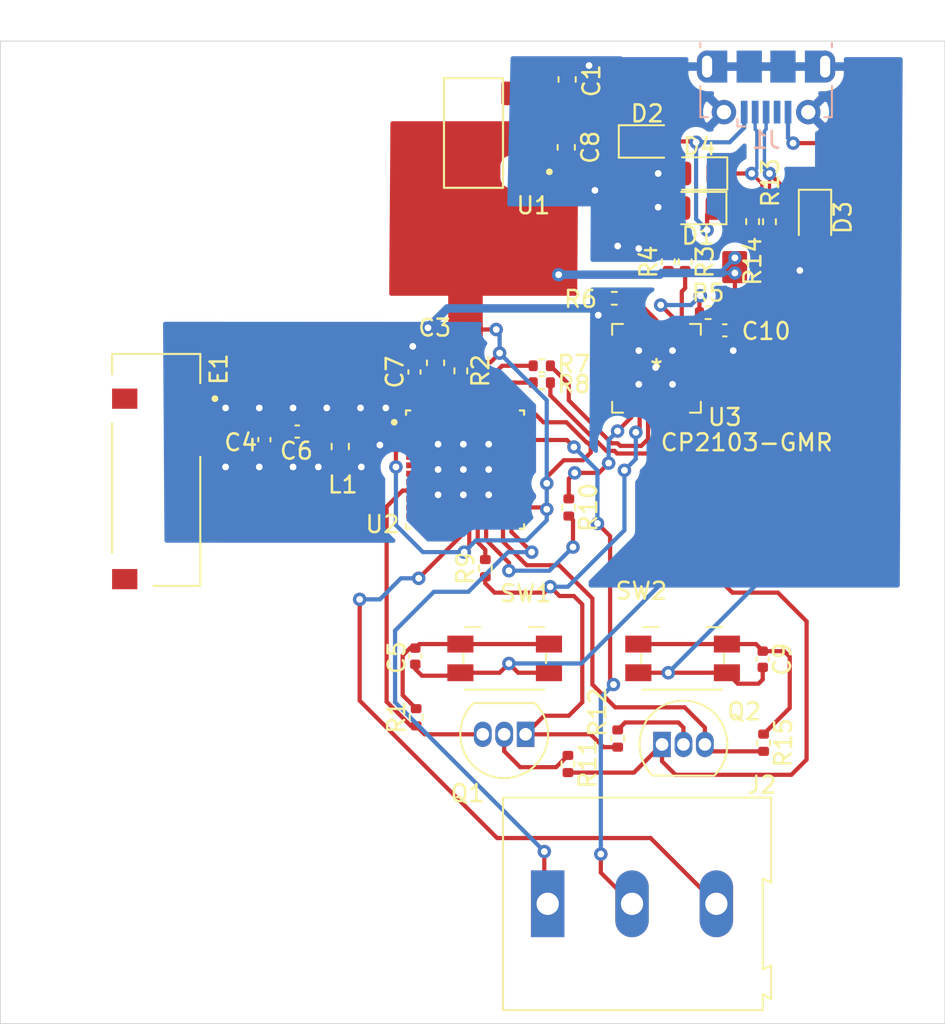
<source format=kicad_pcb>
(kicad_pcb (version 20171130) (host pcbnew "(5.1.10)-1")

  (general
    (thickness 1.6)
    (drawings 4)
    (tracks 435)
    (zones 0)
    (modules 39)
    (nets 75)
  )

  (page A4)
  (layers
    (0 F.Cu signal)
    (31 B.Cu signal)
    (32 B.Adhes user)
    (33 F.Adhes user)
    (34 B.Paste user)
    (35 F.Paste user hide)
    (36 B.SilkS user)
    (37 F.SilkS user)
    (38 B.Mask user)
    (39 F.Mask user hide)
    (40 Dwgs.User user)
    (41 Cmts.User user hide)
    (42 Eco1.User user)
    (43 Eco2.User user)
    (44 Edge.Cuts user)
    (45 Margin user)
    (46 B.CrtYd user)
    (47 F.CrtYd user)
    (48 B.Fab user)
    (49 F.Fab user hide)
  )

  (setup
    (last_trace_width 0.25)
    (trace_clearance 0.2)
    (zone_clearance 0.508)
    (zone_45_only no)
    (trace_min 0.2)
    (via_size 0.8)
    (via_drill 0.4)
    (via_min_size 0.4)
    (via_min_drill 0.3)
    (uvia_size 0.3)
    (uvia_drill 0.1)
    (uvias_allowed no)
    (uvia_min_size 0.2)
    (uvia_min_drill 0.1)
    (edge_width 0.05)
    (segment_width 0.2)
    (pcb_text_width 0.3)
    (pcb_text_size 1.5 1.5)
    (mod_edge_width 0.12)
    (mod_text_size 1 1)
    (mod_text_width 0.15)
    (pad_size 0.56 0.62)
    (pad_drill 0)
    (pad_to_mask_clearance 0)
    (aux_axis_origin 0 0)
    (grid_origin 148.59 100.33)
    (visible_elements 7FFFFFFF)
    (pcbplotparams
      (layerselection 0x010fc_ffffffff)
      (usegerberextensions false)
      (usegerberattributes true)
      (usegerberadvancedattributes true)
      (creategerberjobfile true)
      (excludeedgelayer false)
      (linewidth 0.150000)
      (plotframeref false)
      (viasonmask false)
      (mode 1)
      (useauxorigin true)
      (hpglpennumber 1)
      (hpglpenspeed 20)
      (hpglpendiameter 15.000000)
      (psnegative false)
      (psa4output false)
      (plotreference true)
      (plotvalue true)
      (plotinvisibletext false)
      (padsonsilk false)
      (subtractmaskfromsilk false)
      (outputformat 1)
      (mirror false)
      (drillshape 0)
      (scaleselection 1)
      (outputdirectory "../SENPCBGERB/"))
  )

  (net 0 "")
  (net 1 GND)
  (net 2 EN)
  (net 3 "Net-(C4-Pad1)")
  (net 4 "Net-(C6-Pad2)")
  (net 5 3V3)
  (net 6 IO0)
  (net 7 "Net-(D1-Pad1)")
  (net 8 USB_5V0)
  (net 9 "Net-(J1-Pad4)")
  (net 10 /pH)
  (net 11 /Fertility)
  (net 12 /Moisture)
  (net 13 RTS)
  (net 14 "Net-(Q1-Pad2)")
  (net 15 DTR)
  (net 16 "Net-(Q2-Pad2)")
  (net 17 "Net-(R3-Pad2)")
  (net 18 "Net-(R5-Pad1)")
  (net 19 "Net-(R6-Pad1)")
  (net 20 TXD0)
  (net 21 RXD)
  (net 22 RXD0)
  (net 23 TXD)
  (net 24 IO13)
  (net 25 IO15)
  (net 26 CTS)
  (net 27 USB_DP)
  (net 28 USB_DN)
  (net 29 "Net-(U2-Pad48)")
  (net 30 "Net-(U2-Pad47)")
  (net 31 "Net-(U2-Pad45)")
  (net 32 "Net-(U2-Pad44)")
  (net 33 "Net-(U2-Pad42)")
  (net 34 "Net-(U2-Pad39)")
  (net 35 "Net-(U2-Pad38)")
  (net 36 "Net-(U2-Pad36)")
  (net 37 "Net-(U2-Pad35)")
  (net 38 "Net-(U2-Pad33)")
  (net 39 "Net-(U2-Pad32)")
  (net 40 "Net-(U2-Pad31)")
  (net 41 "Net-(U2-Pad30)")
  (net 42 "Net-(U2-Pad29)")
  (net 43 "Net-(U2-Pad28)")
  (net 44 "Net-(U2-Pad27)")
  (net 45 "Net-(U2-Pad25)")
  (net 46 "Net-(U2-Pad22)")
  (net 47 "Net-(U2-Pad17)")
  (net 48 "Net-(U2-Pad16)")
  (net 49 "Net-(U2-Pad15)")
  (net 50 "Net-(U2-Pad14)")
  (net 51 "Net-(U2-Pad13)")
  (net 52 "Net-(U2-Pad12)")
  (net 53 "Net-(U2-Pad11)")
  (net 54 "Net-(U2-Pad10)")
  (net 55 "Net-(U2-Pad8)")
  (net 56 "Net-(U2-Pad7)")
  (net 57 "Net-(U2-Pad6)")
  (net 58 "Net-(U2-Pad5)")
  (net 59 "Net-(U3-Pad28)")
  (net 60 "Net-(U3-Pad26)")
  (net 61 "Net-(U3-Pad21)")
  (net 62 "Net-(U3-Pad20)")
  (net 63 "Net-(U3-Pad19)")
  (net 64 "Net-(U3-Pad18)")
  (net 65 "Net-(U3-Pad17)")
  (net 66 "Net-(U3-Pad16)")
  (net 67 "Net-(U3-Pad15)")
  (net 68 "Net-(U3-Pad14)")
  (net 69 "Net-(U3-Pad13)")
  (net 70 "Net-(U3-Pad12)")
  (net 71 "Net-(U3-Pad10)")
  (net 72 "Net-(U3-Pad1)")
  (net 73 "Net-(C5-Pad1)")
  (net 74 "Net-(C9-Pad1)")

  (net_class Default "This is the default net class."
    (clearance 0.2)
    (trace_width 0.25)
    (via_dia 0.8)
    (via_drill 0.4)
    (uvia_dia 0.3)
    (uvia_drill 0.1)
    (add_net /Fertility)
    (add_net /Moisture)
    (add_net /pH)
    (add_net 3V3)
    (add_net CTS)
    (add_net DTR)
    (add_net EN)
    (add_net GND)
    (add_net IO0)
    (add_net IO13)
    (add_net IO15)
    (add_net "Net-(C4-Pad1)")
    (add_net "Net-(C5-Pad1)")
    (add_net "Net-(C6-Pad2)")
    (add_net "Net-(C9-Pad1)")
    (add_net "Net-(D1-Pad1)")
    (add_net "Net-(J1-Pad4)")
    (add_net "Net-(Q1-Pad2)")
    (add_net "Net-(Q2-Pad2)")
    (add_net "Net-(R3-Pad2)")
    (add_net "Net-(R5-Pad1)")
    (add_net "Net-(R6-Pad1)")
    (add_net "Net-(U2-Pad10)")
    (add_net "Net-(U2-Pad11)")
    (add_net "Net-(U2-Pad12)")
    (add_net "Net-(U2-Pad13)")
    (add_net "Net-(U2-Pad14)")
    (add_net "Net-(U2-Pad15)")
    (add_net "Net-(U2-Pad16)")
    (add_net "Net-(U2-Pad17)")
    (add_net "Net-(U2-Pad22)")
    (add_net "Net-(U2-Pad25)")
    (add_net "Net-(U2-Pad27)")
    (add_net "Net-(U2-Pad28)")
    (add_net "Net-(U2-Pad29)")
    (add_net "Net-(U2-Pad30)")
    (add_net "Net-(U2-Pad31)")
    (add_net "Net-(U2-Pad32)")
    (add_net "Net-(U2-Pad33)")
    (add_net "Net-(U2-Pad35)")
    (add_net "Net-(U2-Pad36)")
    (add_net "Net-(U2-Pad38)")
    (add_net "Net-(U2-Pad39)")
    (add_net "Net-(U2-Pad42)")
    (add_net "Net-(U2-Pad44)")
    (add_net "Net-(U2-Pad45)")
    (add_net "Net-(U2-Pad47)")
    (add_net "Net-(U2-Pad48)")
    (add_net "Net-(U2-Pad5)")
    (add_net "Net-(U2-Pad6)")
    (add_net "Net-(U2-Pad7)")
    (add_net "Net-(U2-Pad8)")
    (add_net "Net-(U3-Pad1)")
    (add_net "Net-(U3-Pad10)")
    (add_net "Net-(U3-Pad12)")
    (add_net "Net-(U3-Pad13)")
    (add_net "Net-(U3-Pad14)")
    (add_net "Net-(U3-Pad15)")
    (add_net "Net-(U3-Pad16)")
    (add_net "Net-(U3-Pad17)")
    (add_net "Net-(U3-Pad18)")
    (add_net "Net-(U3-Pad19)")
    (add_net "Net-(U3-Pad20)")
    (add_net "Net-(U3-Pad21)")
    (add_net "Net-(U3-Pad26)")
    (add_net "Net-(U3-Pad28)")
    (add_net RTS)
    (add_net RXD)
    (add_net RXD0)
    (add_net TXD)
    (add_net TXD0)
    (add_net USB_5V0)
    (add_net USB_DN)
    (add_net USB_DP)
  )

  (module Resistor_SMD:R_0402_1005Metric locked (layer F.Cu) (tedit 5F68FEEE) (tstamp 61896CAC)
    (at 172.99 65.58 180)
    (descr "Resistor SMD 0402 (1005 Metric), square (rectangular) end terminal, IPC_7351 nominal, (Body size source: IPC-SM-782 page 72, https://www.pcb-3d.com/wordpress/wp-content/uploads/ipc-sm-782a_amendment_1_and_2.pdf), generated with kicad-footprint-generator")
    (tags resistor)
    (path /615A7AFA)
    (attr smd)
    (fp_text reference R6 (at 2 -0.05) (layer F.SilkS)
      (effects (font (size 1 1) (thickness 0.15)))
    )
    (fp_text value "10K(1%)" (at 0 1.17) (layer F.Fab)
      (effects (font (size 1 1) (thickness 0.15)))
    )
    (fp_line (start 0.93 0.47) (end -0.93 0.47) (layer F.CrtYd) (width 0.05))
    (fp_line (start 0.93 -0.47) (end 0.93 0.47) (layer F.CrtYd) (width 0.05))
    (fp_line (start -0.93 -0.47) (end 0.93 -0.47) (layer F.CrtYd) (width 0.05))
    (fp_line (start -0.93 0.47) (end -0.93 -0.47) (layer F.CrtYd) (width 0.05))
    (fp_line (start -0.153641 0.38) (end 0.153641 0.38) (layer F.SilkS) (width 0.12))
    (fp_line (start -0.153641 -0.38) (end 0.153641 -0.38) (layer F.SilkS) (width 0.12))
    (fp_line (start 0.525 0.27) (end -0.525 0.27) (layer F.Fab) (width 0.1))
    (fp_line (start 0.525 -0.27) (end 0.525 0.27) (layer F.Fab) (width 0.1))
    (fp_line (start -0.525 -0.27) (end 0.525 -0.27) (layer F.Fab) (width 0.1))
    (fp_line (start -0.525 0.27) (end -0.525 -0.27) (layer F.Fab) (width 0.1))
    (fp_text user %R (at 0 0) (layer F.Fab)
      (effects (font (size 0.26 0.26) (thickness 0.04)))
    )
    (pad 2 smd roundrect (at 0.51 0 180) (size 0.54 0.64) (layers F.Cu F.Paste F.Mask) (roundrect_rratio 0.25)
      (net 1 GND))
    (pad 1 smd roundrect (at -0.51 0 180) (size 0.54 0.64) (layers F.Cu F.Paste F.Mask) (roundrect_rratio 0.25)
      (net 19 "Net-(R6-Pad1)"))
    (model ${KISYS3DMOD}/Resistor_SMD.3dshapes/R_0402_1005Metric.wrl
      (at (xyz 0 0 0))
      (scale (xyz 1 1 1))
      (rotate (xyz 0 0 0))
    )
  )

  (module Capacitor_SMD:C_0402_1005Metric locked (layer F.Cu) (tedit 5F68FEEE) (tstamp 61896B19)
    (at 179.54 67.48)
    (descr "Capacitor SMD 0402 (1005 Metric), square (rectangular) end terminal, IPC_7351 nominal, (Body size source: IPC-SM-782 page 76, https://www.pcb-3d.com/wordpress/wp-content/uploads/ipc-sm-782a_amendment_1_and_2.pdf), generated with kicad-footprint-generator")
    (tags capacitor)
    (path /615D5C93)
    (attr smd)
    (fp_text reference C10 (at 2.45 0.05) (layer F.SilkS)
      (effects (font (size 1 1) (thickness 0.15)))
    )
    (fp_text value "0.1uF(25V/10%)" (at 1 6) (layer F.Fab)
      (effects (font (size 1 1) (thickness 0.15)))
    )
    (fp_line (start 0.91 0.46) (end -0.91 0.46) (layer F.CrtYd) (width 0.05))
    (fp_line (start 0.91 -0.46) (end 0.91 0.46) (layer F.CrtYd) (width 0.05))
    (fp_line (start -0.91 -0.46) (end 0.91 -0.46) (layer F.CrtYd) (width 0.05))
    (fp_line (start -0.91 0.46) (end -0.91 -0.46) (layer F.CrtYd) (width 0.05))
    (fp_line (start -0.107836 0.36) (end 0.107836 0.36) (layer F.SilkS) (width 0.12))
    (fp_line (start -0.107836 -0.36) (end 0.107836 -0.36) (layer F.SilkS) (width 0.12))
    (fp_line (start 0.5 0.25) (end -0.5 0.25) (layer F.Fab) (width 0.1))
    (fp_line (start 0.5 -0.25) (end 0.5 0.25) (layer F.Fab) (width 0.1))
    (fp_line (start -0.5 -0.25) (end 0.5 -0.25) (layer F.Fab) (width 0.1))
    (fp_line (start -0.5 0.25) (end -0.5 -0.25) (layer F.Fab) (width 0.1))
    (fp_text user %R (at 0 0) (layer F.Fab)
      (effects (font (size 0.25 0.25) (thickness 0.04)))
    )
    (pad 2 smd roundrect (at 0.48 0) (size 0.56 0.62) (layers F.Cu F.Paste F.Mask) (roundrect_rratio 0.25)
      (net 1 GND))
    (pad 1 smd roundrect (at -0.48 0) (size 0.56 0.62) (layers F.Cu F.Paste F.Mask) (roundrect_rratio 0.25)
      (net 5 3V3))
    (model ${KISYS3DMOD}/Capacitor_SMD.3dshapes/C_0402_1005Metric.wrl
      (at (xyz 0 0 0))
      (scale (xyz 1 1 1))
      (rotate (xyz 0 0 0))
    )
  )

  (module Resistor_SMD:R_0402_1005Metric (layer F.Cu) (tedit 5F68FEEE) (tstamp 61949357)
    (at 181.84 91.93 270)
    (descr "Resistor SMD 0402 (1005 Metric), square (rectangular) end terminal, IPC_7351 nominal, (Body size source: IPC-SM-782 page 72, https://www.pcb-3d.com/wordpress/wp-content/uploads/ipc-sm-782a_amendment_1_and_2.pdf), generated with kicad-footprint-generator")
    (tags resistor)
    (path /61989675)
    (attr smd)
    (fp_text reference R15 (at 0 -1.17 90) (layer F.SilkS)
      (effects (font (size 1 1) (thickness 0.15)))
    )
    (fp_text value "0R(1%)" (at 0 1.17 90) (layer F.Fab)
      (effects (font (size 1 1) (thickness 0.15)))
    )
    (fp_line (start 0.93 0.47) (end -0.93 0.47) (layer F.CrtYd) (width 0.05))
    (fp_line (start 0.93 -0.47) (end 0.93 0.47) (layer F.CrtYd) (width 0.05))
    (fp_line (start -0.93 -0.47) (end 0.93 -0.47) (layer F.CrtYd) (width 0.05))
    (fp_line (start -0.93 0.47) (end -0.93 -0.47) (layer F.CrtYd) (width 0.05))
    (fp_line (start -0.153641 0.38) (end 0.153641 0.38) (layer F.SilkS) (width 0.12))
    (fp_line (start -0.153641 -0.38) (end 0.153641 -0.38) (layer F.SilkS) (width 0.12))
    (fp_line (start 0.525 0.27) (end -0.525 0.27) (layer F.Fab) (width 0.1))
    (fp_line (start 0.525 -0.27) (end 0.525 0.27) (layer F.Fab) (width 0.1))
    (fp_line (start -0.525 -0.27) (end 0.525 -0.27) (layer F.Fab) (width 0.1))
    (fp_line (start -0.525 0.27) (end -0.525 -0.27) (layer F.Fab) (width 0.1))
    (fp_text user %R (at 0 0 90) (layer F.Fab)
      (effects (font (size 0.26 0.26) (thickness 0.04)))
    )
    (pad 2 smd roundrect (at 0.51 0 270) (size 0.54 0.64) (layers F.Cu F.Paste F.Mask) (roundrect_rratio 0.25)
      (net 6 IO0))
    (pad 1 smd roundrect (at -0.51 0 270) (size 0.54 0.64) (layers F.Cu F.Paste F.Mask) (roundrect_rratio 0.25)
      (net 74 "Net-(C9-Pad1)"))
    (model ${KISYS3DMOD}/Resistor_SMD.3dshapes/R_0402_1005Metric.wrl
      (at (xyz 0 0 0))
      (scale (xyz 1 1 1))
      (rotate (xyz 0 0 0))
    )
  )

  (module Capacitor_SMD:C_0603_1608Metric (layer F.Cu) (tedit 5F68FEEE) (tstamp 61896AF7)
    (at 170.14 56.63 270)
    (descr "Capacitor SMD 0603 (1608 Metric), square (rectangular) end terminal, IPC_7351 nominal, (Body size source: IPC-SM-782 page 76, https://www.pcb-3d.com/wordpress/wp-content/uploads/ipc-sm-782a_amendment_1_and_2.pdf), generated with kicad-footprint-generator")
    (tags capacitor)
    (path /61518D8A)
    (attr smd)
    (fp_text reference C8 (at 0 -1.43 90) (layer F.SilkS)
      (effects (font (size 1 1) (thickness 0.15)))
    )
    (fp_text value 100uF (at 0 1.43 90) (layer F.Fab)
      (effects (font (size 1 1) (thickness 0.15)))
    )
    (fp_line (start 1.48 0.73) (end -1.48 0.73) (layer F.CrtYd) (width 0.05))
    (fp_line (start 1.48 -0.73) (end 1.48 0.73) (layer F.CrtYd) (width 0.05))
    (fp_line (start -1.48 -0.73) (end 1.48 -0.73) (layer F.CrtYd) (width 0.05))
    (fp_line (start -1.48 0.73) (end -1.48 -0.73) (layer F.CrtYd) (width 0.05))
    (fp_line (start -0.14058 0.51) (end 0.14058 0.51) (layer F.SilkS) (width 0.12))
    (fp_line (start -0.14058 -0.51) (end 0.14058 -0.51) (layer F.SilkS) (width 0.12))
    (fp_line (start 0.8 0.4) (end -0.8 0.4) (layer F.Fab) (width 0.1))
    (fp_line (start 0.8 -0.4) (end 0.8 0.4) (layer F.Fab) (width 0.1))
    (fp_line (start -0.8 -0.4) (end 0.8 -0.4) (layer F.Fab) (width 0.1))
    (fp_line (start -0.8 0.4) (end -0.8 -0.4) (layer F.Fab) (width 0.1))
    (fp_text user %R (at 0 0 90) (layer F.Fab)
      (effects (font (size 0.4 0.4) (thickness 0.06)))
    )
    (pad 2 smd roundrect (at 0.775 0 270) (size 0.9 0.95) (layers F.Cu F.Paste F.Mask) (roundrect_rratio 0.25)
      (net 1 GND))
    (pad 1 smd roundrect (at -0.775 0 270) (size 0.9 0.95) (layers F.Cu F.Paste F.Mask) (roundrect_rratio 0.25)
      (net 5 3V3))
    (model ${KISYS3DMOD}/Capacitor_SMD.3dshapes/C_0603_1608Metric.wrl
      (at (xyz 0 0 0))
      (scale (xyz 1 1 1))
      (rotate (xyz 0 0 0))
    )
  )

  (module PRO-OB-440:ANT_PRO-OB-440 (layer F.Cu) (tedit 61990BA7) (tstamp 6191D9C1)
    (at 147.69 71.53 270)
    (path /615153C9)
    (fp_text reference E1 (at -1.75 -1.85 90) (layer F.SilkS)
      (effects (font (size 1 1) (thickness 0.15)))
    )
    (fp_text value PRO-OB-440 (at 5.89 6.365 90) (layer F.Fab)
      (effects (font (size 1 1) (thickness 0.15)))
    )
    (fp_line (start -2.65 -0.75) (end -0.92 -0.75) (layer F.SilkS) (width 0.127))
    (fp_line (start -2.65 4.48) (end -1.445 4.48) (layer F.SilkS) (width 0.127))
    (fp_poly (pts (xy -1.125 2.43) (xy 1.125 2.43) (xy 1.125 5.03) (xy -1.125 5.03)) (layer Dwgs.User) (width 0.01))
    (fp_poly (pts (xy -1.125 2.43) (xy 1.125 2.43) (xy 1.125 5.03) (xy -1.125 5.03)) (layer Dwgs.User) (width 0.01))
    (fp_poly (pts (xy -1.125 2.43) (xy 1.125 2.43) (xy 1.125 5.03) (xy -1.125 5.03)) (layer Dwgs.User) (width 0.01))
    (fp_line (start 12.175 2.08) (end 12.175 5.35) (layer F.CrtYd) (width 0.05))
    (fp_line (start 11.35 2.08) (end 12.175 2.08) (layer F.CrtYd) (width 0.05))
    (fp_line (start 11.35 -1) (end 11.35 2.08) (layer F.CrtYd) (width 0.05))
    (fp_poly (pts (xy 9.475 2.33) (xy 11.925 2.33) (xy 11.925 5.13) (xy 9.475 5.13)) (layer Dwgs.User) (width 0.01))
    (fp_poly (pts (xy 9.475 2.33) (xy 11.925 2.33) (xy 11.925 5.13) (xy 9.475 5.13)) (layer Dwgs.User) (width 0.01))
    (fp_poly (pts (xy 9.475 2.33) (xy 11.925 2.33) (xy 11.925 5.13) (xy 9.475 5.13)) (layer Dwgs.User) (width 0.01))
    (fp_poly (pts (xy 1.3 -1.05) (xy 3.1 -1.05) (xy 3.1 1.05) (xy 1.3 1.05)) (layer Dwgs.User) (width 0.01))
    (fp_poly (pts (xy 1.3 -1.05) (xy 3.1 -1.05) (xy 3.1 1.05) (xy 1.3 1.05)) (layer Dwgs.User) (width 0.01))
    (fp_poly (pts (xy 1.3 -1.05) (xy 3.1 -1.05) (xy 3.1 1.05) (xy 1.3 1.05)) (layer Dwgs.User) (width 0.01))
    (fp_line (start -2.65 -0.75) (end -2.65 4.48) (layer F.Fab) (width 0.127))
    (fp_line (start -2.9 4.73) (end -1.375 4.73) (layer F.CrtYd) (width 0.05))
    (fp_line (start -2.9 -1) (end -2.9 4.73) (layer F.CrtYd) (width 0.05))
    (fp_line (start 9.225 5.35) (end 12.175 5.35) (layer F.CrtYd) (width 0.05))
    (fp_line (start 9.225 4.73) (end 9.225 5.35) (layer F.CrtYd) (width 0.05))
    (fp_line (start 3.35 -1.3) (end 3.35 -1) (layer F.CrtYd) (width 0.05))
    (fp_line (start 1.05 -1.3) (end 3.35 -1.3) (layer F.CrtYd) (width 0.05))
    (fp_line (start 1.05 -1) (end 1.05 -1.3) (layer F.CrtYd) (width 0.05))
    (fp_line (start 1.375 5.28) (end 1.375 4.73) (layer F.CrtYd) (width 0.05))
    (fp_line (start -1.375 5.28) (end 1.375 5.28) (layer F.CrtYd) (width 0.05))
    (fp_line (start -1.375 4.73) (end -1.375 5.28) (layer F.CrtYd) (width 0.05))
    (fp_circle (center 0 -1.62) (end 0.1 -1.62) (layer F.Fab) (width 0.2))
    (fp_circle (center 0 -1.62) (end 0.1 -1.62) (layer F.SilkS) (width 0.2))
    (fp_line (start 11.1 -0.75) (end 11.1 2.01) (layer F.SilkS) (width 0.127))
    (fp_line (start 3.45 -0.75) (end 11.1 -0.75) (layer F.SilkS) (width 0.127))
    (fp_line (start 1.445 4.48) (end 9.155 4.48) (layer F.SilkS) (width 0.127))
    (fp_line (start 9.225 4.73) (end 1.375 4.73) (layer F.CrtYd) (width 0.05))
    (fp_line (start 3.35 -1) (end 11.35 -1) (layer F.CrtYd) (width 0.05))
    (fp_line (start -2.9 -1) (end 1.05 -1) (layer F.CrtYd) (width 0.05))
    (fp_line (start -2.65 -0.75) (end -2.65 4.48) (layer F.SilkS) (width 0.127))
    (fp_line (start 11.1 -0.75) (end -2.65 -0.75) (layer F.Fab) (width 0.127))
    (fp_line (start 11.1 4.48) (end 11.1 -0.75) (layer F.Fab) (width 0.127))
    (fp_line (start -2.65 4.48) (end 11.1 4.48) (layer F.Fab) (width 0.127))
    (pad 1 smd rect (at 0 0 270) (size 1.2 1.5) (layers F.Cu F.Paste F.Mask)
      (net 1 GND))
    (pad 2 smd rect (at 2.2 0 270) (size 1.2 1.5) (layers F.Cu F.Paste F.Mask)
      (net 3 "Net-(C4-Pad1)"))
    (pad 4 smd rect (at 10.7 3.73 270) (size 1.2 1.5) (layers F.Cu F.Paste F.Mask))
    (pad 3 smd rect (at 0 3.73 270) (size 1.2 1.5) (layers F.Cu F.Paste F.Mask))
  )

  (module USB/UART:CP2103-GMR locked (layer F.Cu) (tedit 0) (tstamp 61896E19)
    (at 175.49 69.73 180)
    (path /614A8F0F)
    (fp_text reference U3 (at -4.05 -2.9) (layer F.SilkS)
      (effects (font (size 1 1) (thickness 0.15)))
    )
    (fp_text value CP2103-GMR (at -5.35 -4.4) (layer F.SilkS)
      (effects (font (size 1 1) (thickness 0.15)))
    )
    (fp_circle (center -2.2479 -1.5) (end -2.2479 -1.5) (layer F.Fab) (width 0.1))
    (fp_circle (center -3.1075 -1.5) (end -3.1075 -1.5) (layer F.CrtYd) (width 0.05))
    (fp_line (start -1.9064 2.7559) (end -2.7559 2.7559) (layer F.CrtYd) (width 0.05))
    (fp_line (start -1.9064 2.8575) (end -1.9064 2.7559) (layer F.CrtYd) (width 0.05))
    (fp_line (start 1.9064 2.8575) (end -1.9064 2.8575) (layer F.CrtYd) (width 0.05))
    (fp_line (start 1.9064 2.7559) (end 1.9064 2.8575) (layer F.CrtYd) (width 0.05))
    (fp_line (start 2.7559 2.7559) (end 1.9064 2.7559) (layer F.CrtYd) (width 0.05))
    (fp_line (start 2.7559 1.9064) (end 2.7559 2.7559) (layer F.CrtYd) (width 0.05))
    (fp_line (start 2.8575 1.9064) (end 2.7559 1.9064) (layer F.CrtYd) (width 0.05))
    (fp_line (start 2.8575 -2.008) (end 2.8575 1.9064) (layer F.CrtYd) (width 0.05))
    (fp_line (start 2.7559 -1.9064) (end 2.8575 -2.008) (layer F.CrtYd) (width 0.05))
    (fp_line (start 2.7559 -2.7559) (end 2.7559 -1.9064) (layer F.CrtYd) (width 0.05))
    (fp_line (start 1.9064 -2.7559) (end 2.7559 -2.7559) (layer F.CrtYd) (width 0.05))
    (fp_line (start 1.9064 -2.8575) (end 1.9064 -2.7559) (layer F.CrtYd) (width 0.05))
    (fp_line (start -1.9064 -2.8575) (end 1.9064 -2.8575) (layer F.CrtYd) (width 0.05))
    (fp_line (start -1.9064 -2.7559) (end -1.9064 -2.8575) (layer F.CrtYd) (width 0.05))
    (fp_line (start -2.7559 -2.7559) (end -1.9064 -2.7559) (layer F.CrtYd) (width 0.05))
    (fp_line (start -2.7559 -1.9064) (end -2.7559 -2.7559) (layer F.CrtYd) (width 0.05))
    (fp_line (start -2.8575 -1.9064) (end -2.7559 -1.9064) (layer F.CrtYd) (width 0.05))
    (fp_line (start -2.8575 1.9064) (end -2.8575 -1.9064) (layer F.CrtYd) (width 0.05))
    (fp_line (start -2.7559 1.9064) (end -2.8575 1.9064) (layer F.CrtYd) (width 0.05))
    (fp_line (start -2.7559 2.7559) (end -2.7559 1.9064) (layer F.CrtYd) (width 0.05))
    (fp_poly (pts (xy 0.1 0.1) (xy 0.1 1.4748) (xy 1.4748 1.4748) (xy 1.4748 0.1)) (layer F.Paste) (width 0.1))
    (fp_poly (pts (xy 0.1 -1.4748) (xy 0.1 -0.1) (xy 1.4748 -0.1) (xy 1.4748 -1.4748)) (layer F.Paste) (width 0.1))
    (fp_poly (pts (xy -1.4748 0.1) (xy -1.4748 1.4748) (xy -0.1 1.4748) (xy -0.1 0.1)) (layer F.Paste) (width 0.1))
    (fp_poly (pts (xy -1.4748 -1.4748) (xy -1.4748 -0.1) (xy -0.1 -0.1) (xy -0.1 -1.4748)) (layer F.Paste) (width 0.1))
    (fp_line (start -1.984169 -2.6289) (end -2.6289 -2.6289) (layer F.SilkS) (width 0.12))
    (fp_line (start 2.6289 -1.984169) (end 2.6289 -2.6289) (layer F.SilkS) (width 0.12))
    (fp_line (start 1.984169 2.6289) (end 2.6289 2.6289) (layer F.SilkS) (width 0.12))
    (fp_line (start -2.6289 1.984169) (end -2.6289 2.6289) (layer F.SilkS) (width 0.12))
    (fp_line (start -2.5019 -2.5019) (end -2.5019 2.5019) (layer F.Fab) (width 0.1))
    (fp_line (start 2.5019 -2.5019) (end -2.5019 -2.5019) (layer F.Fab) (width 0.1))
    (fp_line (start 2.5019 2.5019) (end 2.5019 -2.5019) (layer F.Fab) (width 0.1))
    (fp_line (start -2.5019 2.5019) (end 2.5019 2.5019) (layer F.Fab) (width 0.1))
    (fp_line (start -2.6289 -2.6289) (end -2.6289 -1.984169) (layer F.SilkS) (width 0.12))
    (fp_line (start 2.6289 -2.6289) (end 1.984169 -2.6289) (layer F.SilkS) (width 0.12))
    (fp_line (start 2.6289 2.6289) (end 2.6289 1.984169) (layer F.SilkS) (width 0.12))
    (fp_line (start -2.6289 2.6289) (end -1.984169 2.6289) (layer F.SilkS) (width 0.12))
    (fp_line (start -2.5019 -1.2319) (end -1.2319 -2.5019) (layer F.Fab) (width 0.1))
    (fp_text user * (at 0 0) (layer F.Fab)
      (effects (font (size 1 1) (thickness 0.15)))
    )
    (fp_text user * (at 0 0) (layer F.SilkS)
      (effects (font (size 1 1) (thickness 0.15)))
    )
    (fp_text user "Copyright 2021 Accelerated Designs. All rights reserved." (at 0 0) (layer Cmts.User)
      (effects (font (size 0.127 0.127) (thickness 0.002)))
    )
    (pad 29 smd rect (at 0 0 180) (size 3.1496 3.1496) (layers F.Cu F.Paste F.Mask)
      (net 1 GND))
    (pad 28 smd rect (at -1.5 -2.2987 270) (size 0.6096 0.3048) (layers F.Cu F.Paste F.Mask)
      (net 59 "Net-(U3-Pad28)"))
    (pad 27 smd rect (at -1.000001 -2.2987 270) (size 0.6096 0.3048) (layers F.Cu F.Paste F.Mask)
      (net 15 DTR))
    (pad 26 smd rect (at -0.499999 -2.2987 270) (size 0.6096 0.3048) (layers F.Cu F.Paste F.Mask)
      (net 60 "Net-(U3-Pad26)"))
    (pad 25 smd rect (at 0 -2.2987 270) (size 0.6096 0.3048) (layers F.Cu F.Paste F.Mask)
      (net 23 TXD))
    (pad 24 smd rect (at 0.499999 -2.2987 270) (size 0.6096 0.3048) (layers F.Cu F.Paste F.Mask)
      (net 21 RXD))
    (pad 23 smd rect (at 1.000001 -2.2987 270) (size 0.6096 0.3048) (layers F.Cu F.Paste F.Mask)
      (net 13 RTS))
    (pad 22 smd rect (at 1.5 -2.2987 270) (size 0.6096 0.3048) (layers F.Cu F.Paste F.Mask)
      (net 26 CTS))
    (pad 21 smd rect (at 2.2987 -1.5 180) (size 0.6096 0.3048) (layers F.Cu F.Paste F.Mask)
      (net 61 "Net-(U3-Pad21)"))
    (pad 20 smd rect (at 2.2987 -1.000001 180) (size 0.6096 0.3048) (layers F.Cu F.Paste F.Mask)
      (net 62 "Net-(U3-Pad20)"))
    (pad 19 smd rect (at 2.2987 -0.499999 180) (size 0.6096 0.3048) (layers F.Cu F.Paste F.Mask)
      (net 63 "Net-(U3-Pad19)"))
    (pad 18 smd rect (at 2.2987 0 180) (size 0.6096 0.3048) (layers F.Cu F.Paste F.Mask)
      (net 64 "Net-(U3-Pad18)"))
    (pad 17 smd rect (at 2.2987 0.499999 180) (size 0.6096 0.3048) (layers F.Cu F.Paste F.Mask)
      (net 65 "Net-(U3-Pad17)"))
    (pad 16 smd rect (at 2.2987 1.000001 180) (size 0.6096 0.3048) (layers F.Cu F.Paste F.Mask)
      (net 66 "Net-(U3-Pad16)"))
    (pad 15 smd rect (at 2.2987 1.5 180) (size 0.6096 0.3048) (layers F.Cu F.Paste F.Mask)
      (net 67 "Net-(U3-Pad15)"))
    (pad 14 smd rect (at 1.5 2.2987 270) (size 0.6096 0.3048) (layers F.Cu F.Paste F.Mask)
      (net 68 "Net-(U3-Pad14)"))
    (pad 13 smd rect (at 1.000001 2.2987 270) (size 0.6096 0.3048) (layers F.Cu F.Paste F.Mask)
      (net 69 "Net-(U3-Pad13)"))
    (pad 12 smd rect (at 0.499999 2.2987 270) (size 0.6096 0.3048) (layers F.Cu F.Paste F.Mask)
      (net 70 "Net-(U3-Pad12)"))
    (pad 11 smd rect (at 0 2.2987 270) (size 0.6096 0.3048) (layers F.Cu F.Paste F.Mask)
      (net 19 "Net-(R6-Pad1)"))
    (pad 10 smd rect (at -0.499999 2.2987 270) (size 0.6096 0.3048) (layers F.Cu F.Paste F.Mask)
      (net 71 "Net-(U3-Pad10)"))
    (pad 9 smd rect (at -1.000001 2.2987 270) (size 0.6096 0.3048) (layers F.Cu F.Paste F.Mask)
      (net 18 "Net-(R5-Pad1)"))
    (pad 8 smd rect (at -1.5 2.2987 270) (size 0.6096 0.3048) (layers F.Cu F.Paste F.Mask)
      (net 17 "Net-(R3-Pad2)"))
    (pad 7 smd rect (at -2.2987 1.5 180) (size 0.6096 0.3048) (layers F.Cu F.Paste F.Mask)
      (net 5 3V3))
    (pad 6 smd rect (at -2.2987 1.000001 180) (size 0.6096 0.3048) (layers F.Cu F.Paste F.Mask)
      (net 5 3V3))
    (pad 5 smd rect (at -2.2987 0.499999 180) (size 0.6096 0.3048) (layers F.Cu F.Paste F.Mask)
      (net 5 3V3))
    (pad 4 smd rect (at -2.2987 0 180) (size 0.6096 0.3048) (layers F.Cu F.Paste F.Mask)
      (net 28 USB_DN))
    (pad 3 smd rect (at -2.2987 -0.499999 180) (size 0.6096 0.3048) (layers F.Cu F.Paste F.Mask)
      (net 27 USB_DP))
    (pad 2 smd rect (at -2.2987 -1.000001 180) (size 0.6096 0.3048) (layers F.Cu F.Paste F.Mask)
      (net 1 GND))
    (pad 1 smd rect (at -2.2987 -1.5 180) (size 0.6096 0.3048) (layers F.Cu F.Paste F.Mask)
      (net 72 "Net-(U3-Pad1)"))
  )

  (module ESP32:PQFN50P700X700X104-49N (layer F.Cu) (tedit 619659D0) (tstamp 61896DC7)
    (at 164.14 75.73)
    (path /61493AF5)
    (attr smd)
    (fp_text reference U2 (at -4.9 3.25) (layer F.SilkS)
      (effects (font (size 1 1) (thickness 0.15)))
    )
    (fp_text value ESP32-PICO-D4 (at 10.47 4.635) (layer F.Fab)
      (effects (font (size 1 1) (thickness 0.15)))
    )
    (fp_poly (pts (xy 0.395 0.395) (xy 2.305 0.395) (xy 2.305 2.305) (xy 0.395 2.305)) (layer F.Paste) (width 0.01))
    (fp_poly (pts (xy -2.305 0.395) (xy -0.395 0.395) (xy -0.395 2.305) (xy -2.305 2.305)) (layer F.Paste) (width 0.01))
    (fp_poly (pts (xy -2.305 -2.305) (xy -0.395 -2.305) (xy -0.395 -0.395) (xy -2.305 -0.395)) (layer F.Paste) (width 0.01))
    (fp_poly (pts (xy 0.395 -2.305) (xy 2.305 -2.305) (xy 2.305 -0.395) (xy 0.395 -0.395)) (layer F.Paste) (width 0.01))
    (fp_circle (center -4.2 -2.8) (end -4.1 -2.8) (layer F.Fab) (width 0.2))
    (fp_circle (center -4.2 -2.8) (end -4.1 -2.8) (layer F.SilkS) (width 0.2))
    (fp_line (start -3.75 -3.75) (end -3.75 3.75) (layer F.CrtYd) (width 0.05))
    (fp_line (start 3.75 -3.75) (end -3.75 -3.75) (layer F.CrtYd) (width 0.05))
    (fp_line (start 3.75 3.75) (end 3.75 -3.75) (layer F.CrtYd) (width 0.05))
    (fp_line (start -3.75 3.75) (end 3.75 3.75) (layer F.CrtYd) (width 0.05))
    (fp_line (start 3.5 -3.5) (end 3.245 -3.5) (layer F.SilkS) (width 0.127))
    (fp_line (start 3.5 -3.245) (end 3.5 -3.5) (layer F.SilkS) (width 0.127))
    (fp_line (start 3.5 3.5) (end 3.245 3.5) (layer F.SilkS) (width 0.127))
    (fp_line (start 3.5 3.245) (end 3.5 3.5) (layer F.SilkS) (width 0.127))
    (fp_line (start -3.5 3.5) (end -3.245 3.5) (layer F.SilkS) (width 0.127))
    (fp_line (start -3.5 3.245) (end -3.5 3.5) (layer F.SilkS) (width 0.127))
    (fp_line (start -3.5 -3.5) (end -3.245 -3.5) (layer F.SilkS) (width 0.127))
    (fp_line (start -3.5 -3.245) (end -3.5 -3.5) (layer F.SilkS) (width 0.127))
    (fp_line (start 3.5 3.5) (end -3.5 3.5) (layer F.Fab) (width 0.127))
    (fp_line (start 3.5 -3.5) (end 3.5 3.5) (layer F.Fab) (width 0.127))
    (fp_line (start -3.5 -3.5) (end 3.5 -3.5) (layer F.Fab) (width 0.127))
    (fp_line (start -3.5 3.5) (end -3.5 -3.5) (layer F.Fab) (width 0.127))
    (pad 49 smd rect (at 0 0) (size 5.4 5.4) (layers F.Cu F.Mask)
      (net 1 GND))
    (pad 48 smd roundrect (at -2.75 -3.265) (size 0.35 0.45) (layers F.Cu F.Paste F.Mask) (roundrect_rratio 0.04)
      (net 29 "Net-(U2-Pad48)"))
    (pad 47 smd roundrect (at -2.25 -3.265) (size 0.35 0.45) (layers F.Cu F.Paste F.Mask) (roundrect_rratio 0.04)
      (net 30 "Net-(U2-Pad47)"))
    (pad 46 smd roundrect (at -1.75 -3.265) (size 0.35 0.45) (layers F.Cu F.Paste F.Mask) (roundrect_rratio 0.04)
      (net 5 3V3))
    (pad 45 smd roundrect (at -1.25 -3.265) (size 0.35 0.45) (layers F.Cu F.Paste F.Mask) (roundrect_rratio 0.04)
      (net 31 "Net-(U2-Pad45)"))
    (pad 44 smd roundrect (at -0.75 -3.265) (size 0.35 0.45) (layers F.Cu F.Paste F.Mask) (roundrect_rratio 0.04)
      (net 32 "Net-(U2-Pad44)"))
    (pad 43 smd roundrect (at -0.25 -3.265) (size 0.35 0.45) (layers F.Cu F.Paste F.Mask) (roundrect_rratio 0.04)
      (net 5 3V3))
    (pad 42 smd roundrect (at 0.25 -3.265) (size 0.35 0.45) (layers F.Cu F.Paste F.Mask) (roundrect_rratio 0.04)
      (net 33 "Net-(U2-Pad42)"))
    (pad 41 smd roundrect (at 0.75 -3.265) (size 0.35 0.45) (layers F.Cu F.Paste F.Mask) (roundrect_rratio 0.04)
      (net 20 TXD0))
    (pad 40 smd roundrect (at 1.25 -3.265) (size 0.35 0.45) (layers F.Cu F.Paste F.Mask) (roundrect_rratio 0.04)
      (net 22 RXD0))
    (pad 39 smd roundrect (at 1.75 -3.265) (size 0.35 0.45) (layers F.Cu F.Paste F.Mask) (roundrect_rratio 0.04)
      (net 34 "Net-(U2-Pad39)"))
    (pad 38 smd roundrect (at 2.25 -3.265) (size 0.35 0.45) (layers F.Cu F.Paste F.Mask) (roundrect_rratio 0.04)
      (net 35 "Net-(U2-Pad38)"))
    (pad 37 smd roundrect (at 2.75 -3.265) (size 0.35 0.45) (layers F.Cu F.Paste F.Mask) (roundrect_rratio 0.04)
      (net 5 3V3))
    (pad 36 smd roundrect (at 3.265 -2.75) (size 0.45 0.35) (layers F.Cu F.Paste F.Mask) (roundrect_rratio 0.04)
      (net 36 "Net-(U2-Pad36)"))
    (pad 35 smd roundrect (at 3.265 -2.25) (size 0.45 0.35) (layers F.Cu F.Paste F.Mask) (roundrect_rratio 0.04)
      (net 37 "Net-(U2-Pad35)"))
    (pad 34 smd roundrect (at 3.265 -1.75) (size 0.45 0.35) (layers F.Cu F.Paste F.Mask) (roundrect_rratio 0.04)
      (net 11 /Fertility))
    (pad 33 smd roundrect (at 3.265 -1.25) (size 0.45 0.35) (layers F.Cu F.Paste F.Mask) (roundrect_rratio 0.04)
      (net 38 "Net-(U2-Pad33)"))
    (pad 32 smd roundrect (at 3.265 -0.75) (size 0.45 0.35) (layers F.Cu F.Paste F.Mask) (roundrect_rratio 0.04)
      (net 39 "Net-(U2-Pad32)"))
    (pad 31 smd roundrect (at 3.265 -0.25) (size 0.45 0.35) (layers F.Cu F.Paste F.Mask) (roundrect_rratio 0.04)
      (net 40 "Net-(U2-Pad31)"))
    (pad 30 smd roundrect (at 3.265 0.25) (size 0.45 0.35) (layers F.Cu F.Paste F.Mask) (roundrect_rratio 0.04)
      (net 41 "Net-(U2-Pad30)"))
    (pad 29 smd roundrect (at 3.265 0.75) (size 0.45 0.35) (layers F.Cu F.Paste F.Mask) (roundrect_rratio 0.04)
      (net 42 "Net-(U2-Pad29)"))
    (pad 28 smd roundrect (at 3.265 1.25) (size 0.45 0.35) (layers F.Cu F.Paste F.Mask) (roundrect_rratio 0.04)
      (net 43 "Net-(U2-Pad28)"))
    (pad 27 smd roundrect (at 3.265 1.75) (size 0.45 0.35) (layers F.Cu F.Paste F.Mask) (roundrect_rratio 0.04)
      (net 44 "Net-(U2-Pad27)"))
    (pad 26 smd roundrect (at 3.265 2.25) (size 0.45 0.35) (layers F.Cu F.Paste F.Mask) (roundrect_rratio 0.04)
      (net 5 3V3))
    (pad 25 smd roundrect (at 3.265 2.75) (size 0.45 0.35) (layers F.Cu F.Paste F.Mask) (roundrect_rratio 0.04)
      (net 45 "Net-(U2-Pad25)"))
    (pad 24 smd roundrect (at 2.75 3.265) (size 0.35 0.45) (layers F.Cu F.Paste F.Mask) (roundrect_rratio 0.04)
      (net 12 /Moisture))
    (pad 23 smd roundrect (at 2.25 3.265) (size 0.35 0.45) (layers F.Cu F.Paste F.Mask) (roundrect_rratio 0.04)
      (net 6 IO0))
    (pad 22 smd roundrect (at 1.75 3.265) (size 0.35 0.45) (layers F.Cu F.Paste F.Mask) (roundrect_rratio 0.04)
      (net 46 "Net-(U2-Pad22)"))
    (pad 21 smd roundrect (at 1.25 3.265) (size 0.35 0.45) (layers F.Cu F.Paste F.Mask) (roundrect_rratio 0.04)
      (net 25 IO15))
    (pad 20 smd roundrect (at 0.75 3.265) (size 0.35 0.45) (layers F.Cu F.Paste F.Mask) (roundrect_rratio 0.04)
      (net 24 IO13))
    (pad 19 smd roundrect (at 0.25 3.265) (size 0.35 0.45) (layers F.Cu F.Paste F.Mask) (roundrect_rratio 0.04)
      (net 5 3V3))
    (pad 18 smd roundrect (at -0.25 3.265) (size 0.35 0.45) (layers F.Cu F.Paste F.Mask) (roundrect_rratio 0.04)
      (net 10 /pH))
    (pad 17 smd roundrect (at -0.75 3.265) (size 0.35 0.45) (layers F.Cu F.Paste F.Mask) (roundrect_rratio 0.04)
      (net 47 "Net-(U2-Pad17)"))
    (pad 16 smd roundrect (at -1.25 3.265) (size 0.35 0.45) (layers F.Cu F.Paste F.Mask) (roundrect_rratio 0.04)
      (net 48 "Net-(U2-Pad16)"))
    (pad 15 smd roundrect (at -1.75 3.265) (size 0.35 0.45) (layers F.Cu F.Paste F.Mask) (roundrect_rratio 0.04)
      (net 49 "Net-(U2-Pad15)"))
    (pad 14 smd roundrect (at -2.25 3.265) (size 0.35 0.45) (layers F.Cu F.Paste F.Mask) (roundrect_rratio 0.04)
      (net 50 "Net-(U2-Pad14)"))
    (pad 13 smd roundrect (at -2.75 3.265) (size 0.35 0.45) (layers F.Cu F.Paste F.Mask) (roundrect_rratio 0.04)
      (net 51 "Net-(U2-Pad13)"))
    (pad 12 smd roundrect (at -3.265 2.75) (size 0.45 0.35) (layers F.Cu F.Paste F.Mask) (roundrect_rratio 0.04)
      (net 52 "Net-(U2-Pad12)"))
    (pad 11 smd roundrect (at -3.265 2.25) (size 0.45 0.35) (layers F.Cu F.Paste F.Mask) (roundrect_rratio 0.04)
      (net 53 "Net-(U2-Pad11)"))
    (pad 10 smd roundrect (at -3.265 1.75) (size 0.45 0.35) (layers F.Cu F.Paste F.Mask) (roundrect_rratio 0.04)
      (net 54 "Net-(U2-Pad10)"))
    (pad 9 smd roundrect (at -3.265 1.25) (size 0.45 0.35) (layers F.Cu F.Paste F.Mask) (roundrect_rratio 0.04)
      (net 2 EN))
    (pad 8 smd roundrect (at -3.265 0.75) (size 0.45 0.35) (layers F.Cu F.Paste F.Mask) (roundrect_rratio 0.04)
      (net 55 "Net-(U2-Pad8)"))
    (pad 7 smd roundrect (at -3.265 0.25) (size 0.45 0.35) (layers F.Cu F.Paste F.Mask) (roundrect_rratio 0.04)
      (net 56 "Net-(U2-Pad7)"))
    (pad 6 smd roundrect (at -3.265 -0.25) (size 0.45 0.35) (layers F.Cu F.Paste F.Mask) (roundrect_rratio 0.04)
      (net 57 "Net-(U2-Pad6)"))
    (pad 5 smd roundrect (at -3.265 -0.75) (size 0.45 0.35) (layers F.Cu F.Paste F.Mask) (roundrect_rratio 0.04)
      (net 58 "Net-(U2-Pad5)"))
    (pad 4 smd roundrect (at -3.265 -1.25) (size 0.45 0.35) (layers F.Cu F.Paste F.Mask) (roundrect_rratio 0.04)
      (net 5 3V3))
    (pad 3 smd roundrect (at -3.265 -1.75) (size 0.45 0.35) (layers F.Cu F.Paste F.Mask) (roundrect_rratio 0.04)
      (net 5 3V3))
    (pad 2 smd roundrect (at -3.265 -2.25) (size 0.45 0.35) (layers F.Cu F.Paste F.Mask) (roundrect_rratio 0.04)
      (net 4 "Net-(C6-Pad2)"))
    (pad 1 smd roundrect (at -3.265 -2.75) (size 0.45 0.35) (layers F.Cu F.Paste F.Mask) (roundrect_rratio 0.04)
      (net 5 3V3))
  )

  (module VREG:SOT230P700X180-4N (layer F.Cu) (tedit 61511538) (tstamp 61896D7C)
    (at 164.64 55.78 180)
    (path /61515FC3)
    (fp_text reference U1 (at -3.55 -4.3) (layer F.SilkS)
      (effects (font (size 1 1) (thickness 0.15)))
    )
    (fp_text value ZLDO1117G33TA (at 6.795 4.365) (layer F.Fab)
      (effects (font (size 1 1) (thickness 0.15)))
    )
    (fp_circle (center -4.5 -2.3) (end -4.4 -2.3) (layer F.Fab) (width 0.2))
    (fp_line (start -4.165 -3.5) (end 4.165 -3.5) (layer F.CrtYd) (width 0.05))
    (fp_line (start -4.165 3.5) (end -4.165 -3.5) (layer F.CrtYd) (width 0.05))
    (fp_line (start 4.165 3.5) (end -4.165 3.5) (layer F.CrtYd) (width 0.05))
    (fp_line (start 4.165 -3.5) (end 4.165 3.5) (layer F.CrtYd) (width 0.05))
    (fp_circle (center -4.5 -2.3) (end -4.4 -2.3) (layer F.SilkS) (width 0.2))
    (fp_line (start 1.75 3.25) (end 1.75 -3.25) (layer F.SilkS) (width 0.127))
    (fp_line (start -1.75 3.25) (end 1.75 3.25) (layer F.SilkS) (width 0.127))
    (fp_line (start -1.75 -3.25) (end -1.75 3.25) (layer F.SilkS) (width 0.127))
    (fp_line (start 1.75 -3.25) (end -1.75 -3.25) (layer F.SilkS) (width 0.127))
    (fp_line (start 1.75 3.25) (end 1.75 -3.25) (layer F.Fab) (width 0.127))
    (fp_line (start -1.75 3.25) (end 1.75 3.25) (layer F.Fab) (width 0.127))
    (fp_line (start -1.75 -3.25) (end -1.75 3.25) (layer F.Fab) (width 0.127))
    (fp_line (start 1.75 -3.25) (end -1.75 -3.25) (layer F.Fab) (width 0.127))
    (pad 4 smd roundrect (at 3.01 0 180) (size 1.81 0.89) (layers F.Cu F.Paste F.Mask) (roundrect_rratio 0.11)
      (net 5 3V3))
    (pad 3 smd roundrect (at -3.01 2.3 180) (size 1.81 0.89) (layers F.Cu F.Paste F.Mask) (roundrect_rratio 0.11)
      (net 8 USB_5V0))
    (pad 2 smd roundrect (at -3.01 0 180) (size 1.81 0.89) (layers F.Cu F.Paste F.Mask) (roundrect_rratio 0.11)
      (net 5 3V3))
    (pad 1 smd roundrect (at -3.01 -2.3 180) (size 1.81 0.89) (layers F.Cu F.Paste F.Mask) (roundrect_rratio 0.11)
      (net 1 GND))
  )

  (module Button_Switch_SMD:Panasonic_EVQPUJ_EVQPUA (layer F.Cu) (tedit 6197C405) (tstamp 61896D66)
    (at 177.04 86.93)
    (descr http://industrial.panasonic.com/cdbs/www-data/pdf/ATV0000/ATV0000CE5.pdf)
    (tags "SMD SMT SPST EVQPUJ EVQPUA")
    (path /61777816)
    (attr smd)
    (fp_text reference SW2 (at -2.45 -4) (layer F.SilkS)
      (effects (font (size 1 1) (thickness 0.15)))
    )
    (fp_text value SW_Push (at 0 3.5) (layer F.Fab)
      (effects (font (size 1 1) (thickness 0.15)))
    )
    (fp_line (start 3.9 -3.25) (end -3.9 -3.25) (layer F.CrtYd) (width 0.05))
    (fp_line (start 3.9 2.25) (end -3.9 2.25) (layer F.CrtYd) (width 0.05))
    (fp_line (start -3.9 2.25) (end -3.9 -3.25) (layer F.CrtYd) (width 0.05))
    (fp_line (start -1.425 -1.85) (end -2.35 -1.85) (layer F.SilkS) (width 0.12))
    (fp_line (start 2.45 0.275) (end 2.45 -0.275) (layer F.SilkS) (width 0.12))
    (fp_line (start 2.35 1.75) (end -2.35 1.75) (layer F.Fab) (width 0.1))
    (fp_line (start 2.35 -1.75) (end -2.35 -1.75) (layer F.Fab) (width 0.1))
    (fp_line (start -2.35 1.75) (end -2.35 -1.75) (layer F.Fab) (width 0.1))
    (fp_line (start 2.35 1.75) (end 2.35 -1.75) (layer F.Fab) (width 0.1))
    (fp_line (start 1.3 -2.75) (end -1.3 -2.75) (layer F.Fab) (width 0.1))
    (fp_line (start 1.3 -2.75) (end 1.3 -1.75) (layer F.Fab) (width 0.1))
    (fp_line (start -1.3 -2.75) (end -1.3 -1.75) (layer F.Fab) (width 0.1))
    (fp_line (start -2.45 0.275) (end -2.45 -0.275) (layer F.SilkS) (width 0.12))
    (fp_line (start 2.35 1.85) (end -2.35 1.85) (layer F.SilkS) (width 0.12))
    (fp_line (start 2.35 -1.85) (end 1.425 -1.85) (layer F.SilkS) (width 0.12))
    (fp_line (start 3.9 2.25) (end 3.9 -3.25) (layer F.CrtYd) (width 0.05))
    (fp_text user %R (at 0 0) (layer F.Fab)
      (effects (font (size 1 1) (thickness 0.15)))
    )
    (pad 1 smd rect (at 2.625 -0.85 180) (size 1.55 1) (layers F.Cu F.Paste F.Mask)
      (net 74 "Net-(C9-Pad1)"))
    (pad 1 smd rect (at -2.625 -0.85 180) (size 1.55 1) (layers F.Cu F.Paste F.Mask)
      (net 74 "Net-(C9-Pad1)"))
    (pad 2 smd rect (at -2.625 0.85 180) (size 1.55 1) (layers F.Cu F.Paste F.Mask)
      (net 1 GND))
    (pad 2 smd rect (at 2.625 0.85 180) (size 1.55 1) (layers F.Cu F.Paste F.Mask)
      (net 1 GND))
    (model ${KISYS3DMOD}/Button_Switch_SMD.3dshapes/Panasonic_EVQPUJ_EVQPUA.wrl
      (at (xyz 0 0 0))
      (scale (xyz 1 1 1))
      (rotate (xyz 0 0 0))
    )
  )

  (module Button_Switch_SMD:Panasonic_EVQPUJ_EVQPUA (layer F.Cu) (tedit 6197C399) (tstamp 61896D4D)
    (at 166.49 86.93)
    (descr http://industrial.panasonic.com/cdbs/www-data/pdf/ATV0000/ATV0000CE5.pdf)
    (tags "SMD SMT SPST EVQPUJ EVQPUA")
    (path /61531059)
    (attr smd)
    (fp_text reference SW1 (at 1.25 -3.85) (layer F.SilkS)
      (effects (font (size 1 1) (thickness 0.15)))
    )
    (fp_text value SW_Push (at 0 3.5) (layer F.Fab)
      (effects (font (size 1 1) (thickness 0.15)))
    )
    (fp_line (start 3.9 -3.25) (end -3.9 -3.25) (layer F.CrtYd) (width 0.05))
    (fp_line (start 3.9 2.25) (end -3.9 2.25) (layer F.CrtYd) (width 0.05))
    (fp_line (start -3.9 2.25) (end -3.9 -3.25) (layer F.CrtYd) (width 0.05))
    (fp_line (start -1.425 -1.85) (end -2.35 -1.85) (layer F.SilkS) (width 0.12))
    (fp_line (start 2.45 0.275) (end 2.45 -0.275) (layer F.SilkS) (width 0.12))
    (fp_line (start 2.35 1.75) (end -2.35 1.75) (layer F.Fab) (width 0.1))
    (fp_line (start 2.35 -1.75) (end -2.35 -1.75) (layer F.Fab) (width 0.1))
    (fp_line (start -2.35 1.75) (end -2.35 -1.75) (layer F.Fab) (width 0.1))
    (fp_line (start 2.35 1.75) (end 2.35 -1.75) (layer F.Fab) (width 0.1))
    (fp_line (start 1.3 -2.75) (end -1.3 -2.75) (layer F.Fab) (width 0.1))
    (fp_line (start 1.3 -2.75) (end 1.3 -1.75) (layer F.Fab) (width 0.1))
    (fp_line (start -1.3 -2.75) (end -1.3 -1.75) (layer F.Fab) (width 0.1))
    (fp_line (start -2.45 0.275) (end -2.45 -0.275) (layer F.SilkS) (width 0.12))
    (fp_line (start 2.35 1.85) (end -2.35 1.85) (layer F.SilkS) (width 0.12))
    (fp_line (start 2.35 -1.85) (end 1.425 -1.85) (layer F.SilkS) (width 0.12))
    (fp_line (start 3.9 2.25) (end 3.9 -3.25) (layer F.CrtYd) (width 0.05))
    (fp_text user %R (at 0 0) (layer F.Fab)
      (effects (font (size 1 1) (thickness 0.15)))
    )
    (pad 1 smd rect (at 2.625 -0.85 180) (size 1.55 1) (layers F.Cu F.Paste F.Mask)
      (net 73 "Net-(C5-Pad1)"))
    (pad 1 smd rect (at -2.625 -0.85 180) (size 1.55 1) (layers F.Cu F.Paste F.Mask)
      (net 73 "Net-(C5-Pad1)"))
    (pad 2 smd rect (at -2.625 0.85 180) (size 1.55 1) (layers F.Cu F.Paste F.Mask)
      (net 1 GND))
    (pad 2 smd rect (at 2.625 0.85 180) (size 1.55 1) (layers F.Cu F.Paste F.Mask)
      (net 1 GND))
    (model ${KISYS3DMOD}/Button_Switch_SMD.3dshapes/Panasonic_EVQPUJ_EVQPUA.wrl
      (at (xyz 0 0 0))
      (scale (xyz 1 1 1))
      (rotate (xyz 0 0 0))
    )
  )

  (module Resistor_SMD:R_0402_1005Metric (layer F.Cu) (tedit 5F68FEEE) (tstamp 61896D34)
    (at 181.19 61.03 90)
    (descr "Resistor SMD 0402 (1005 Metric), square (rectangular) end terminal, IPC_7351 nominal, (Body size source: IPC-SM-782 page 72, https://www.pcb-3d.com/wordpress/wp-content/uploads/ipc-sm-782a_amendment_1_and_2.pdf), generated with kicad-footprint-generator")
    (tags resistor)
    (path /6162589B)
    (attr smd)
    (fp_text reference R14 (at -2.35 0 90) (layer F.SilkS)
      (effects (font (size 1 1) (thickness 0.15)))
    )
    (fp_text value "0(1%)" (at 0 1.17 90) (layer F.Fab)
      (effects (font (size 1 1) (thickness 0.15)))
    )
    (fp_line (start 0.93 0.47) (end -0.93 0.47) (layer F.CrtYd) (width 0.05))
    (fp_line (start 0.93 -0.47) (end 0.93 0.47) (layer F.CrtYd) (width 0.05))
    (fp_line (start -0.93 -0.47) (end 0.93 -0.47) (layer F.CrtYd) (width 0.05))
    (fp_line (start -0.93 0.47) (end -0.93 -0.47) (layer F.CrtYd) (width 0.05))
    (fp_line (start -0.153641 0.38) (end 0.153641 0.38) (layer F.SilkS) (width 0.12))
    (fp_line (start -0.153641 -0.38) (end 0.153641 -0.38) (layer F.SilkS) (width 0.12))
    (fp_line (start 0.525 0.27) (end -0.525 0.27) (layer F.Fab) (width 0.1))
    (fp_line (start 0.525 -0.27) (end 0.525 0.27) (layer F.Fab) (width 0.1))
    (fp_line (start -0.525 -0.27) (end 0.525 -0.27) (layer F.Fab) (width 0.1))
    (fp_line (start -0.525 0.27) (end -0.525 -0.27) (layer F.Fab) (width 0.1))
    (fp_text user %R (at 0 0 90) (layer F.Fab)
      (effects (font (size 0.26 0.26) (thickness 0.04)))
    )
    (pad 2 smd roundrect (at 0.51 0 90) (size 0.54 0.64) (layers F.Cu F.Paste F.Mask) (roundrect_rratio 0.25)
      (net 28 USB_DN))
    (pad 1 smd roundrect (at -0.51 0 90) (size 0.54 0.64) (layers F.Cu F.Paste F.Mask) (roundrect_rratio 0.25)
      (net 28 USB_DN))
    (model ${KISYS3DMOD}/Resistor_SMD.3dshapes/R_0402_1005Metric.wrl
      (at (xyz 0 0 0))
      (scale (xyz 1 1 1))
      (rotate (xyz 0 0 0))
    )
  )

  (module Resistor_SMD:R_0402_1005Metric (layer F.Cu) (tedit 5F68FEEE) (tstamp 61896D23)
    (at 182.19 61.04 270)
    (descr "Resistor SMD 0402 (1005 Metric), square (rectangular) end terminal, IPC_7351 nominal, (Body size source: IPC-SM-782 page 72, https://www.pcb-3d.com/wordpress/wp-content/uploads/ipc-sm-782a_amendment_1_and_2.pdf), generated with kicad-footprint-generator")
    (tags resistor)
    (path /61626D27)
    (attr smd)
    (fp_text reference R13 (at -2.31 -0.05 90) (layer F.SilkS)
      (effects (font (size 1 1) (thickness 0.15)))
    )
    (fp_text value "0(1%)" (at 0 1.17 90) (layer F.Fab)
      (effects (font (size 1 1) (thickness 0.15)))
    )
    (fp_line (start 0.93 0.47) (end -0.93 0.47) (layer F.CrtYd) (width 0.05))
    (fp_line (start 0.93 -0.47) (end 0.93 0.47) (layer F.CrtYd) (width 0.05))
    (fp_line (start -0.93 -0.47) (end 0.93 -0.47) (layer F.CrtYd) (width 0.05))
    (fp_line (start -0.93 0.47) (end -0.93 -0.47) (layer F.CrtYd) (width 0.05))
    (fp_line (start -0.153641 0.38) (end 0.153641 0.38) (layer F.SilkS) (width 0.12))
    (fp_line (start -0.153641 -0.38) (end 0.153641 -0.38) (layer F.SilkS) (width 0.12))
    (fp_line (start 0.525 0.27) (end -0.525 0.27) (layer F.Fab) (width 0.1))
    (fp_line (start 0.525 -0.27) (end 0.525 0.27) (layer F.Fab) (width 0.1))
    (fp_line (start -0.525 -0.27) (end 0.525 -0.27) (layer F.Fab) (width 0.1))
    (fp_line (start -0.525 0.27) (end -0.525 -0.27) (layer F.Fab) (width 0.1))
    (fp_text user %R (at 0 0 90) (layer F.Fab)
      (effects (font (size 0.26 0.26) (thickness 0.04)))
    )
    (pad 2 smd roundrect (at 0.51 0 270) (size 0.54 0.64) (layers F.Cu F.Paste F.Mask) (roundrect_rratio 0.25)
      (net 27 USB_DP))
    (pad 1 smd roundrect (at -0.51 0 270) (size 0.54 0.64) (layers F.Cu F.Paste F.Mask) (roundrect_rratio 0.25)
      (net 27 USB_DP))
    (model ${KISYS3DMOD}/Resistor_SMD.3dshapes/R_0402_1005Metric.wrl
      (at (xyz 0 0 0))
      (scale (xyz 1 1 1))
      (rotate (xyz 0 0 0))
    )
  )

  (module Resistor_SMD:R_0402_1005Metric (layer F.Cu) (tedit 5F68FEEE) (tstamp 61896D12)
    (at 173.19 91.68 270)
    (descr "Resistor SMD 0402 (1005 Metric), square (rectangular) end terminal, IPC_7351 nominal, (Body size source: IPC-SM-782 page 72, https://www.pcb-3d.com/wordpress/wp-content/uploads/ipc-sm-782a_amendment_1_and_2.pdf), generated with kicad-footprint-generator")
    (tags resistor)
    (path /616ED418)
    (attr smd)
    (fp_text reference R12 (at -1.55 1.2 90) (layer F.SilkS)
      (effects (font (size 1 1) (thickness 0.15)))
    )
    (fp_text value "10K(1%)" (at 0 1.17 90) (layer F.Fab)
      (effects (font (size 1 1) (thickness 0.15)))
    )
    (fp_line (start 0.93 0.47) (end -0.93 0.47) (layer F.CrtYd) (width 0.05))
    (fp_line (start 0.93 -0.47) (end 0.93 0.47) (layer F.CrtYd) (width 0.05))
    (fp_line (start -0.93 -0.47) (end 0.93 -0.47) (layer F.CrtYd) (width 0.05))
    (fp_line (start -0.93 0.47) (end -0.93 -0.47) (layer F.CrtYd) (width 0.05))
    (fp_line (start -0.153641 0.38) (end 0.153641 0.38) (layer F.SilkS) (width 0.12))
    (fp_line (start -0.153641 -0.38) (end 0.153641 -0.38) (layer F.SilkS) (width 0.12))
    (fp_line (start 0.525 0.27) (end -0.525 0.27) (layer F.Fab) (width 0.1))
    (fp_line (start 0.525 -0.27) (end 0.525 0.27) (layer F.Fab) (width 0.1))
    (fp_line (start -0.525 -0.27) (end 0.525 -0.27) (layer F.Fab) (width 0.1))
    (fp_line (start -0.525 0.27) (end -0.525 -0.27) (layer F.Fab) (width 0.1))
    (fp_text user %R (at 0 0 90) (layer F.Fab)
      (effects (font (size 0.26 0.26) (thickness 0.04)))
    )
    (pad 2 smd roundrect (at 0.51 0 270) (size 0.54 0.64) (layers F.Cu F.Paste F.Mask) (roundrect_rratio 0.25)
      (net 13 RTS))
    (pad 1 smd roundrect (at -0.51 0 270) (size 0.54 0.64) (layers F.Cu F.Paste F.Mask) (roundrect_rratio 0.25)
      (net 16 "Net-(Q2-Pad2)"))
    (model ${KISYS3DMOD}/Resistor_SMD.3dshapes/R_0402_1005Metric.wrl
      (at (xyz 0 0 0))
      (scale (xyz 1 1 1))
      (rotate (xyz 0 0 0))
    )
  )

  (module Resistor_SMD:R_0402_1005Metric (layer F.Cu) (tedit 5F68FEEE) (tstamp 61896D01)
    (at 170.24 93.19 270)
    (descr "Resistor SMD 0402 (1005 Metric), square (rectangular) end terminal, IPC_7351 nominal, (Body size source: IPC-SM-782 page 72, https://www.pcb-3d.com/wordpress/wp-content/uploads/ipc-sm-782a_amendment_1_and_2.pdf), generated with kicad-footprint-generator")
    (tags resistor)
    (path /616ED41E)
    (attr smd)
    (fp_text reference R11 (at 0 -1.17 90) (layer F.SilkS)
      (effects (font (size 1 1) (thickness 0.15)))
    )
    (fp_text value "10K(1%)" (at 0 1.17 90) (layer F.Fab)
      (effects (font (size 1 1) (thickness 0.15)))
    )
    (fp_line (start 0.93 0.47) (end -0.93 0.47) (layer F.CrtYd) (width 0.05))
    (fp_line (start 0.93 -0.47) (end 0.93 0.47) (layer F.CrtYd) (width 0.05))
    (fp_line (start -0.93 -0.47) (end 0.93 -0.47) (layer F.CrtYd) (width 0.05))
    (fp_line (start -0.93 0.47) (end -0.93 -0.47) (layer F.CrtYd) (width 0.05))
    (fp_line (start -0.153641 0.38) (end 0.153641 0.38) (layer F.SilkS) (width 0.12))
    (fp_line (start -0.153641 -0.38) (end 0.153641 -0.38) (layer F.SilkS) (width 0.12))
    (fp_line (start 0.525 0.27) (end -0.525 0.27) (layer F.Fab) (width 0.1))
    (fp_line (start 0.525 -0.27) (end 0.525 0.27) (layer F.Fab) (width 0.1))
    (fp_line (start -0.525 -0.27) (end 0.525 -0.27) (layer F.Fab) (width 0.1))
    (fp_line (start -0.525 0.27) (end -0.525 -0.27) (layer F.Fab) (width 0.1))
    (fp_text user %R (at 0 0 90) (layer F.Fab)
      (effects (font (size 0.26 0.26) (thickness 0.04)))
    )
    (pad 2 smd roundrect (at 0.51 0 270) (size 0.54 0.64) (layers F.Cu F.Paste F.Mask) (roundrect_rratio 0.25)
      (net 15 DTR))
    (pad 1 smd roundrect (at -0.51 0 270) (size 0.54 0.64) (layers F.Cu F.Paste F.Mask) (roundrect_rratio 0.25)
      (net 14 "Net-(Q1-Pad2)"))
    (model ${KISYS3DMOD}/Resistor_SMD.3dshapes/R_0402_1005Metric.wrl
      (at (xyz 0 0 0))
      (scale (xyz 1 1 1))
      (rotate (xyz 0 0 0))
    )
  )

  (module Resistor_SMD:R_0402_1005Metric (layer F.Cu) (tedit 5F68FEEE) (tstamp 61896CF0)
    (at 170.29 77.98 270)
    (descr "Resistor SMD 0402 (1005 Metric), square (rectangular) end terminal, IPC_7351 nominal, (Body size source: IPC-SM-782 page 72, https://www.pcb-3d.com/wordpress/wp-content/uploads/ipc-sm-782a_amendment_1_and_2.pdf), generated with kicad-footprint-generator")
    (tags resistor)
    (path /6167F9CC)
    (attr smd)
    (fp_text reference R10 (at 0 -1.17 90) (layer F.SilkS)
      (effects (font (size 1 1) (thickness 0.15)))
    )
    (fp_text value "0(1%)" (at 0 1.17 90) (layer F.Fab)
      (effects (font (size 1 1) (thickness 0.15)))
    )
    (fp_line (start 0.93 0.47) (end -0.93 0.47) (layer F.CrtYd) (width 0.05))
    (fp_line (start 0.93 -0.47) (end 0.93 0.47) (layer F.CrtYd) (width 0.05))
    (fp_line (start -0.93 -0.47) (end 0.93 -0.47) (layer F.CrtYd) (width 0.05))
    (fp_line (start -0.93 0.47) (end -0.93 -0.47) (layer F.CrtYd) (width 0.05))
    (fp_line (start -0.153641 0.38) (end 0.153641 0.38) (layer F.SilkS) (width 0.12))
    (fp_line (start -0.153641 -0.38) (end 0.153641 -0.38) (layer F.SilkS) (width 0.12))
    (fp_line (start 0.525 0.27) (end -0.525 0.27) (layer F.Fab) (width 0.1))
    (fp_line (start 0.525 -0.27) (end 0.525 0.27) (layer F.Fab) (width 0.1))
    (fp_line (start -0.525 -0.27) (end 0.525 -0.27) (layer F.Fab) (width 0.1))
    (fp_line (start -0.525 0.27) (end -0.525 -0.27) (layer F.Fab) (width 0.1))
    (fp_text user %R (at 0 0 90) (layer F.Fab)
      (effects (font (size 0.26 0.26) (thickness 0.04)))
    )
    (pad 2 smd roundrect (at 0.51 0 270) (size 0.54 0.64) (layers F.Cu F.Paste F.Mask) (roundrect_rratio 0.25)
      (net 25 IO15))
    (pad 1 smd roundrect (at -0.51 0 270) (size 0.54 0.64) (layers F.Cu F.Paste F.Mask) (roundrect_rratio 0.25)
      (net 26 CTS))
    (model ${KISYS3DMOD}/Resistor_SMD.3dshapes/R_0402_1005Metric.wrl
      (at (xyz 0 0 0))
      (scale (xyz 1 1 1))
      (rotate (xyz 0 0 0))
    )
  )

  (module Resistor_SMD:R_0402_1005Metric (layer F.Cu) (tedit 5F68FEEE) (tstamp 61896CDF)
    (at 165.34 81.58 90)
    (descr "Resistor SMD 0402 (1005 Metric), square (rectangular) end terminal, IPC_7351 nominal, (Body size source: IPC-SM-782 page 72, https://www.pcb-3d.com/wordpress/wp-content/uploads/ipc-sm-782a_amendment_1_and_2.pdf), generated with kicad-footprint-generator")
    (tags resistor)
    (path /6167F9C6)
    (attr smd)
    (fp_text reference R9 (at 0 -1.17 90) (layer F.SilkS)
      (effects (font (size 1 1) (thickness 0.15)))
    )
    (fp_text value "0(1%)" (at 0 1.17 90) (layer F.Fab)
      (effects (font (size 1 1) (thickness 0.15)))
    )
    (fp_line (start 0.93 0.47) (end -0.93 0.47) (layer F.CrtYd) (width 0.05))
    (fp_line (start 0.93 -0.47) (end 0.93 0.47) (layer F.CrtYd) (width 0.05))
    (fp_line (start -0.93 -0.47) (end 0.93 -0.47) (layer F.CrtYd) (width 0.05))
    (fp_line (start -0.93 0.47) (end -0.93 -0.47) (layer F.CrtYd) (width 0.05))
    (fp_line (start -0.153641 0.38) (end 0.153641 0.38) (layer F.SilkS) (width 0.12))
    (fp_line (start -0.153641 -0.38) (end 0.153641 -0.38) (layer F.SilkS) (width 0.12))
    (fp_line (start 0.525 0.27) (end -0.525 0.27) (layer F.Fab) (width 0.1))
    (fp_line (start 0.525 -0.27) (end 0.525 0.27) (layer F.Fab) (width 0.1))
    (fp_line (start -0.525 -0.27) (end 0.525 -0.27) (layer F.Fab) (width 0.1))
    (fp_line (start -0.525 0.27) (end -0.525 -0.27) (layer F.Fab) (width 0.1))
    (fp_text user %R (at 0 0 90) (layer F.Fab)
      (effects (font (size 0.26 0.26) (thickness 0.04)))
    )
    (pad 2 smd roundrect (at 0.51 0 90) (size 0.54 0.64) (layers F.Cu F.Paste F.Mask) (roundrect_rratio 0.25)
      (net 24 IO13))
    (pad 1 smd roundrect (at -0.51 0 90) (size 0.54 0.64) (layers F.Cu F.Paste F.Mask) (roundrect_rratio 0.25)
      (net 13 RTS))
    (model ${KISYS3DMOD}/Resistor_SMD.3dshapes/R_0402_1005Metric.wrl
      (at (xyz 0 0 0))
      (scale (xyz 1 1 1))
      (rotate (xyz 0 0 0))
    )
  )

  (module Resistor_SMD:R_0402_1005Metric locked (layer F.Cu) (tedit 5F68FEEE) (tstamp 61896CCE)
    (at 168.69 70.58 180)
    (descr "Resistor SMD 0402 (1005 Metric), square (rectangular) end terminal, IPC_7351 nominal, (Body size source: IPC-SM-782 page 72, https://www.pcb-3d.com/wordpress/wp-content/uploads/ipc-sm-782a_amendment_1_and_2.pdf), generated with kicad-footprint-generator")
    (tags resistor)
    (path /61695C48)
    (attr smd)
    (fp_text reference R8 (at -1.9 -0.1) (layer F.SilkS)
      (effects (font (size 1 1) (thickness 0.15)))
    )
    (fp_text value "1K(1%)" (at 0 1.17) (layer F.Fab)
      (effects (font (size 1 1) (thickness 0.15)))
    )
    (fp_line (start 0.93 0.47) (end -0.93 0.47) (layer F.CrtYd) (width 0.05))
    (fp_line (start 0.93 -0.47) (end 0.93 0.47) (layer F.CrtYd) (width 0.05))
    (fp_line (start -0.93 -0.47) (end 0.93 -0.47) (layer F.CrtYd) (width 0.05))
    (fp_line (start -0.93 0.47) (end -0.93 -0.47) (layer F.CrtYd) (width 0.05))
    (fp_line (start -0.153641 0.38) (end 0.153641 0.38) (layer F.SilkS) (width 0.12))
    (fp_line (start -0.153641 -0.38) (end 0.153641 -0.38) (layer F.SilkS) (width 0.12))
    (fp_line (start 0.525 0.27) (end -0.525 0.27) (layer F.Fab) (width 0.1))
    (fp_line (start 0.525 -0.27) (end 0.525 0.27) (layer F.Fab) (width 0.1))
    (fp_line (start -0.525 -0.27) (end 0.525 -0.27) (layer F.Fab) (width 0.1))
    (fp_line (start -0.525 0.27) (end -0.525 -0.27) (layer F.Fab) (width 0.1))
    (fp_text user %R (at 0 0) (layer F.Fab)
      (effects (font (size 0.26 0.26) (thickness 0.04)))
    )
    (pad 2 smd roundrect (at 0.51 0 180) (size 0.54 0.64) (layers F.Cu F.Paste F.Mask) (roundrect_rratio 0.25)
      (net 22 RXD0))
    (pad 1 smd roundrect (at -0.51 0 180) (size 0.54 0.64) (layers F.Cu F.Paste F.Mask) (roundrect_rratio 0.25)
      (net 23 TXD))
    (model ${KISYS3DMOD}/Resistor_SMD.3dshapes/R_0402_1005Metric.wrl
      (at (xyz 0 0 0))
      (scale (xyz 1 1 1))
      (rotate (xyz 0 0 0))
    )
  )

  (module Resistor_SMD:R_0402_1005Metric locked (layer F.Cu) (tedit 5F68FEEE) (tstamp 61896CBD)
    (at 168.69 69.58 180)
    (descr "Resistor SMD 0402 (1005 Metric), square (rectangular) end terminal, IPC_7351 nominal, (Body size source: IPC-SM-782 page 72, https://www.pcb-3d.com/wordpress/wp-content/uploads/ipc-sm-782a_amendment_1_and_2.pdf), generated with kicad-footprint-generator")
    (tags resistor)
    (path /61695C4E)
    (attr smd)
    (fp_text reference R7 (at -1.9 0.1) (layer F.SilkS)
      (effects (font (size 1 1) (thickness 0.15)))
    )
    (fp_text value "1K(1%)" (at -1.05 1.9) (layer F.Fab)
      (effects (font (size 1 1) (thickness 0.15)))
    )
    (fp_line (start 0.93 0.47) (end -0.93 0.47) (layer F.CrtYd) (width 0.05))
    (fp_line (start 0.93 -0.47) (end 0.93 0.47) (layer F.CrtYd) (width 0.05))
    (fp_line (start -0.93 -0.47) (end 0.93 -0.47) (layer F.CrtYd) (width 0.05))
    (fp_line (start -0.93 0.47) (end -0.93 -0.47) (layer F.CrtYd) (width 0.05))
    (fp_line (start -0.153641 0.38) (end 0.153641 0.38) (layer F.SilkS) (width 0.12))
    (fp_line (start -0.153641 -0.38) (end 0.153641 -0.38) (layer F.SilkS) (width 0.12))
    (fp_line (start 0.525 0.27) (end -0.525 0.27) (layer F.Fab) (width 0.1))
    (fp_line (start 0.525 -0.27) (end 0.525 0.27) (layer F.Fab) (width 0.1))
    (fp_line (start -0.525 -0.27) (end 0.525 -0.27) (layer F.Fab) (width 0.1))
    (fp_line (start -0.525 0.27) (end -0.525 -0.27) (layer F.Fab) (width 0.1))
    (fp_text user %R (at 0 0) (layer F.Fab)
      (effects (font (size 0.26 0.26) (thickness 0.04)))
    )
    (pad 2 smd roundrect (at 0.51 0 180) (size 0.54 0.64) (layers F.Cu F.Paste F.Mask) (roundrect_rratio 0.25)
      (net 20 TXD0))
    (pad 1 smd roundrect (at -0.51 0 180) (size 0.54 0.64) (layers F.Cu F.Paste F.Mask) (roundrect_rratio 0.25)
      (net 21 RXD))
    (model ${KISYS3DMOD}/Resistor_SMD.3dshapes/R_0402_1005Metric.wrl
      (at (xyz 0 0 0))
      (scale (xyz 1 1 1))
      (rotate (xyz 0 0 0))
    )
  )

  (module Resistor_SMD:R_0402_1005Metric locked (layer F.Cu) (tedit 5F68FEEE) (tstamp 61896C9B)
    (at 178.55 66.43)
    (descr "Resistor SMD 0402 (1005 Metric), square (rectangular) end terminal, IPC_7351 nominal, (Body size source: IPC-SM-782 page 72, https://www.pcb-3d.com/wordpress/wp-content/uploads/ipc-sm-782a_amendment_1_and_2.pdf), generated with kicad-footprint-generator")
    (tags resistor)
    (path /615A83F9)
    (attr smd)
    (fp_text reference R5 (at 0 -1.17) (layer F.SilkS)
      (effects (font (size 1 1) (thickness 0.15)))
    )
    (fp_text value 2K (at 0 1.17) (layer F.Fab)
      (effects (font (size 1 1) (thickness 0.15)))
    )
    (fp_line (start 0.93 0.47) (end -0.93 0.47) (layer F.CrtYd) (width 0.05))
    (fp_line (start 0.93 -0.47) (end 0.93 0.47) (layer F.CrtYd) (width 0.05))
    (fp_line (start -0.93 -0.47) (end 0.93 -0.47) (layer F.CrtYd) (width 0.05))
    (fp_line (start -0.93 0.47) (end -0.93 -0.47) (layer F.CrtYd) (width 0.05))
    (fp_line (start -0.153641 0.38) (end 0.153641 0.38) (layer F.SilkS) (width 0.12))
    (fp_line (start -0.153641 -0.38) (end 0.153641 -0.38) (layer F.SilkS) (width 0.12))
    (fp_line (start 0.525 0.27) (end -0.525 0.27) (layer F.Fab) (width 0.1))
    (fp_line (start 0.525 -0.27) (end 0.525 0.27) (layer F.Fab) (width 0.1))
    (fp_line (start -0.525 -0.27) (end 0.525 -0.27) (layer F.Fab) (width 0.1))
    (fp_line (start -0.525 0.27) (end -0.525 -0.27) (layer F.Fab) (width 0.1))
    (fp_text user %R (at 0 0) (layer F.Fab)
      (effects (font (size 0.26 0.26) (thickness 0.04)))
    )
    (pad 2 smd roundrect (at 0.51 0) (size 0.54 0.64) (layers F.Cu F.Paste F.Mask) (roundrect_rratio 0.25)
      (net 5 3V3))
    (pad 1 smd roundrect (at -0.51 0) (size 0.54 0.64) (layers F.Cu F.Paste F.Mask) (roundrect_rratio 0.25)
      (net 18 "Net-(R5-Pad1)"))
    (model ${KISYS3DMOD}/Resistor_SMD.3dshapes/R_0402_1005Metric.wrl
      (at (xyz 0 0 0))
      (scale (xyz 1 1 1))
      (rotate (xyz 0 0 0))
    )
  )

  (module Resistor_SMD:R_0402_1005Metric (layer F.Cu) (tedit 5F68FEEE) (tstamp 61896C8A)
    (at 176.19 63.42 90)
    (descr "Resistor SMD 0402 (1005 Metric), square (rectangular) end terminal, IPC_7351 nominal, (Body size source: IPC-SM-782 page 72, https://www.pcb-3d.com/wordpress/wp-content/uploads/ipc-sm-782a_amendment_1_and_2.pdf), generated with kicad-footprint-generator")
    (tags resistor)
    (path /615DA7DE)
    (attr smd)
    (fp_text reference R4 (at 0 -1.17 90) (layer F.SilkS)
      (effects (font (size 1 1) (thickness 0.15)))
    )
    (fp_text value "47.5K(1%)" (at 0 1.17 90) (layer F.Fab)
      (effects (font (size 1 1) (thickness 0.15)))
    )
    (fp_line (start 0.93 0.47) (end -0.93 0.47) (layer F.CrtYd) (width 0.05))
    (fp_line (start 0.93 -0.47) (end 0.93 0.47) (layer F.CrtYd) (width 0.05))
    (fp_line (start -0.93 -0.47) (end 0.93 -0.47) (layer F.CrtYd) (width 0.05))
    (fp_line (start -0.93 0.47) (end -0.93 -0.47) (layer F.CrtYd) (width 0.05))
    (fp_line (start -0.153641 0.38) (end 0.153641 0.38) (layer F.SilkS) (width 0.12))
    (fp_line (start -0.153641 -0.38) (end 0.153641 -0.38) (layer F.SilkS) (width 0.12))
    (fp_line (start 0.525 0.27) (end -0.525 0.27) (layer F.Fab) (width 0.1))
    (fp_line (start 0.525 -0.27) (end 0.525 0.27) (layer F.Fab) (width 0.1))
    (fp_line (start -0.525 -0.27) (end 0.525 -0.27) (layer F.Fab) (width 0.1))
    (fp_line (start -0.525 0.27) (end -0.525 -0.27) (layer F.Fab) (width 0.1))
    (fp_text user %R (at 0 0 90) (layer F.Fab)
      (effects (font (size 0.26 0.26) (thickness 0.04)))
    )
    (pad 2 smd roundrect (at 0.51 0 90) (size 0.54 0.64) (layers F.Cu F.Paste F.Mask) (roundrect_rratio 0.25)
      (net 1 GND))
    (pad 1 smd roundrect (at -0.51 0 90) (size 0.54 0.64) (layers F.Cu F.Paste F.Mask) (roundrect_rratio 0.25)
      (net 17 "Net-(R3-Pad2)"))
    (model ${KISYS3DMOD}/Resistor_SMD.3dshapes/R_0402_1005Metric.wrl
      (at (xyz 0 0 0))
      (scale (xyz 1 1 1))
      (rotate (xyz 0 0 0))
    )
  )

  (module Resistor_SMD:R_0402_1005Metric (layer F.Cu) (tedit 61944A30) (tstamp 61896C79)
    (at 177.19 63.42 270)
    (descr "Resistor SMD 0402 (1005 Metric), square (rectangular) end terminal, IPC_7351 nominal, (Body size source: IPC-SM-782 page 72, https://www.pcb-3d.com/wordpress/wp-content/uploads/ipc-sm-782a_amendment_1_and_2.pdf), generated with kicad-footprint-generator")
    (tags resistor)
    (path /615D9BF0)
    (attr smd)
    (fp_text reference R3 (at 0 -1.17 90) (layer F.SilkS)
      (effects (font (size 1 1) (thickness 0.15)))
    )
    (fp_text value "22.1K(1%0" (at 0 1.17 90) (layer F.Fab)
      (effects (font (size 1 1) (thickness 0.15)))
    )
    (fp_line (start 0.93 0.47) (end -0.93 0.47) (layer F.CrtYd) (width 0.05))
    (fp_line (start 0.93 -0.47) (end 0.93 0.47) (layer F.CrtYd) (width 0.05))
    (fp_line (start -0.93 -0.47) (end 0.93 -0.47) (layer F.CrtYd) (width 0.05))
    (fp_line (start -0.93 0.47) (end -0.93 -0.47) (layer F.CrtYd) (width 0.05))
    (fp_line (start -0.153641 0.38) (end 0.153641 0.38) (layer F.SilkS) (width 0.12))
    (fp_line (start -0.153641 -0.38) (end 0.153641 -0.38) (layer F.SilkS) (width 0.12))
    (fp_line (start 0.525 0.27) (end -0.525 0.27) (layer F.Fab) (width 0.1))
    (fp_line (start 0.525 -0.27) (end 0.525 0.27) (layer F.Fab) (width 0.1))
    (fp_line (start -0.525 -0.27) (end 0.525 -0.27) (layer F.Fab) (width 0.1))
    (fp_line (start -0.525 0.27) (end -0.525 -0.27) (layer F.Fab) (width 0.1))
    (fp_text user %R (at 0 0 90) (layer F.Fab)
      (effects (font (size 0.26 0.26) (thickness 0.04)))
    )
    (pad 2 smd roundrect (at 0.51 0 270) (size 0.54 0.64) (layers F.Cu F.Paste F.Mask) (roundrect_rratio 0.25)
      (net 17 "Net-(R3-Pad2)"))
    (pad 1 smd roundrect (at -0.51 0 270) (size 0.54 0.64) (layers F.Cu F.Paste F.Mask) (roundrect_rratio 0.25)
      (net 8 USB_5V0))
    (model ${KISYS3DMOD}/Resistor_SMD.3dshapes/R_0402_1005Metric.wrl
      (at (xyz 0 0 0))
      (scale (xyz 1 1 1))
      (rotate (xyz 0 0 0))
    )
  )

  (module Resistor_SMD:R_0402_1005Metric (layer F.Cu) (tedit 5F68FEEE) (tstamp 61896C68)
    (at 163.89 69.88 270)
    (descr "Resistor SMD 0402 (1005 Metric), square (rectangular) end terminal, IPC_7351 nominal, (Body size source: IPC-SM-782 page 72, https://www.pcb-3d.com/wordpress/wp-content/uploads/ipc-sm-782a_amendment_1_and_2.pdf), generated with kicad-footprint-generator")
    (tags resistor)
    (path /61542577)
    (attr smd)
    (fp_text reference R2 (at 0 -1.17 90) (layer F.SilkS)
      (effects (font (size 1 1) (thickness 0.15)))
    )
    (fp_text value "0(1%)" (at 0 1.17 90) (layer F.Fab)
      (effects (font (size 1 1) (thickness 0.15)))
    )
    (fp_line (start 0.93 0.47) (end -0.93 0.47) (layer F.CrtYd) (width 0.05))
    (fp_line (start 0.93 -0.47) (end 0.93 0.47) (layer F.CrtYd) (width 0.05))
    (fp_line (start -0.93 -0.47) (end 0.93 -0.47) (layer F.CrtYd) (width 0.05))
    (fp_line (start -0.93 0.47) (end -0.93 -0.47) (layer F.CrtYd) (width 0.05))
    (fp_line (start -0.153641 0.38) (end 0.153641 0.38) (layer F.SilkS) (width 0.12))
    (fp_line (start -0.153641 -0.38) (end 0.153641 -0.38) (layer F.SilkS) (width 0.12))
    (fp_line (start 0.525 0.27) (end -0.525 0.27) (layer F.Fab) (width 0.1))
    (fp_line (start 0.525 -0.27) (end 0.525 0.27) (layer F.Fab) (width 0.1))
    (fp_line (start -0.525 -0.27) (end 0.525 -0.27) (layer F.Fab) (width 0.1))
    (fp_line (start -0.525 0.27) (end -0.525 -0.27) (layer F.Fab) (width 0.1))
    (fp_text user %R (at 0 0 90) (layer F.Fab)
      (effects (font (size 0.26 0.26) (thickness 0.04)))
    )
    (pad 2 smd roundrect (at 0.51 0 270) (size 0.54 0.64) (layers F.Cu F.Paste F.Mask) (roundrect_rratio 0.25)
      (net 5 3V3))
    (pad 1 smd roundrect (at -0.51 0 270) (size 0.54 0.64) (layers F.Cu F.Paste F.Mask) (roundrect_rratio 0.25)
      (net 5 3V3))
    (model ${KISYS3DMOD}/Resistor_SMD.3dshapes/R_0402_1005Metric.wrl
      (at (xyz 0 0 0))
      (scale (xyz 1 1 1))
      (rotate (xyz 0 0 0))
    )
  )

  (module Resistor_SMD:R_0402_1005Metric (layer F.Cu) (tedit 5F68FEEE) (tstamp 61896C57)
    (at 161.24 90.42 90)
    (descr "Resistor SMD 0402 (1005 Metric), square (rectangular) end terminal, IPC_7351 nominal, (Body size source: IPC-SM-782 page 72, https://www.pcb-3d.com/wordpress/wp-content/uploads/ipc-sm-782a_amendment_1_and_2.pdf), generated with kicad-footprint-generator")
    (tags resistor)
    (path /61578479)
    (attr smd)
    (fp_text reference R1 (at 0 -1.17 90) (layer F.SilkS)
      (effects (font (size 1 1) (thickness 0.15)))
    )
    (fp_text value "0(1%)" (at 0 1.17 90) (layer F.Fab)
      (effects (font (size 1 1) (thickness 0.15)))
    )
    (fp_line (start 0.93 0.47) (end -0.93 0.47) (layer F.CrtYd) (width 0.05))
    (fp_line (start 0.93 -0.47) (end 0.93 0.47) (layer F.CrtYd) (width 0.05))
    (fp_line (start -0.93 -0.47) (end 0.93 -0.47) (layer F.CrtYd) (width 0.05))
    (fp_line (start -0.93 0.47) (end -0.93 -0.47) (layer F.CrtYd) (width 0.05))
    (fp_line (start -0.153641 0.38) (end 0.153641 0.38) (layer F.SilkS) (width 0.12))
    (fp_line (start -0.153641 -0.38) (end 0.153641 -0.38) (layer F.SilkS) (width 0.12))
    (fp_line (start 0.525 0.27) (end -0.525 0.27) (layer F.Fab) (width 0.1))
    (fp_line (start 0.525 -0.27) (end 0.525 0.27) (layer F.Fab) (width 0.1))
    (fp_line (start -0.525 -0.27) (end 0.525 -0.27) (layer F.Fab) (width 0.1))
    (fp_line (start -0.525 0.27) (end -0.525 -0.27) (layer F.Fab) (width 0.1))
    (fp_text user %R (at 0 0 90) (layer F.Fab)
      (effects (font (size 0.26 0.26) (thickness 0.04)))
    )
    (pad 2 smd roundrect (at 0.51 0 90) (size 0.54 0.64) (layers F.Cu F.Paste F.Mask) (roundrect_rratio 0.25)
      (net 73 "Net-(C5-Pad1)"))
    (pad 1 smd roundrect (at -0.51 0 90) (size 0.54 0.64) (layers F.Cu F.Paste F.Mask) (roundrect_rratio 0.25)
      (net 2 EN))
    (model ${KISYS3DMOD}/Resistor_SMD.3dshapes/R_0402_1005Metric.wrl
      (at (xyz 0 0 0))
      (scale (xyz 1 1 1))
      (rotate (xyz 0 0 0))
    )
  )

  (module Package_TO_SOT_THT:TO-92_Inline (layer F.Cu) (tedit 5A1DD157) (tstamp 61896C46)
    (at 175.82 92.03)
    (descr "TO-92 leads in-line, narrow, oval pads, drill 0.75mm (see NXP sot054_po.pdf)")
    (tags "to-92 sc-43 sc-43a sot54 PA33 transistor")
    (path /6152F0E9)
    (fp_text reference Q2 (at 4.87 -1.95) (layer F.SilkS)
      (effects (font (size 1 1) (thickness 0.15)))
    )
    (fp_text value S8050 (at 1.27 2.79) (layer F.Fab)
      (effects (font (size 1 1) (thickness 0.15)))
    )
    (fp_line (start 4 2.01) (end -1.46 2.01) (layer F.CrtYd) (width 0.05))
    (fp_line (start 4 2.01) (end 4 -2.73) (layer F.CrtYd) (width 0.05))
    (fp_line (start -1.46 -2.73) (end -1.46 2.01) (layer F.CrtYd) (width 0.05))
    (fp_line (start -1.46 -2.73) (end 4 -2.73) (layer F.CrtYd) (width 0.05))
    (fp_line (start -0.5 1.75) (end 3 1.75) (layer F.Fab) (width 0.1))
    (fp_line (start -0.53 1.85) (end 3.07 1.85) (layer F.SilkS) (width 0.12))
    (fp_arc (start 1.27 0) (end 1.27 -2.6) (angle 135) (layer F.SilkS) (width 0.12))
    (fp_arc (start 1.27 0) (end 1.27 -2.48) (angle -135) (layer F.Fab) (width 0.1))
    (fp_arc (start 1.27 0) (end 1.27 -2.6) (angle -135) (layer F.SilkS) (width 0.12))
    (fp_arc (start 1.27 0) (end 1.27 -2.48) (angle 135) (layer F.Fab) (width 0.1))
    (fp_text user %R (at 1.27 0) (layer F.Fab)
      (effects (font (size 1 1) (thickness 0.15)))
    )
    (pad 1 thru_hole rect (at 0 0) (size 1.05 1.5) (drill 0.75) (layers *.Cu *.Mask)
      (net 15 DTR))
    (pad 3 thru_hole oval (at 2.54 0) (size 1.05 1.5) (drill 0.75) (layers *.Cu *.Mask)
      (net 6 IO0))
    (pad 2 thru_hole oval (at 1.27 0) (size 1.05 1.5) (drill 0.75) (layers *.Cu *.Mask)
      (net 16 "Net-(Q2-Pad2)"))
    (model ${KISYS3DMOD}/Package_TO_SOT_THT.3dshapes/TO-92_Inline.wrl
      (at (xyz 0 0 0))
      (scale (xyz 1 1 1))
      (rotate (xyz 0 0 0))
    )
  )

  (module Package_TO_SOT_THT:TO-92_Inline (layer F.Cu) (tedit 5A1DD157) (tstamp 61896C34)
    (at 167.73 91.43 180)
    (descr "TO-92 leads in-line, narrow, oval pads, drill 0.75mm (see NXP sot054_po.pdf)")
    (tags "to-92 sc-43 sc-43a sot54 PA33 transistor")
    (path /6152E2DB)
    (fp_text reference Q1 (at 3.44 -3.5) (layer F.SilkS)
      (effects (font (size 1 1) (thickness 0.15)))
    )
    (fp_text value S8050 (at 1.27 2.79) (layer F.Fab)
      (effects (font (size 1 1) (thickness 0.15)))
    )
    (fp_line (start 4 2.01) (end -1.46 2.01) (layer F.CrtYd) (width 0.05))
    (fp_line (start 4 2.01) (end 4 -2.73) (layer F.CrtYd) (width 0.05))
    (fp_line (start -1.46 -2.73) (end -1.46 2.01) (layer F.CrtYd) (width 0.05))
    (fp_line (start -1.46 -2.73) (end 4 -2.73) (layer F.CrtYd) (width 0.05))
    (fp_line (start -0.5 1.75) (end 3 1.75) (layer F.Fab) (width 0.1))
    (fp_line (start -0.53 1.85) (end 3.07 1.85) (layer F.SilkS) (width 0.12))
    (fp_arc (start 1.27 0) (end 1.27 -2.6) (angle 135) (layer F.SilkS) (width 0.12))
    (fp_arc (start 1.27 0) (end 1.27 -2.48) (angle -135) (layer F.Fab) (width 0.1))
    (fp_arc (start 1.27 0) (end 1.27 -2.6) (angle -135) (layer F.SilkS) (width 0.12))
    (fp_arc (start 1.27 0) (end 1.27 -2.48) (angle 135) (layer F.Fab) (width 0.1))
    (fp_text user %R (at 1.27 0) (layer F.Fab)
      (effects (font (size 1 1) (thickness 0.15)))
    )
    (pad 1 thru_hole rect (at 0 0 180) (size 1.05 1.5) (drill 0.75) (layers *.Cu *.Mask)
      (net 13 RTS))
    (pad 3 thru_hole oval (at 2.54 0 180) (size 1.05 1.5) (drill 0.75) (layers *.Cu *.Mask)
      (net 2 EN))
    (pad 2 thru_hole oval (at 1.27 0 180) (size 1.05 1.5) (drill 0.75) (layers *.Cu *.Mask)
      (net 14 "Net-(Q1-Pad2)"))
    (model ${KISYS3DMOD}/Package_TO_SOT_THT.3dshapes/TO-92_Inline.wrl
      (at (xyz 0 0 0))
      (scale (xyz 1 1 1))
      (rotate (xyz 0 0 0))
    )
  )

  (module Inductor_SMD:L_0603_1608Metric (layer F.Cu) (tedit 6196545F) (tstamp 61896C22)
    (at 156.74 74.3675 270)
    (descr "Inductor SMD 0603 (1608 Metric), square (rectangular) end terminal, IPC_7351 nominal, (Body size source: http://www.tortai-tech.com/upload/download/2011102023233369053.pdf), generated with kicad-footprint-generator")
    (tags inductor)
    (path /6156273E)
    (attr smd)
    (fp_text reference L1 (at 2.2625 -0.15 180) (layer F.SilkS)
      (effects (font (size 1 1) (thickness 0.15)))
    )
    (fp_text value 1.6nH (at 0 1.43 90) (layer F.Fab)
      (effects (font (size 1 1) (thickness 0.15)))
    )
    (fp_line (start 1.48 0.73) (end -1.48 0.73) (layer F.CrtYd) (width 0.05))
    (fp_line (start 1.48 -0.73) (end 1.48 0.73) (layer F.CrtYd) (width 0.05))
    (fp_line (start -1.48 -0.73) (end 1.48 -0.73) (layer F.CrtYd) (width 0.05))
    (fp_line (start -1.48 0.73) (end -1.48 -0.73) (layer F.CrtYd) (width 0.05))
    (fp_line (start -0.162779 0.51) (end 0.162779 0.51) (layer F.SilkS) (width 0.12))
    (fp_line (start -0.162779 -0.51) (end 0.162779 -0.51) (layer F.SilkS) (width 0.12))
    (fp_line (start 0.8 0.4) (end -0.8 0.4) (layer F.Fab) (width 0.1))
    (fp_line (start 0.8 -0.4) (end 0.8 0.4) (layer F.Fab) (width 0.1))
    (fp_line (start -0.8 -0.4) (end 0.8 -0.4) (layer F.Fab) (width 0.1))
    (fp_line (start -0.8 0.4) (end -0.8 -0.4) (layer F.Fab) (width 0.1))
    (fp_text user %R (at 0 0 90) (layer F.Fab)
      (effects (font (size 0.4 0.4) (thickness 0.06)))
    )
    (pad 2 smd roundrect (at 0.7875 0 270) (size 0.875 0.95) (layers F.Cu F.Paste F.Mask) (roundrect_rratio 0.25)
      (net 1 GND))
    (pad 1 smd roundrect (at -0.7875 0 270) (size 0.875 0.95) (layers F.Cu F.Paste F.Mask) (roundrect_rratio 0.25)
      (net 4 "Net-(C6-Pad2)"))
    (model ${KISYS3DMOD}/Inductor_SMD.3dshapes/L_0603_1608Metric.wrl
      (at (xyz 0 0 0))
      (scale (xyz 1 1 1))
      (rotate (xyz 0 0 0))
    )
  )

  (module TerminalBlock:TerminalBlock_Altech_AK300-3_P5.00mm (layer F.Cu) (tedit 59FF0306) (tstamp 61896C11)
    (at 169.04 101.48)
    (descr "Altech AK300 terminal block, pitch 5.0mm, 45 degree angled, see http://www.mouser.com/ds/2/16/PCBMETRC-24178.pdf")
    (tags "Altech AK300 terminal block pitch 5.0mm")
    (path /616F902B)
    (fp_text reference J2 (at 12.7 -7.05) (layer F.SilkS)
      (effects (font (size 1 1) (thickness 0.15)))
    )
    (fp_text value Screw_Terminal_01x03 (at 4.95 7.3) (layer F.Fab)
      (effects (font (size 1 1) (thickness 0.15)))
    )
    (fp_line (start 13.42 6.46) (end -2.83 6.46) (layer F.CrtYd) (width 0.05))
    (fp_line (start 13.42 6.46) (end 13.42 -6.48) (layer F.CrtYd) (width 0.05))
    (fp_line (start -2.83 -6.48) (end -2.83 6.46) (layer F.CrtYd) (width 0.05))
    (fp_line (start -2.83 -6.48) (end 13.42 -6.48) (layer F.CrtYd) (width 0.05))
    (fp_line (start 3.34 -0.26) (end 6.64 -0.26) (layer F.Fab) (width 0.1))
    (fp_line (start 2.96 -0.26) (end 3.34 -0.26) (layer F.Fab) (width 0.1))
    (fp_line (start 7.02 -0.26) (end 6.64 -0.26) (layer F.Fab) (width 0.1))
    (fp_line (start 1.64 -0.26) (end -1.67 -0.26) (layer F.Fab) (width 0.1))
    (fp_line (start 2.02 -0.26) (end 1.64 -0.26) (layer F.Fab) (width 0.1))
    (fp_line (start -2.05 -0.26) (end -1.67 -0.26) (layer F.Fab) (width 0.1))
    (fp_line (start -1.51 -4.33) (end 1.53 -4.96) (layer F.Fab) (width 0.1))
    (fp_line (start -1.64 -4.46) (end 1.41 -5.09) (layer F.Fab) (width 0.1))
    (fp_line (start 3.49 -4.33) (end 6.54 -4.96) (layer F.Fab) (width 0.1))
    (fp_line (start 3.36 -4.46) (end 6.41 -5.09) (layer F.Fab) (width 0.1))
    (fp_line (start 2.02 -5.98) (end -2.05 -5.98) (layer F.Fab) (width 0.1))
    (fp_line (start -2.05 -3.44) (end -2.05 -5.98) (layer F.Fab) (width 0.1))
    (fp_line (start 2.02 -3.44) (end -2.05 -3.44) (layer F.Fab) (width 0.1))
    (fp_line (start 2.02 -3.44) (end 2.02 -5.98) (layer F.Fab) (width 0.1))
    (fp_line (start 7.02 -3.44) (end 2.96 -3.44) (layer F.Fab) (width 0.1))
    (fp_line (start 7.02 -5.98) (end 7.02 -3.44) (layer F.Fab) (width 0.1))
    (fp_line (start 2.96 -5.98) (end 7.02 -5.98) (layer F.Fab) (width 0.1))
    (fp_line (start 2.96 -3.44) (end 2.96 -5.98) (layer F.Fab) (width 0.1))
    (fp_line (start -2.58 -3.19) (end -2.58 -6.23) (layer F.Fab) (width 0.1))
    (fp_line (start -2.58 -3.19) (end 7.58 -3.19) (layer F.Fab) (width 0.1))
    (fp_line (start -2.58 -0.65) (end -2.58 -3.19) (layer F.Fab) (width 0.1))
    (fp_line (start -2.58 6.21) (end -2.58 -0.65) (layer F.Fab) (width 0.1))
    (fp_line (start 6.64 0.5) (end 6.26 0.5) (layer F.Fab) (width 0.1))
    (fp_line (start 3.34 0.5) (end 3.72 0.5) (layer F.Fab) (width 0.1))
    (fp_line (start 1.64 0.5) (end 1.26 0.5) (layer F.Fab) (width 0.1))
    (fp_line (start -1.67 0.5) (end -1.28 0.5) (layer F.Fab) (width 0.1))
    (fp_line (start -1.67 3.67) (end -1.67 0.5) (layer F.Fab) (width 0.1))
    (fp_line (start 1.64 3.67) (end -1.67 3.67) (layer F.Fab) (width 0.1))
    (fp_line (start 1.64 3.67) (end 1.64 0.5) (layer F.Fab) (width 0.1))
    (fp_line (start 3.34 3.67) (end 3.34 0.5) (layer F.Fab) (width 0.1))
    (fp_line (start 6.64 3.67) (end 3.34 3.67) (layer F.Fab) (width 0.1))
    (fp_line (start 6.64 3.67) (end 6.64 0.5) (layer F.Fab) (width 0.1))
    (fp_line (start -2.05 4.31) (end -2.05 6.21) (layer F.Fab) (width 0.1))
    (fp_line (start 2.02 4.31) (end 2.02 -0.26) (layer F.Fab) (width 0.1))
    (fp_line (start 2.02 4.31) (end -2.05 4.31) (layer F.Fab) (width 0.1))
    (fp_line (start 7.02 4.31) (end 7.02 6.21) (layer F.Fab) (width 0.1))
    (fp_line (start 2.96 4.31) (end 2.96 -0.26) (layer F.Fab) (width 0.1))
    (fp_line (start 2.96 4.31) (end 7.02 4.31) (layer F.Fab) (width 0.1))
    (fp_line (start -2.05 6.21) (end 2.02 6.21) (layer F.Fab) (width 0.1))
    (fp_line (start -2.58 6.21) (end -2.05 6.21) (layer F.Fab) (width 0.1))
    (fp_line (start -2.05 -0.26) (end -2.05 4.31) (layer F.Fab) (width 0.1))
    (fp_line (start 2.02 6.21) (end 2.96 6.21) (layer F.Fab) (width 0.1))
    (fp_line (start 2.02 6.21) (end 2.02 4.31) (layer F.Fab) (width 0.1))
    (fp_line (start 7.02 6.21) (end 7.58 6.21) (layer F.Fab) (width 0.1))
    (fp_line (start 2.96 6.21) (end 7.02 6.21) (layer F.Fab) (width 0.1))
    (fp_line (start 7.02 -0.26) (end 7.02 4.31) (layer F.Fab) (width 0.1))
    (fp_line (start 2.96 6.21) (end 2.96 4.31) (layer F.Fab) (width 0.1))
    (fp_line (start 8.02 4.05) (end 8.02 5.2) (layer F.Fab) (width 0.1))
    (fp_line (start 8.02 5.2) (end 8.02 6.21) (layer F.Fab) (width 0.1))
    (fp_line (start 3.72 2.53) (end 3.72 -0.26) (layer F.Fab) (width 0.1))
    (fp_line (start 3.72 -0.26) (end 6.26 -0.26) (layer F.Fab) (width 0.1))
    (fp_line (start 6.26 2.53) (end 6.26 -0.26) (layer F.Fab) (width 0.1))
    (fp_line (start 3.72 2.53) (end 6.26 2.53) (layer F.Fab) (width 0.1))
    (fp_line (start -1.28 2.53) (end -1.28 -0.26) (layer F.Fab) (width 0.1))
    (fp_line (start -1.28 -0.26) (end 1.26 -0.26) (layer F.Fab) (width 0.1))
    (fp_line (start 1.26 2.53) (end 1.26 -0.26) (layer F.Fab) (width 0.1))
    (fp_line (start -1.28 2.53) (end 1.26 2.53) (layer F.Fab) (width 0.1))
    (fp_line (start 8.8 2.53) (end 11.34 2.53) (layer F.Fab) (width 0.1))
    (fp_line (start 11.34 2.53) (end 11.34 -0.26) (layer F.Fab) (width 0.1))
    (fp_line (start 8.8 -0.26) (end 11.34 -0.26) (layer F.Fab) (width 0.1))
    (fp_line (start 8.8 2.53) (end 8.8 -0.26) (layer F.Fab) (width 0.1))
    (fp_line (start 12.66 -6.23) (end 12.66 -3.19) (layer F.Fab) (width 0.1))
    (fp_line (start 12.66 -6.23) (end 13.17 -6.23) (layer F.Fab) (width 0.1))
    (fp_line (start 13.17 -6.23) (end 13.17 -1.41) (layer F.Fab) (width 0.1))
    (fp_line (start 13.17 -1.41) (end 12.66 -1.66) (layer F.Fab) (width 0.1))
    (fp_line (start 13.17 5.45) (end 12.66 5.2) (layer F.Fab) (width 0.1))
    (fp_line (start 12.66 5.2) (end 12.66 6.21) (layer F.Fab) (width 0.1))
    (fp_line (start 13.17 3.8) (end 12.66 4.05) (layer F.Fab) (width 0.1))
    (fp_line (start 12.66 4.05) (end 12.66 5.2) (layer F.Fab) (width 0.1))
    (fp_line (start 13.17 3.8) (end 13.17 5.45) (layer F.Fab) (width 0.1))
    (fp_line (start 8.04 6.21) (end 8.04 4.31) (layer F.Fab) (width 0.1))
    (fp_line (start 12.1 -0.26) (end 12.1 4.31) (layer F.Fab) (width 0.1))
    (fp_line (start 12.1 6.21) (end 12.66 6.21) (layer F.Fab) (width 0.1))
    (fp_line (start 8.04 4.31) (end 12.1 4.31) (layer F.Fab) (width 0.1))
    (fp_line (start 12.1 4.31) (end 12.1 6.21) (layer F.Fab) (width 0.1))
    (fp_line (start 11.72 3.67) (end 11.72 0.5) (layer F.Fab) (width 0.1))
    (fp_line (start 11.72 3.67) (end 8.42 3.67) (layer F.Fab) (width 0.1))
    (fp_line (start 8.42 3.67) (end 8.42 0.5) (layer F.Fab) (width 0.1))
    (fp_line (start 8.42 0.5) (end 8.8 0.5) (layer F.Fab) (width 0.1))
    (fp_line (start 11.72 0.5) (end 11.34 0.5) (layer F.Fab) (width 0.1))
    (fp_line (start 12.66 -1.66) (end 12.66 -0.65) (layer F.Fab) (width 0.1))
    (fp_line (start 12.66 -0.65) (end 12.66 4.05) (layer F.Fab) (width 0.1))
    (fp_line (start 12.66 -3.19) (end 12.66 -1.66) (layer F.Fab) (width 0.1))
    (fp_line (start 8.04 -3.44) (end 8.04 -5.98) (layer F.Fab) (width 0.1))
    (fp_line (start 8.04 -5.98) (end 12.1 -5.98) (layer F.Fab) (width 0.1))
    (fp_line (start 12.1 -5.98) (end 12.1 -3.44) (layer F.Fab) (width 0.1))
    (fp_line (start 12.1 -3.44) (end 8.04 -3.44) (layer F.Fab) (width 0.1))
    (fp_line (start 8.44 -4.46) (end 11.49 -5.09) (layer F.Fab) (width 0.1))
    (fp_line (start 8.57 -4.33) (end 11.62 -4.96) (layer F.Fab) (width 0.1))
    (fp_line (start 12.1 -0.26) (end 11.72 -0.26) (layer F.Fab) (width 0.1))
    (fp_line (start 8.04 -0.26) (end 8.42 -0.26) (layer F.Fab) (width 0.1))
    (fp_line (start 8.42 -0.26) (end 11.72 -0.26) (layer F.Fab) (width 0.1))
    (fp_line (start -2.58 -6.23) (end 12.66 -6.23) (layer F.Fab) (width 0.1))
    (fp_line (start 7.58 -3.19) (end 12.6 -3.19) (layer F.Fab) (width 0.1))
    (fp_line (start 12.09 6.21) (end 7.58 6.21) (layer F.Fab) (width 0.1))
    (fp_line (start 8.02 3.99) (end 8.02 -0.26) (layer F.Fab) (width 0.1))
    (fp_line (start 12.66 -0.65) (end -2.52 -0.65) (layer F.Fab) (width 0.1))
    (fp_line (start 13.25 -6.3) (end -2.65 -6.3) (layer F.SilkS) (width 0.12))
    (fp_line (start 13.25 -1.25) (end 13.25 -6.3) (layer F.SilkS) (width 0.12))
    (fp_line (start 12.75 -1.5) (end 13.25 -1.25) (layer F.SilkS) (width 0.12))
    (fp_line (start 12.75 3.9) (end 12.75 -1.5) (layer F.SilkS) (width 0.12))
    (fp_line (start 13.25 3.65) (end 12.75 3.9) (layer F.SilkS) (width 0.12))
    (fp_line (start 13.25 5.65) (end 13.25 3.65) (layer F.SilkS) (width 0.12))
    (fp_line (start 12.75 5.35) (end 13.25 5.65) (layer F.SilkS) (width 0.12))
    (fp_line (start 12.75 6.3) (end 12.75 5.35) (layer F.SilkS) (width 0.12))
    (fp_line (start -2.65 6.3) (end 12.75 6.3) (layer F.SilkS) (width 0.12))
    (fp_line (start -2.65 -6.3) (end -2.65 6.3) (layer F.SilkS) (width 0.12))
    (fp_arc (start -1.16 -4.66) (end -1.44 -4.14) (angle 104.2) (layer F.Fab) (width 0.1))
    (fp_arc (start -0.04 -3.72) (end -1.64 -5.01) (angle 100) (layer F.Fab) (width 0.1))
    (fp_arc (start 0.04 -6.08) (end 1.5 -4.13) (angle 75.5) (layer F.Fab) (width 0.1))
    (fp_arc (start 1 -4.6) (end 1.51 -5.06) (angle 90.5) (layer F.Fab) (width 0.1))
    (fp_arc (start 3.85 -4.66) (end 3.56 -4.14) (angle 104.2) (layer F.Fab) (width 0.1))
    (fp_arc (start 4.96 -3.72) (end 3.36 -5.01) (angle 100) (layer F.Fab) (width 0.1))
    (fp_arc (start 5.04 -6.08) (end 6.5 -4.13) (angle 75.5) (layer F.Fab) (width 0.1))
    (fp_arc (start 6.01 -4.6) (end 6.51 -5.06) (angle 90.5) (layer F.Fab) (width 0.1))
    (fp_arc (start 11.09 -4.6) (end 11.59 -5.06) (angle 90.5) (layer F.Fab) (width 0.1))
    (fp_arc (start 10.12 -6.08) (end 11.58 -4.13) (angle 75.5) (layer F.Fab) (width 0.1))
    (fp_arc (start 10.04 -3.72) (end 8.44 -5.01) (angle 100) (layer F.Fab) (width 0.1))
    (fp_arc (start 8.93 -4.66) (end 8.64 -4.14) (angle 104.2) (layer F.Fab) (width 0.1))
    (fp_text user %R (at 5 -2) (layer F.Fab)
      (effects (font (size 1 1) (thickness 0.15)))
    )
    (pad 3 thru_hole oval (at 10 0) (size 1.98 3.96) (drill 1.32) (layers *.Cu *.Mask)
      (net 10 /pH))
    (pad 2 thru_hole oval (at 5 0) (size 1.98 3.96) (drill 1.32) (layers *.Cu *.Mask)
      (net 11 /Fertility))
    (pad 1 thru_hole rect (at 0 0) (size 1.98 3.96) (drill 1.32) (layers *.Cu *.Mask)
      (net 12 /Moisture))
    (model ${KISYS3DMOD}/TerminalBlock.3dshapes/TerminalBlock_Altech_AK300-3_P5.00mm.wrl
      (at (xyz 0 0 0))
      (scale (xyz 1 1 1))
      (rotate (xyz 0 0 0))
    )
  )

  (module Connector_USB:USB_Micro-B_Molex-105017-0001 locked (layer B.Cu) (tedit 5A1DC0BE) (tstamp 61896B8E)
    (at 181.99 53.08)
    (descr http://www.molex.com/pdm_docs/sd/1050170001_sd.pdf)
    (tags "Micro-USB SMD Typ-B")
    (path /61513F57)
    (attr smd)
    (fp_text reference J1 (at 0 3.1125) (layer B.SilkS)
      (effects (font (size 1 1) (thickness 0.15)) (justify mirror))
    )
    (fp_text value USBCONN_MICRO (at 0.3 -4.3375) (layer B.Fab)
      (effects (font (size 1 1) (thickness 0.15)) (justify mirror))
    )
    (fp_line (start -1.1 2.1225) (end -1.1 1.9125) (layer B.Fab) (width 0.1))
    (fp_line (start -1.5 2.1225) (end -1.5 1.9125) (layer B.Fab) (width 0.1))
    (fp_line (start -1.5 2.1225) (end -1.1 2.1225) (layer B.Fab) (width 0.1))
    (fp_line (start -1.1 1.9125) (end -1.3 1.7125) (layer B.Fab) (width 0.1))
    (fp_line (start -1.3 1.7125) (end -1.5 1.9125) (layer B.Fab) (width 0.1))
    (fp_line (start -1.7 2.3125) (end -1.7 1.8625) (layer B.SilkS) (width 0.12))
    (fp_line (start -1.7 2.3125) (end -1.25 2.3125) (layer B.SilkS) (width 0.12))
    (fp_line (start 3.9 1.7625) (end 3.45 1.7625) (layer B.SilkS) (width 0.12))
    (fp_line (start 3.9 -0.0875) (end 3.9 1.7625) (layer B.SilkS) (width 0.12))
    (fp_line (start -3.9 -2.6375) (end -3.9 -2.3875) (layer B.SilkS) (width 0.12))
    (fp_line (start -3.75 -3.3875) (end -3.75 1.6125) (layer B.Fab) (width 0.1))
    (fp_line (start -3.75 1.6125) (end 3.75 1.6125) (layer B.Fab) (width 0.1))
    (fp_line (start -3.75 -3.389204) (end 3.75 -3.389204) (layer B.Fab) (width 0.1))
    (fp_line (start -3 -2.689204) (end 3 -2.689204) (layer B.Fab) (width 0.1))
    (fp_line (start 3.75 -3.3875) (end 3.75 1.6125) (layer B.Fab) (width 0.1))
    (fp_line (start 3.9 -2.6375) (end 3.9 -2.3875) (layer B.SilkS) (width 0.12))
    (fp_line (start -3.9 -0.0875) (end -3.9 1.7625) (layer B.SilkS) (width 0.12))
    (fp_line (start -3.9 1.7625) (end -3.45 1.7625) (layer B.SilkS) (width 0.12))
    (fp_line (start -4.4 -3.64) (end -4.4 2.46) (layer B.CrtYd) (width 0.05))
    (fp_line (start -4.4 2.46) (end 4.4 2.46) (layer B.CrtYd) (width 0.05))
    (fp_line (start 4.4 2.46) (end 4.4 -3.64) (layer B.CrtYd) (width 0.05))
    (fp_line (start -4.4 -3.64) (end 4.4 -3.64) (layer B.CrtYd) (width 0.05))
    (fp_text user %R (at 0 -0.8875) (layer B.Fab)
      (effects (font (size 1 1) (thickness 0.15)) (justify mirror))
    )
    (fp_text user "PCB Edge" (at 0 -2.6875) (layer Dwgs.User)
      (effects (font (size 0.5 0.5) (thickness 0.08)))
    )
    (pad 6 smd rect (at -2.9 -1.2375) (size 1.2 1.9) (layers B.Cu B.Mask)
      (net 1 GND))
    (pad 6 smd rect (at 2.9 -1.2375) (size 1.2 1.9) (layers B.Cu B.Mask)
      (net 1 GND))
    (pad 6 thru_hole oval (at 3.5 -1.2375) (size 1.2 1.9) (drill oval 0.6 1.3) (layers *.Cu *.Mask)
      (net 1 GND))
    (pad 6 thru_hole oval (at -3.5 -1.2375 180) (size 1.2 1.9) (drill oval 0.6 1.3) (layers *.Cu *.Mask)
      (net 1 GND))
    (pad 6 smd rect (at -1 -1.2375) (size 1.5 1.9) (layers B.Cu B.Paste B.Mask)
      (net 1 GND))
    (pad 6 thru_hole circle (at 2.5 1.4625) (size 1.45 1.45) (drill 0.85) (layers *.Cu *.Mask)
      (net 1 GND))
    (pad 3 smd rect (at 0 1.4625) (size 0.4 1.35) (layers B.Cu B.Paste B.Mask)
      (net 27 USB_DP))
    (pad 4 smd rect (at 0.65 1.4625) (size 0.4 1.35) (layers B.Cu B.Paste B.Mask)
      (net 9 "Net-(J1-Pad4)"))
    (pad 5 smd rect (at 1.3 1.4625) (size 0.4 1.35) (layers B.Cu B.Paste B.Mask)
      (net 1 GND))
    (pad 1 smd rect (at -1.3 1.4625) (size 0.4 1.35) (layers B.Cu B.Paste B.Mask)
      (net 7 "Net-(D1-Pad1)"))
    (pad 2 smd rect (at -0.65 1.4625) (size 0.4 1.35) (layers B.Cu B.Paste B.Mask)
      (net 28 USB_DN))
    (pad 6 thru_hole circle (at -2.5 1.4625) (size 1.45 1.45) (drill 0.85) (layers *.Cu *.Mask)
      (net 1 GND))
    (pad 6 smd rect (at 1 -1.2375) (size 1.5 1.9) (layers B.Cu B.Paste B.Mask)
      (net 1 GND))
    (model ${KISYS3DMOD}/Connector_USB.3dshapes/USB_Micro-B_Molex-105017-0001.wrl
      (at (xyz 0 0 0))
      (scale (xyz 1 1 1))
      (rotate (xyz 0 0 0))
    )
  )

  (module Diode_SMD:D_0805_2012Metric (layer F.Cu) (tedit 5F68FEF0) (tstamp 61896B65)
    (at 178.0025 58.18 180)
    (descr "Diode SMD 0805 (2012 Metric), square (rectangular) end terminal, IPC_7351 nominal, (Body size source: https://docs.google.com/spreadsheets/d/1BsfQQcO9C6DZCsRaXUlFlo91Tg2WpOkGARC1WS5S8t0/edit?usp=sharing), generated with kicad-footprint-generator")
    (tags diode)
    (path /6161E182)
    (attr smd)
    (fp_text reference D4 (at -0.0375 1.6) (layer F.SilkS)
      (effects (font (size 1 1) (thickness 0.15)))
    )
    (fp_text value ESD_DIODE (at -0.45 1.5) (layer F.Fab)
      (effects (font (size 1 1) (thickness 0.15)))
    )
    (fp_line (start 1.68 0.95) (end -1.68 0.95) (layer F.CrtYd) (width 0.05))
    (fp_line (start 1.68 -0.95) (end 1.68 0.95) (layer F.CrtYd) (width 0.05))
    (fp_line (start -1.68 -0.95) (end 1.68 -0.95) (layer F.CrtYd) (width 0.05))
    (fp_line (start -1.68 0.95) (end -1.68 -0.95) (layer F.CrtYd) (width 0.05))
    (fp_line (start -1.685 0.96) (end 1 0.96) (layer F.SilkS) (width 0.12))
    (fp_line (start -1.685 -0.96) (end -1.685 0.96) (layer F.SilkS) (width 0.12))
    (fp_line (start 1 -0.96) (end -1.685 -0.96) (layer F.SilkS) (width 0.12))
    (fp_line (start 1 0.6) (end 1 -0.6) (layer F.Fab) (width 0.1))
    (fp_line (start -1 0.6) (end 1 0.6) (layer F.Fab) (width 0.1))
    (fp_line (start -1 -0.3) (end -1 0.6) (layer F.Fab) (width 0.1))
    (fp_line (start -0.7 -0.6) (end -1 -0.3) (layer F.Fab) (width 0.1))
    (fp_line (start 1 -0.6) (end -0.7 -0.6) (layer F.Fab) (width 0.1))
    (fp_text user %R (at 0 0) (layer F.Fab)
      (effects (font (size 0.5 0.5) (thickness 0.08)))
    )
    (pad 2 smd roundrect (at 0.9375 0 180) (size 0.975 1.4) (layers F.Cu F.Paste F.Mask) (roundrect_rratio 0.25)
      (net 1 GND))
    (pad 1 smd roundrect (at -0.9375 0 180) (size 0.975 1.4) (layers F.Cu F.Paste F.Mask) (roundrect_rratio 0.25)
      (net 28 USB_DN))
    (model ${KISYS3DMOD}/Diode_SMD.3dshapes/D_0805_2012Metric.wrl
      (at (xyz 0 0 0))
      (scale (xyz 1 1 1))
      (rotate (xyz 0 0 0))
    )
  )

  (module Diode_SMD:D_0805_2012Metric (layer F.Cu) (tedit 5F68FEF0) (tstamp 61896B52)
    (at 184.89 60.83 270)
    (descr "Diode SMD 0805 (2012 Metric), square (rectangular) end terminal, IPC_7351 nominal, (Body size source: https://docs.google.com/spreadsheets/d/1BsfQQcO9C6DZCsRaXUlFlo91Tg2WpOkGARC1WS5S8t0/edit?usp=sharing), generated with kicad-footprint-generator")
    (tags diode)
    (path /6161CA54)
    (attr smd)
    (fp_text reference D3 (at -0.0375 -1.65 90) (layer F.SilkS)
      (effects (font (size 1 1) (thickness 0.15)))
    )
    (fp_text value ESD_DIODE (at 0 1.65 90) (layer F.Fab)
      (effects (font (size 1 1) (thickness 0.15)))
    )
    (fp_line (start 1.68 0.95) (end -1.68 0.95) (layer F.CrtYd) (width 0.05))
    (fp_line (start 1.68 -0.95) (end 1.68 0.95) (layer F.CrtYd) (width 0.05))
    (fp_line (start -1.68 -0.95) (end 1.68 -0.95) (layer F.CrtYd) (width 0.05))
    (fp_line (start -1.68 0.95) (end -1.68 -0.95) (layer F.CrtYd) (width 0.05))
    (fp_line (start -1.685 0.96) (end 1 0.96) (layer F.SilkS) (width 0.12))
    (fp_line (start -1.685 -0.96) (end -1.685 0.96) (layer F.SilkS) (width 0.12))
    (fp_line (start 1 -0.96) (end -1.685 -0.96) (layer F.SilkS) (width 0.12))
    (fp_line (start 1 0.6) (end 1 -0.6) (layer F.Fab) (width 0.1))
    (fp_line (start -1 0.6) (end 1 0.6) (layer F.Fab) (width 0.1))
    (fp_line (start -1 -0.3) (end -1 0.6) (layer F.Fab) (width 0.1))
    (fp_line (start -0.7 -0.6) (end -1 -0.3) (layer F.Fab) (width 0.1))
    (fp_line (start 1 -0.6) (end -0.7 -0.6) (layer F.Fab) (width 0.1))
    (fp_text user %R (at 0 0 90) (layer F.Fab)
      (effects (font (size 0.5 0.5) (thickness 0.08)))
    )
    (pad 2 smd roundrect (at 0.9375 0 270) (size 0.975 1.4) (layers F.Cu F.Paste F.Mask) (roundrect_rratio 0.25)
      (net 1 GND))
    (pad 1 smd roundrect (at -0.9375 0 270) (size 0.975 1.4) (layers F.Cu F.Paste F.Mask) (roundrect_rratio 0.25)
      (net 27 USB_DP))
    (model ${KISYS3DMOD}/Diode_SMD.3dshapes/D_0805_2012Metric.wrl
      (at (xyz 0 0 0))
      (scale (xyz 1 1 1))
      (rotate (xyz 0 0 0))
    )
  )

  (module Diode_SMD:D_0805_2012Metric (layer F.Cu) (tedit 6197C334) (tstamp 61896B3F)
    (at 174.94 56.28)
    (descr "Diode SMD 0805 (2012 Metric), square (rectangular) end terminal, IPC_7351 nominal, (Body size source: https://docs.google.com/spreadsheets/d/1BsfQQcO9C6DZCsRaXUlFlo91Tg2WpOkGARC1WS5S8t0/edit?usp=sharing), generated with kicad-footprint-generator")
    (tags diode)
    (path /6161E188)
    (attr smd)
    (fp_text reference D2 (at 0 -1.65) (layer F.SilkS)
      (effects (font (size 1 1) (thickness 0.15)))
    )
    (fp_text value D (at 0 1.65) (layer F.Fab)
      (effects (font (size 1 1) (thickness 0.15)))
    )
    (fp_line (start 1.68 0.95) (end -1.68 0.95) (layer F.CrtYd) (width 0.05))
    (fp_line (start 1.68 -0.95) (end 1.68 0.95) (layer F.CrtYd) (width 0.05))
    (fp_line (start -1.68 -0.95) (end 1.68 -0.95) (layer F.CrtYd) (width 0.05))
    (fp_line (start -1.68 0.95) (end -1.68 -0.95) (layer F.CrtYd) (width 0.05))
    (fp_line (start -1.685 0.96) (end 1 0.96) (layer F.SilkS) (width 0.12))
    (fp_line (start -1.685 -0.96) (end -1.685 0.96) (layer F.SilkS) (width 0.12))
    (fp_line (start 1 -0.96) (end -1.685 -0.96) (layer F.SilkS) (width 0.12))
    (fp_line (start 1 0.6) (end 1 -0.6) (layer F.Fab) (width 0.1))
    (fp_line (start -1 0.6) (end 1 0.6) (layer F.Fab) (width 0.1))
    (fp_line (start -1 -0.3) (end -1 0.6) (layer F.Fab) (width 0.1))
    (fp_line (start -0.7 -0.6) (end -1 -0.3) (layer F.Fab) (width 0.1))
    (fp_line (start 1 -0.6) (end -0.7 -0.6) (layer F.Fab) (width 0.1))
    (fp_text user %R (at 0 0) (layer F.Fab)
      (effects (font (size 0.5 0.5) (thickness 0.08)))
    )
    (pad 2 smd roundrect (at 0.9375 0) (size 0.975 1.4) (layers F.Cu F.Paste F.Mask) (roundrect_rratio 0.25)
      (net 7 "Net-(D1-Pad1)"))
    (pad 1 smd roundrect (at -0.9375 0) (size 0.975 1.4) (layers F.Cu F.Paste F.Mask) (roundrect_rratio 0.25)
      (net 8 USB_5V0))
    (model ${KISYS3DMOD}/Diode_SMD.3dshapes/D_0805_2012Metric.wrl
      (at (xyz 0 0 0))
      (scale (xyz 1 1 1))
      (rotate (xyz 0 0 0))
    )
  )

  (module Diode_SMD:D_0805_2012Metric (layer F.Cu) (tedit 5F68FEF0) (tstamp 61896B2C)
    (at 177.9525 60.23 180)
    (descr "Diode SMD 0805 (2012 Metric), square (rectangular) end terminal, IPC_7351 nominal, (Body size source: https://docs.google.com/spreadsheets/d/1BsfQQcO9C6DZCsRaXUlFlo91Tg2WpOkGARC1WS5S8t0/edit?usp=sharing), generated with kicad-footprint-generator")
    (tags diode)
    (path /6161B462)
    (attr smd)
    (fp_text reference D1 (at 0 -1.65) (layer F.SilkS)
      (effects (font (size 1 1) (thickness 0.15)))
    )
    (fp_text value ESD_DIODE (at 0 1.65) (layer F.Fab)
      (effects (font (size 1 1) (thickness 0.15)))
    )
    (fp_line (start 1.68 0.95) (end -1.68 0.95) (layer F.CrtYd) (width 0.05))
    (fp_line (start 1.68 -0.95) (end 1.68 0.95) (layer F.CrtYd) (width 0.05))
    (fp_line (start -1.68 -0.95) (end 1.68 -0.95) (layer F.CrtYd) (width 0.05))
    (fp_line (start -1.68 0.95) (end -1.68 -0.95) (layer F.CrtYd) (width 0.05))
    (fp_line (start -1.685 0.96) (end 1 0.96) (layer F.SilkS) (width 0.12))
    (fp_line (start -1.685 -0.96) (end -1.685 0.96) (layer F.SilkS) (width 0.12))
    (fp_line (start 1 -0.96) (end -1.685 -0.96) (layer F.SilkS) (width 0.12))
    (fp_line (start 1 0.6) (end 1 -0.6) (layer F.Fab) (width 0.1))
    (fp_line (start -1 0.6) (end 1 0.6) (layer F.Fab) (width 0.1))
    (fp_line (start -1 -0.3) (end -1 0.6) (layer F.Fab) (width 0.1))
    (fp_line (start -0.7 -0.6) (end -1 -0.3) (layer F.Fab) (width 0.1))
    (fp_line (start 1 -0.6) (end -0.7 -0.6) (layer F.Fab) (width 0.1))
    (fp_text user %R (at 0 0) (layer F.Fab)
      (effects (font (size 0.5 0.5) (thickness 0.08)))
    )
    (pad 2 smd roundrect (at 0.9375 0 180) (size 0.975 1.4) (layers F.Cu F.Paste F.Mask) (roundrect_rratio 0.25)
      (net 1 GND))
    (pad 1 smd roundrect (at -0.9375 0 180) (size 0.975 1.4) (layers F.Cu F.Paste F.Mask) (roundrect_rratio 0.25)
      (net 7 "Net-(D1-Pad1)"))
    (model ${KISYS3DMOD}/Diode_SMD.3dshapes/D_0805_2012Metric.wrl
      (at (xyz 0 0 0))
      (scale (xyz 1 1 1))
      (rotate (xyz 0 0 0))
    )
  )

  (module Capacitor_SMD:C_0402_1005Metric (layer F.Cu) (tedit 5F68FEEE) (tstamp 61896B08)
    (at 181.79 86.98 270)
    (descr "Capacitor SMD 0402 (1005 Metric), square (rectangular) end terminal, IPC_7351 nominal, (Body size source: IPC-SM-782 page 76, https://www.pcb-3d.com/wordpress/wp-content/uploads/ipc-sm-782a_amendment_1_and_2.pdf), generated with kicad-footprint-generator")
    (tags capacitor)
    (path /6177782E)
    (attr smd)
    (fp_text reference C9 (at 0 -1.16 90) (layer F.SilkS)
      (effects (font (size 1 1) (thickness 0.15)))
    )
    (fp_text value "0.1uF(25V/10%)" (at 0 1.16 90) (layer F.Fab)
      (effects (font (size 1 1) (thickness 0.15)))
    )
    (fp_line (start 0.91 0.46) (end -0.91 0.46) (layer F.CrtYd) (width 0.05))
    (fp_line (start 0.91 -0.46) (end 0.91 0.46) (layer F.CrtYd) (width 0.05))
    (fp_line (start -0.91 -0.46) (end 0.91 -0.46) (layer F.CrtYd) (width 0.05))
    (fp_line (start -0.91 0.46) (end -0.91 -0.46) (layer F.CrtYd) (width 0.05))
    (fp_line (start -0.107836 0.36) (end 0.107836 0.36) (layer F.SilkS) (width 0.12))
    (fp_line (start -0.107836 -0.36) (end 0.107836 -0.36) (layer F.SilkS) (width 0.12))
    (fp_line (start 0.5 0.25) (end -0.5 0.25) (layer F.Fab) (width 0.1))
    (fp_line (start 0.5 -0.25) (end 0.5 0.25) (layer F.Fab) (width 0.1))
    (fp_line (start -0.5 -0.25) (end 0.5 -0.25) (layer F.Fab) (width 0.1))
    (fp_line (start -0.5 0.25) (end -0.5 -0.25) (layer F.Fab) (width 0.1))
    (fp_text user %R (at 0 0 90) (layer F.Fab)
      (effects (font (size 0.25 0.25) (thickness 0.04)))
    )
    (pad 2 smd roundrect (at 0.48 0 270) (size 0.56 0.62) (layers F.Cu F.Paste F.Mask) (roundrect_rratio 0.25)
      (net 1 GND))
    (pad 1 smd roundrect (at -0.48 0 270) (size 0.56 0.62) (layers F.Cu F.Paste F.Mask) (roundrect_rratio 0.25)
      (net 74 "Net-(C9-Pad1)"))
    (model ${KISYS3DMOD}/Capacitor_SMD.3dshapes/C_0402_1005Metric.wrl
      (at (xyz 0 0 0))
      (scale (xyz 1 1 1))
      (rotate (xyz 0 0 0))
    )
  )

  (module Capacitor_SMD:C_0402_1005Metric locked (layer F.Cu) (tedit 5F68FEEE) (tstamp 61896AE6)
    (at 161.14 69.95 90)
    (descr "Capacitor SMD 0402 (1005 Metric), square (rectangular) end terminal, IPC_7351 nominal, (Body size source: IPC-SM-782 page 76, https://www.pcb-3d.com/wordpress/wp-content/uploads/ipc-sm-782a_amendment_1_and_2.pdf), generated with kicad-footprint-generator")
    (tags capacitor)
    (path /61542C38)
    (attr smd)
    (fp_text reference C7 (at 0 -1.16 90) (layer F.SilkS)
      (effects (font (size 1 1) (thickness 0.15)))
    )
    (fp_text value 0.1uF (at 0 1.16 90) (layer F.Fab)
      (effects (font (size 1 1) (thickness 0.15)))
    )
    (fp_line (start 0.91 0.46) (end -0.91 0.46) (layer F.CrtYd) (width 0.05))
    (fp_line (start 0.91 -0.46) (end 0.91 0.46) (layer F.CrtYd) (width 0.05))
    (fp_line (start -0.91 -0.46) (end 0.91 -0.46) (layer F.CrtYd) (width 0.05))
    (fp_line (start -0.91 0.46) (end -0.91 -0.46) (layer F.CrtYd) (width 0.05))
    (fp_line (start -0.107836 0.36) (end 0.107836 0.36) (layer F.SilkS) (width 0.12))
    (fp_line (start -0.107836 -0.36) (end 0.107836 -0.36) (layer F.SilkS) (width 0.12))
    (fp_line (start 0.5 0.25) (end -0.5 0.25) (layer F.Fab) (width 0.1))
    (fp_line (start 0.5 -0.25) (end 0.5 0.25) (layer F.Fab) (width 0.1))
    (fp_line (start -0.5 -0.25) (end 0.5 -0.25) (layer F.Fab) (width 0.1))
    (fp_line (start -0.5 0.25) (end -0.5 -0.25) (layer F.Fab) (width 0.1))
    (fp_text user %R (at 0 0 90) (layer F.Fab)
      (effects (font (size 0.25 0.25) (thickness 0.04)))
    )
    (pad 2 smd roundrect (at 0.48 0 90) (size 0.56 0.62) (layers F.Cu F.Paste F.Mask) (roundrect_rratio 0.25)
      (net 1 GND))
    (pad 1 smd roundrect (at -0.48 0 90) (size 0.56 0.62) (layers F.Cu F.Paste F.Mask) (roundrect_rratio 0.25)
      (net 5 3V3))
    (model ${KISYS3DMOD}/Capacitor_SMD.3dshapes/C_0402_1005Metric.wrl
      (at (xyz 0 0 0))
      (scale (xyz 1 1 1))
      (rotate (xyz 0 0 0))
    )
  )

  (module Capacitor_SMD:C_0402_1005Metric locked (layer F.Cu) (tedit 5F68FEEE) (tstamp 61896AD5)
    (at 154.19 73.48)
    (descr "Capacitor SMD 0402 (1005 Metric), square (rectangular) end terminal, IPC_7351 nominal, (Body size source: IPC-SM-782 page 76, https://www.pcb-3d.com/wordpress/wp-content/uploads/ipc-sm-782a_amendment_1_and_2.pdf), generated with kicad-footprint-generator")
    (tags capacitor)
    (path /61561D43)
    (attr smd)
    (fp_text reference C6 (at -0.05 1.15) (layer F.SilkS)
      (effects (font (size 1 1) (thickness 0.15)))
    )
    (fp_text value 4.7pF (at 0 1.16) (layer F.Fab)
      (effects (font (size 1 1) (thickness 0.15)))
    )
    (fp_line (start 0.91 0.46) (end -0.91 0.46) (layer F.CrtYd) (width 0.05))
    (fp_line (start 0.91 -0.46) (end 0.91 0.46) (layer F.CrtYd) (width 0.05))
    (fp_line (start -0.91 -0.46) (end 0.91 -0.46) (layer F.CrtYd) (width 0.05))
    (fp_line (start -0.91 0.46) (end -0.91 -0.46) (layer F.CrtYd) (width 0.05))
    (fp_line (start -0.107836 0.36) (end 0.107836 0.36) (layer F.SilkS) (width 0.12))
    (fp_line (start -0.107836 -0.36) (end 0.107836 -0.36) (layer F.SilkS) (width 0.12))
    (fp_line (start 0.5 0.25) (end -0.5 0.25) (layer F.Fab) (width 0.1))
    (fp_line (start 0.5 -0.25) (end 0.5 0.25) (layer F.Fab) (width 0.1))
    (fp_line (start -0.5 -0.25) (end 0.5 -0.25) (layer F.Fab) (width 0.1))
    (fp_line (start -0.5 0.25) (end -0.5 -0.25) (layer F.Fab) (width 0.1))
    (fp_text user %R (at 0 0) (layer F.Fab)
      (effects (font (size 0.25 0.25) (thickness 0.04)))
    )
    (pad 2 smd roundrect (at 0.48 0) (size 0.56 0.62) (layers F.Cu F.Paste F.Mask) (roundrect_rratio 0.25)
      (net 4 "Net-(C6-Pad2)"))
    (pad 1 smd roundrect (at -0.48 0) (size 0.56 0.62) (layers F.Cu F.Paste F.Mask) (roundrect_rratio 0.25)
      (net 3 "Net-(C4-Pad1)"))
    (model ${KISYS3DMOD}/Capacitor_SMD.3dshapes/C_0402_1005Metric.wrl
      (at (xyz 0 0 0))
      (scale (xyz 1 1 1))
      (rotate (xyz 0 0 0))
    )
  )

  (module Capacitor_SMD:C_0402_1005Metric (layer F.Cu) (tedit 5F68FEEE) (tstamp 61896AC4)
    (at 161.19 86.8 270)
    (descr "Capacitor SMD 0402 (1005 Metric), square (rectangular) end terminal, IPC_7351 nominal, (Body size source: IPC-SM-782 page 76, https://www.pcb-3d.com/wordpress/wp-content/uploads/ipc-sm-782a_amendment_1_and_2.pdf), generated with kicad-footprint-generator")
    (tags capacitor)
    (path /615728E1)
    (attr smd)
    (fp_text reference C5 (at 0.08 1.1 90) (layer F.SilkS)
      (effects (font (size 1 1) (thickness 0.15)))
    )
    (fp_text value 0.1uF (at 0 1.16 90) (layer F.Fab)
      (effects (font (size 1 1) (thickness 0.15)))
    )
    (fp_line (start 0.91 0.46) (end -0.91 0.46) (layer F.CrtYd) (width 0.05))
    (fp_line (start 0.91 -0.46) (end 0.91 0.46) (layer F.CrtYd) (width 0.05))
    (fp_line (start -0.91 -0.46) (end 0.91 -0.46) (layer F.CrtYd) (width 0.05))
    (fp_line (start -0.91 0.46) (end -0.91 -0.46) (layer F.CrtYd) (width 0.05))
    (fp_line (start -0.107836 0.36) (end 0.107836 0.36) (layer F.SilkS) (width 0.12))
    (fp_line (start -0.107836 -0.36) (end 0.107836 -0.36) (layer F.SilkS) (width 0.12))
    (fp_line (start 0.5 0.25) (end -0.5 0.25) (layer F.Fab) (width 0.1))
    (fp_line (start 0.5 -0.25) (end 0.5 0.25) (layer F.Fab) (width 0.1))
    (fp_line (start -0.5 -0.25) (end 0.5 -0.25) (layer F.Fab) (width 0.1))
    (fp_line (start -0.5 0.25) (end -0.5 -0.25) (layer F.Fab) (width 0.1))
    (fp_text user %R (at 0 0 90) (layer F.Fab)
      (effects (font (size 0.25 0.25) (thickness 0.04)))
    )
    (pad 2 smd roundrect (at 0.48 0 270) (size 0.56 0.62) (layers F.Cu F.Paste F.Mask) (roundrect_rratio 0.25)
      (net 1 GND))
    (pad 1 smd roundrect (at -0.48 0 270) (size 0.56 0.62) (layers F.Cu F.Paste F.Mask) (roundrect_rratio 0.25)
      (net 73 "Net-(C5-Pad1)"))
    (model ${KISYS3DMOD}/Capacitor_SMD.3dshapes/C_0402_1005Metric.wrl
      (at (xyz 0 0 0))
      (scale (xyz 1 1 1))
      (rotate (xyz 0 0 0))
    )
  )

  (module Capacitor_SMD:C_0402_1005Metric (layer F.Cu) (tedit 61990BD8) (tstamp 61896AB3)
    (at 152.24 73.96 270)
    (descr "Capacitor SMD 0402 (1005 Metric), square (rectangular) end terminal, IPC_7351 nominal, (Body size source: IPC-SM-782 page 76, https://www.pcb-3d.com/wordpress/wp-content/uploads/ipc-sm-782a_amendment_1_and_2.pdf), generated with kicad-footprint-generator")
    (tags capacitor)
    (path /615615B7)
    (attr smd)
    (fp_text reference C4 (at 0.17 1.4 180) (layer F.SilkS)
      (effects (font (size 1 1) (thickness 0.15)))
    )
    (fp_text value 2.7pF (at 0 1.16 90) (layer F.Fab)
      (effects (font (size 1 1) (thickness 0.15)))
    )
    (fp_line (start 0.91 0.46) (end -0.91 0.46) (layer F.CrtYd) (width 0.05))
    (fp_line (start 0.91 -0.46) (end 0.91 0.46) (layer F.CrtYd) (width 0.05))
    (fp_line (start -0.91 -0.46) (end 0.91 -0.46) (layer F.CrtYd) (width 0.05))
    (fp_line (start -0.91 0.46) (end -0.91 -0.46) (layer F.CrtYd) (width 0.05))
    (fp_line (start -0.107836 0.36) (end 0.107836 0.36) (layer F.SilkS) (width 0.12))
    (fp_line (start -0.107836 -0.36) (end 0.107836 -0.36) (layer F.SilkS) (width 0.12))
    (fp_line (start 0.5 0.25) (end -0.5 0.25) (layer F.Fab) (width 0.1))
    (fp_line (start 0.5 -0.25) (end 0.5 0.25) (layer F.Fab) (width 0.1))
    (fp_line (start -0.5 -0.25) (end 0.5 -0.25) (layer F.Fab) (width 0.1))
    (fp_line (start -0.5 0.25) (end -0.5 -0.25) (layer F.Fab) (width 0.1))
    (fp_text user %R (at 0 0 90) (layer F.Fab)
      (effects (font (size 0.25 0.25) (thickness 0.04)))
    )
    (pad 2 smd roundrect (at 0.48 0 270) (size 0.56 0.62) (layers F.Cu F.Paste F.Mask) (roundrect_rratio 0.25)
      (net 1 GND))
    (pad 1 smd roundrect (at -0.48 0 270) (size 0.56 0.62) (layers F.Cu F.Paste F.Mask) (roundrect_rratio 0.25)
      (net 3 "Net-(C4-Pad1)"))
    (model ${KISYS3DMOD}/Capacitor_SMD.3dshapes/C_0402_1005Metric.wrl
      (at (xyz 0 0 0))
      (scale (xyz 1 1 1))
      (rotate (xyz 0 0 0))
    )
  )

  (module Capacitor_SMD:C_0603_1608Metric locked (layer F.Cu) (tedit 5F68FEEE) (tstamp 61896AA2)
    (at 162.39 69.405 90)
    (descr "Capacitor SMD 0603 (1608 Metric), square (rectangular) end terminal, IPC_7351 nominal, (Body size source: IPC-SM-782 page 76, https://www.pcb-3d.com/wordpress/wp-content/uploads/ipc-sm-782a_amendment_1_and_2.pdf), generated with kicad-footprint-generator")
    (tags capacitor)
    (path /61542F2D)
    (attr smd)
    (fp_text reference C3 (at 2.075 -0.05 180) (layer F.SilkS)
      (effects (font (size 1 1) (thickness 0.15)))
    )
    (fp_text value 10uF (at 0 1.43 90) (layer F.Fab)
      (effects (font (size 1 1) (thickness 0.15)))
    )
    (fp_line (start 1.48 0.73) (end -1.48 0.73) (layer F.CrtYd) (width 0.05))
    (fp_line (start 1.48 -0.73) (end 1.48 0.73) (layer F.CrtYd) (width 0.05))
    (fp_line (start -1.48 -0.73) (end 1.48 -0.73) (layer F.CrtYd) (width 0.05))
    (fp_line (start -1.48 0.73) (end -1.48 -0.73) (layer F.CrtYd) (width 0.05))
    (fp_line (start -0.14058 0.51) (end 0.14058 0.51) (layer F.SilkS) (width 0.12))
    (fp_line (start -0.14058 -0.51) (end 0.14058 -0.51) (layer F.SilkS) (width 0.12))
    (fp_line (start 0.8 0.4) (end -0.8 0.4) (layer F.Fab) (width 0.1))
    (fp_line (start 0.8 -0.4) (end 0.8 0.4) (layer F.Fab) (width 0.1))
    (fp_line (start -0.8 -0.4) (end 0.8 -0.4) (layer F.Fab) (width 0.1))
    (fp_line (start -0.8 0.4) (end -0.8 -0.4) (layer F.Fab) (width 0.1))
    (fp_text user %R (at 0 0 90) (layer F.Fab)
      (effects (font (size 0.4 0.4) (thickness 0.06)))
    )
    (pad 2 smd roundrect (at 0.775 0 90) (size 0.9 0.95) (layers F.Cu F.Paste F.Mask) (roundrect_rratio 0.25)
      (net 1 GND))
    (pad 1 smd roundrect (at -0.775 0 90) (size 0.9 0.95) (layers F.Cu F.Paste F.Mask) (roundrect_rratio 0.25)
      (net 5 3V3))
    (model ${KISYS3DMOD}/Capacitor_SMD.3dshapes/C_0603_1608Metric.wrl
      (at (xyz 0 0 0))
      (scale (xyz 1 1 1))
      (rotate (xyz 0 0 0))
    )
  )

  (module Capacitor_SMD:C_0603_1608Metric (layer F.Cu) (tedit 5F68FEEE) (tstamp 61896A80)
    (at 170.19 52.605 90)
    (descr "Capacitor SMD 0603 (1608 Metric), square (rectangular) end terminal, IPC_7351 nominal, (Body size source: IPC-SM-782 page 76, https://www.pcb-3d.com/wordpress/wp-content/uploads/ipc-sm-782a_amendment_1_and_2.pdf), generated with kicad-footprint-generator")
    (tags capacitor)
    (path /6151940B)
    (attr smd)
    (fp_text reference C1 (at -0.075 1.45 90) (layer F.SilkS)
      (effects (font (size 1 1) (thickness 0.15)))
    )
    (fp_text value 10uF (at 0 1.43 90) (layer F.Fab)
      (effects (font (size 1 1) (thickness 0.15)))
    )
    (fp_line (start 1.48 0.73) (end -1.48 0.73) (layer F.CrtYd) (width 0.05))
    (fp_line (start 1.48 -0.73) (end 1.48 0.73) (layer F.CrtYd) (width 0.05))
    (fp_line (start -1.48 -0.73) (end 1.48 -0.73) (layer F.CrtYd) (width 0.05))
    (fp_line (start -1.48 0.73) (end -1.48 -0.73) (layer F.CrtYd) (width 0.05))
    (fp_line (start -0.14058 0.51) (end 0.14058 0.51) (layer F.SilkS) (width 0.12))
    (fp_line (start -0.14058 -0.51) (end 0.14058 -0.51) (layer F.SilkS) (width 0.12))
    (fp_line (start 0.8 0.4) (end -0.8 0.4) (layer F.Fab) (width 0.1))
    (fp_line (start 0.8 -0.4) (end 0.8 0.4) (layer F.Fab) (width 0.1))
    (fp_line (start -0.8 -0.4) (end 0.8 -0.4) (layer F.Fab) (width 0.1))
    (fp_line (start -0.8 0.4) (end -0.8 -0.4) (layer F.Fab) (width 0.1))
    (fp_text user %R (at 0 0 90) (layer F.Fab)
      (effects (font (size 0.4 0.4) (thickness 0.06)))
    )
    (pad 2 smd roundrect (at 0.775 0 90) (size 0.9 0.95) (layers F.Cu F.Paste F.Mask) (roundrect_rratio 0.25)
      (net 1 GND))
    (pad 1 smd roundrect (at -0.775 0 90) (size 0.9 0.95) (layers F.Cu F.Paste F.Mask) (roundrect_rratio 0.25)
      (net 8 USB_5V0))
    (model ${KISYS3DMOD}/Capacitor_SMD.3dshapes/C_0603_1608Metric.wrl
      (at (xyz 0 0 0))
      (scale (xyz 1 1 1))
      (rotate (xyz 0 0 0))
    )
  )

  (gr_line (start 192.59 108.58) (end 136.59 108.58) (layer Edge.Cuts) (width 0.05))
  (gr_line (start 136.59 50.33) (end 136.59 108.58) (layer Edge.Cuts) (width 0.05))
  (gr_line (start 192.59 50.33) (end 192.59 108.58) (layer Edge.Cuts) (width 0.05) (tstamp 61898341))
  (gr_line (start 192.59 50.33) (end 136.59 50.33) (layer Edge.Cuts) (width 0.05))

  (via (at 166.74 87.23) (size 0.8) (drill 0.4) (layers F.Cu B.Cu) (net 1))
  (via (at 149.94 72.08) (size 0.8) (drill 0.4) (layers F.Cu B.Cu) (net 1))
  (via (at 149.94 75.58) (size 0.8) (drill 0.4) (layers F.Cu B.Cu) (net 1))
  (via (at 151.94 72.08) (size 0.8) (drill 0.4) (layers F.Cu B.Cu) (net 1))
  (via (at 153.94 72.08) (size 0.8) (drill 0.4) (layers F.Cu B.Cu) (net 1))
  (via (at 155.94 72.08) (size 0.8) (drill 0.4) (layers F.Cu B.Cu) (net 1))
  (via (at 157.94 72.08) (size 0.8) (drill 0.4) (layers F.Cu B.Cu) (net 1))
  (via (at 151.94 75.58) (size 0.8) (drill 0.4) (layers F.Cu B.Cu) (net 1))
  (via (at 153.94 75.58) (size 0.8) (drill 0.4) (layers F.Cu B.Cu) (net 1))
  (via (at 155.44 75.58) (size 0.8) (drill 0.4) (layers F.Cu B.Cu) (net 1))
  (via (at 157.99 75.58) (size 0.8) (drill 0.4) (layers F.Cu B.Cu) (net 1))
  (via (at 159.44 72.08) (size 0.8) (drill 0.4) (layers F.Cu B.Cu) (net 1))
  (via (at 175.59 58.18) (size 0.8) (drill 0.4) (layers F.Cu B.Cu) (net 1))
  (via (at 175.59 60.18) (size 0.8) (drill 0.4) (layers F.Cu B.Cu) (net 1))
  (via (at 174.44 68.68) (size 0.8) (drill 0.4) (layers F.Cu B.Cu) (net 1))
  (via (at 176.44 68.68) (size 0.8) (drill 0.4) (layers F.Cu B.Cu) (net 1))
  (via (at 176.44 70.68) (size 0.8) (drill 0.4) (layers F.Cu B.Cu) (net 1))
  (via (at 174.44 70.68) (size 0.8) (drill 0.4) (layers F.Cu B.Cu) (net 1))
  (via (at 175.44 69.68) (size 0.8) (drill 0.4) (layers F.Cu B.Cu) (net 1))
  (via (at 165.54 77.23) (size 0.8) (drill 0.4) (layers F.Cu B.Cu) (net 1) (status 40000))
  (via (at 162.54 77.23) (size 0.8) (drill 0.4) (layers F.Cu B.Cu) (net 1) (status 40000))
  (via (at 162.54 74.23) (size 0.8) (drill 0.4) (layers F.Cu B.Cu) (net 1) (status 40000))
  (via (at 165.54 74.23) (size 0.8) (drill 0.4) (layers F.Cu B.Cu) (net 1) (status 40000))
  (via (at 164.04 77.23) (size 0.8) (drill 0.4) (layers F.Cu B.Cu) (net 1) (status 40000))
  (via (at 165.54 75.73) (size 0.8) (drill 0.4) (layers F.Cu B.Cu) (net 1) (status 40000))
  (via (at 164.04 74.23) (size 0.8) (drill 0.4) (layers F.Cu B.Cu) (net 1) (status 40000))
  (via (at 162.54 75.73) (size 0.8) (drill 0.4) (layers F.Cu B.Cu) (net 1) (status 40000))
  (via (at 164.04 75.73) (size 0.8) (drill 0.4) (layers F.Cu B.Cu) (net 1) (status 40000))
  (segment (start 168.325 57.405) (end 167.65 58.08) (width 0.25) (layer F.Cu) (net 1))
  (segment (start 170.14 57.405) (end 168.325 57.405) (width 0.25) (layer F.Cu) (net 1))
  (segment (start 181.79 87.46) (end 181.79 88.18) (width 0.25) (layer F.Cu) (net 1))
  (segment (start 181.79 88.18) (end 181.54 88.43) (width 0.25) (layer F.Cu) (net 1))
  (segment (start 180.315 88.43) (end 179.665 87.78) (width 0.25) (layer F.Cu) (net 1))
  (segment (start 181.54 88.43) (end 180.315 88.43) (width 0.25) (layer F.Cu) (net 1))
  (segment (start 149.39 71.53) (end 149.94 72.08) (width 0.25) (layer F.Cu) (net 1))
  (segment (start 147.69 71.53) (end 149.39 71.53) (width 0.25) (layer F.Cu) (net 1))
  (segment (start 183.04 69.48) (end 183.34 69.18) (width 0.25) (layer B.Cu) (net 1))
  (segment (start 183.04 69.48) (end 183.64 69.48) (width 0.25) (layer B.Cu) (net 1))
  (segment (start 183.64 69.48) (end 184.84 68.28) (width 0.25) (layer B.Cu) (net 1))
  (segment (start 183.29 56.08) (end 183.59 56.38) (width 0.25) (layer B.Cu) (net 1))
  (via (at 183.59 56.38) (size 0.8) (drill 0.4) (layers F.Cu B.Cu) (net 1))
  (segment (start 183.29 54.5425) (end 183.29 56.08) (width 0.25) (layer B.Cu) (net 1))
  (segment (start 181.789999 70.730001) (end 177.7887 70.730001) (width 0.25) (layer F.Cu) (net 1))
  (segment (start 182.239999 70.730001) (end 181.789999 70.730001) (width 0.25) (layer F.Cu) (net 1))
  (segment (start 186.89 66.08) (end 182.239999 70.730001) (width 0.25) (layer F.Cu) (net 1))
  (segment (start 186.89 58.13) (end 186.89 66.08) (width 0.25) (layer F.Cu) (net 1))
  (segment (start 185.14 56.38) (end 186.89 58.13) (width 0.25) (layer F.Cu) (net 1))
  (segment (start 183.59 56.38) (end 185.14 56.38) (width 0.25) (layer F.Cu) (net 1))
  (via (at 183.99 63.93) (size 0.8) (drill 0.4) (layers F.Cu B.Cu) (net 1))
  (segment (start 184.89 63.03) (end 183.99 63.93) (width 0.25) (layer F.Cu) (net 1))
  (segment (start 184.89 61.7675) (end 184.89 63.03) (width 0.25) (layer F.Cu) (net 1))
  (segment (start 175.59 58.18) (end 177.065 58.18) (width 0.25) (layer F.Cu) (net 1))
  (segment (start 176.965 60.18) (end 177.015 60.23) (width 0.25) (layer F.Cu) (net 1))
  (segment (start 175.59 60.18) (end 176.965 60.18) (width 0.25) (layer F.Cu) (net 1))
  (segment (start 176.19 87.78) (end 182.94 81.03) (width 0.25) (layer B.Cu) (net 1))
  (segment (start 182.94 81.03) (end 182.94 72.83) (width 0.25) (layer B.Cu) (net 1))
  (segment (start 180.59 79.88) (end 180.59 72.93) (width 0.25) (layer B.Cu) (net 1))
  (segment (start 178.19 79.28) (end 178.19 73.33) (width 0.25) (layer B.Cu) (net 1))
  (segment (start 178.19 73.33) (end 178.59 72.93) (width 0.25) (layer B.Cu) (net 1))
  (via (at 161.04 68.43) (size 0.8) (drill 0.4) (layers F.Cu B.Cu) (net 1))
  (segment (start 161.14 68.53) (end 161.04 68.43) (width 0.25) (layer F.Cu) (net 1))
  (segment (start 161.14 69.47) (end 161.14 68.53) (width 0.25) (layer F.Cu) (net 1))
  (via (at 161.94 67.33) (size 0.8) (drill 0.4) (layers F.Cu B.Cu) (net 1))
  (segment (start 162.39 67.78) (end 161.94 67.33) (width 0.25) (layer F.Cu) (net 1))
  (segment (start 162.39 68.63) (end 162.39 67.78) (width 0.25) (layer F.Cu) (net 1))
  (via (at 180.04 68.68) (size 0.8) (drill 0.4) (layers F.Cu B.Cu) (net 1))
  (segment (start 180.02 68.66) (end 180.04 68.68) (width 0.25) (layer F.Cu) (net 1))
  (segment (start 180.02 67.48) (end 180.02 68.66) (width 0.25) (layer F.Cu) (net 1))
  (segment (start 171.44 51.83) (end 171.49 51.78) (width 0.25) (layer F.Cu) (net 1))
  (via (at 171.49 51.78) (size 0.8) (drill 0.4) (layers F.Cu B.Cu) (net 1))
  (segment (start 170.19 51.83) (end 171.44 51.83) (width 0.25) (layer F.Cu) (net 1))
  (via (at 171.84 59.18) (size 0.8) (drill 0.4) (layers F.Cu B.Cu) (net 1))
  (segment (start 170.14 57.48) (end 171.84 59.18) (width 0.25) (layer F.Cu) (net 1))
  (segment (start 170.14 57.405) (end 170.14 57.48) (width 0.25) (layer F.Cu) (net 1))
  (via (at 174.44 62.63) (size 0.8) (drill 0.4) (layers F.Cu B.Cu) (net 1))
  (segment (start 174.72 62.91) (end 174.44 62.63) (width 0.25) (layer F.Cu) (net 1))
  (segment (start 176.19 62.91) (end 174.72 62.91) (width 0.25) (layer F.Cu) (net 1))
  (via (at 173.19 62.48) (size 0.8) (drill 0.4) (layers F.Cu B.Cu) (net 1))
  (segment (start 157.565 75.155) (end 157.99 75.58) (width 0.25) (layer F.Cu) (net 1))
  (segment (start 156.74 75.155) (end 157.565 75.155) (width 0.25) (layer F.Cu) (net 1))
  (segment (start 155.865 75.155) (end 155.44 75.58) (width 0.25) (layer F.Cu) (net 1))
  (segment (start 156.74 75.155) (end 155.865 75.155) (width 0.25) (layer F.Cu) (net 1))
  (via (at 159.09 74.28) (size 0.8) (drill 0.4) (layers F.Cu B.Cu) (net 1))
  (via (at 172.04 66.58) (size 0.8) (drill 0.4) (layers F.Cu B.Cu) (net 1))
  (segment (start 172.48 66.14) (end 172.04 66.58) (width 0.25) (layer F.Cu) (net 1))
  (segment (start 172.48 65.58) (end 172.48 66.14) (width 0.25) (layer F.Cu) (net 1))
  (segment (start 161.94 67.33) (end 163.09 66.18) (width 0.5) (layer B.Cu) (net 1))
  (segment (start 171.640001 66.180001) (end 172.04 66.58) (width 0.5) (layer B.Cu) (net 1))
  (segment (start 163.09 66.18) (end 171.640001 66.180001) (width 0.5) (layer B.Cu) (net 1))
  (via (at 176.19 87.78) (size 0.8) (drill 0.4) (layers F.Cu B.Cu) (net 1))
  (segment (start 161.19 87.56) (end 161.19 87.28) (width 0.25) (layer F.Cu) (net 1))
  (segment (start 161.585001 87.955001) (end 161.19 87.56) (width 0.25) (layer F.Cu) (net 1))
  (segment (start 166.74 87.23) (end 170.74 87.23) (width 0.25) (layer B.Cu) (net 1))
  (segment (start 170.74 87.23) (end 171.04 87.23) (width 0.25) (layer B.Cu) (net 1))
  (segment (start 171.04 87.23) (end 176.74 81.53) (width 0.25) (layer B.Cu) (net 1))
  (segment (start 166.19 87.78) (end 166.74 87.23) (width 0.25) (layer F.Cu) (net 1))
  (segment (start 163.865 87.78) (end 166.19 87.78) (width 0.25) (layer F.Cu) (net 1))
  (segment (start 167.29 87.78) (end 166.74 87.23) (width 0.25) (layer F.Cu) (net 1))
  (segment (start 169.115 87.78) (end 167.29 87.78) (width 0.25) (layer F.Cu) (net 1))
  (segment (start 163.689999 87.955001) (end 163.865 87.78) (width 0.25) (layer F.Cu) (net 1))
  (segment (start 161.585001 87.955001) (end 163.689999 87.955001) (width 0.25) (layer F.Cu) (net 1))
  (segment (start 174.415 87.78) (end 176.19 87.78) (width 0.25) (layer F.Cu) (net 1))
  (segment (start 179.665 87.78) (end 176.19 87.78) (width 0.25) (layer F.Cu) (net 1))
  (segment (start 152.24 75.28) (end 151.94 75.58) (width 0.25) (layer F.Cu) (net 1))
  (segment (start 152.24 74.44) (end 152.24 75.28) (width 0.25) (layer F.Cu) (net 1))
  (segment (start 161.74 91.43) (end 161.24 90.93) (width 0.25) (layer F.Cu) (net 2))
  (segment (start 165.19 91.43) (end 161.74 91.43) (width 0.25) (layer F.Cu) (net 2))
  (segment (start 159.49 89.5) (end 160.92 90.93) (width 0.25) (layer F.Cu) (net 2))
  (segment (start 159.49 77.93) (end 159.49 89.5) (width 0.25) (layer F.Cu) (net 2))
  (segment (start 160.44 76.98) (end 159.49 77.93) (width 0.25) (layer F.Cu) (net 2))
  (segment (start 160.92 90.93) (end 161.24 90.93) (width 0.25) (layer F.Cu) (net 2))
  (segment (start 160.875 76.98) (end 160.44 76.98) (width 0.25) (layer F.Cu) (net 2))
  (segment (start 153.71 73.48) (end 152.24 73.48) (width 0.25) (layer F.Cu) (net 3) (status 40000))
  (segment (start 147.94 73.48) (end 147.69 73.73) (width 0.25) (layer F.Cu) (net 3) (status 40000))
  (segment (start 152.24 73.48) (end 147.94 73.48) (width 0.25) (layer F.Cu) (net 3) (status 40000))
  (segment (start 156.99 73.33) (end 156.74 73.58) (width 0.25) (layer F.Cu) (net 4) (status 40000))
  (segment (start 160.875 73.48) (end 156.89 73.48) (width 0.25) (layer F.Cu) (net 4) (status 40000))
  (segment (start 156.64 73.48) (end 156.74 73.58) (width 0.25) (layer F.Cu) (net 4) (status 40000))
  (segment (start 154.67 73.48) (end 156.64 73.48) (width 0.25) (layer F.Cu) (net 4) (status 40000))
  (via (at 180.14 64.08) (size 0.8) (drill 0.4) (layers F.Cu B.Cu) (net 5))
  (via (at 180.14 63.18) (size 0.8) (drill 0.4) (layers F.Cu B.Cu) (net 5))
  (segment (start 163.89 72.465) (end 163.89 71.38) (width 0.25) (layer F.Cu) (net 5) (status 40000))
  (segment (start 163.64 71.13) (end 163.64 70.45) (width 0.25) (layer F.Cu) (net 5) (status 40000))
  (segment (start 163.89 71.38) (end 163.64 71.13) (width 0.25) (layer F.Cu) (net 5) (status 40000))
  (segment (start 162.14 70.43) (end 162.39 70.18) (width 0.25) (layer F.Cu) (net 5) (status 40000))
  (segment (start 161.14 70.43) (end 162.14 70.43) (width 0.25) (layer F.Cu) (net 5) (status 40000))
  (segment (start 163.37 70.18) (end 163.64 70.45) (width 0.25) (layer F.Cu) (net 5) (status 40000))
  (segment (start 162.39 70.18) (end 163.37 70.18) (width 0.25) (layer F.Cu) (net 5) (status 40000))
  (segment (start 162.39 72.465) (end 162.39 70.18) (width 0.25) (layer F.Cu) (net 5))
  (segment (start 160.875 70.695) (end 161.14 70.43) (width 0.25) (layer F.Cu) (net 5))
  (segment (start 160.875 72.98) (end 160.875 70.695) (width 0.25) (layer F.Cu) (net 5))
  (via (at 168.983378 76.551016) (size 0.8) (drill 0.4) (layers F.Cu B.Cu) (net 5))
  (segment (start 171.14 75.18) (end 171.59 74.73) (width 0.25) (layer F.Cu) (net 5))
  (segment (start 171.59 74.73) (end 171.59 74.33) (width 0.25) (layer F.Cu) (net 5))
  (segment (start 171.353599 74.130009) (end 170.15359 72.93) (width 0.25) (layer F.Cu) (net 5))
  (segment (start 171.59 74.33) (end 171.390009 74.130009) (width 0.25) (layer F.Cu) (net 5))
  (segment (start 171.390009 74.130009) (end 171.353599 74.130009) (width 0.25) (layer F.Cu) (net 5))
  (segment (start 170.15359 72.93) (end 168.79 72.93) (width 0.25) (layer F.Cu) (net 5))
  (segment (start 168.325 72.465) (end 166.89 72.465) (width 0.25) (layer F.Cu) (net 5))
  (segment (start 168.79 72.93) (end 168.325 72.465) (width 0.25) (layer F.Cu) (net 5))
  (segment (start 177.8387 68.28) (end 177.7887 68.23) (width 0.25) (layer F.Cu) (net 5) (status 40000))
  (segment (start 177.7887 68.729999) (end 177.930001 68.729999) (width 0.25) (layer F.Cu) (net 5) (status 40000))
  (segment (start 170.065 55.78) (end 170.14 55.855) (width 0.25) (layer F.Cu) (net 5))
  (segment (start 167.65 55.78) (end 170.065 55.78) (width 0.25) (layer F.Cu) (net 5))
  (segment (start 163.89 69.37) (end 163.89 70.39) (width 0.25) (layer F.Cu) (net 5))
  (via (at 169.69 64.18) (size 0.8) (drill 0.4) (layers F.Cu B.Cu) (net 5))
  (segment (start 175.69 64.18) (end 169.69 64.18) (width 0.5) (layer B.Cu) (net 5))
  (segment (start 175.79 64.08) (end 175.69 64.18) (width 0.25) (layer B.Cu) (net 5))
  (segment (start 179.39 63.93) (end 179.39 64.08) (width 0.25) (layer B.Cu) (net 5))
  (segment (start 180.14 63.18) (end 179.39 63.93) (width 0.25) (layer B.Cu) (net 5))
  (segment (start 179.39 64.08) (end 175.79 64.08) (width 0.5) (layer B.Cu) (net 5))
  (segment (start 180.14 64.08) (end 179.39 64.08) (width 0.25) (layer B.Cu) (net 5))
  (segment (start 179.18 66.46) (end 179.19 66.45) (width 0.25) (layer F.Cu) (net 5))
  (segment (start 180.74 63.78) (end 180.14 63.18) (width 0.25) (layer F.Cu) (net 5))
  (segment (start 179.06 66.43) (end 179.44 66.43) (width 0.25) (layer F.Cu) (net 5))
  (segment (start 180.14 65.73) (end 180.14 64.08) (width 0.25) (layer F.Cu) (net 5))
  (segment (start 179.44 66.43) (end 180.14 65.73) (width 0.25) (layer F.Cu) (net 5))
  (segment (start 179.06 67.48) (end 179.06 66.43) (width 0.25) (layer F.Cu) (net 5))
  (segment (start 177.7887 69.230001) (end 178.539999 69.230001) (width 0.25) (layer F.Cu) (net 5))
  (segment (start 179.06 68.71) (end 179.06 67.48) (width 0.25) (layer F.Cu) (net 5))
  (segment (start 178.539999 69.230001) (end 179.06 68.71) (width 0.25) (layer F.Cu) (net 5))
  (segment (start 177.7887 68.729999) (end 178.740001 68.729999) (width 0.25) (layer F.Cu) (net 5))
  (segment (start 179.06 68.41) (end 179.06 67.48) (width 0.25) (layer F.Cu) (net 5))
  (segment (start 178.740001 68.729999) (end 179.06 68.41) (width 0.25) (layer F.Cu) (net 5))
  (segment (start 177.7887 68.23) (end 178.84 68.23) (width 0.25) (layer F.Cu) (net 5))
  (segment (start 179.06 68.01) (end 179.06 67.48) (width 0.25) (layer F.Cu) (net 5))
  (segment (start 178.84 68.23) (end 179.06 68.01) (width 0.25) (layer F.Cu) (net 5))
  (segment (start 165.04 64.18) (end 169.69 64.18) (width 0.25) (layer F.Cu) (net 5))
  (segment (start 163.89 65.33) (end 165.04 64.18) (width 0.25) (layer F.Cu) (net 5))
  (segment (start 171.14 75.18) (end 169.99 75.18) (width 0.25) (layer F.Cu) (net 5))
  (segment (start 168.983378 76.186622) (end 168.983378 76.551016) (width 0.25) (layer F.Cu) (net 5))
  (segment (start 169.99 75.18) (end 168.983378 76.186622) (width 0.25) (layer F.Cu) (net 5))
  (via (at 164.09 80.63) (size 0.8) (drill 0.4) (layers F.Cu B.Cu) (net 5))
  (segment (start 164.39 80.33) (end 164.09 80.63) (width 0.25) (layer F.Cu) (net 5))
  (segment (start 164.39 78.995) (end 164.39 80.33) (width 0.25) (layer F.Cu) (net 5))
  (segment (start 164.09 80.63) (end 164.79 79.93) (width 0.25) (layer B.Cu) (net 5))
  (segment (start 164.79 79.93) (end 167.79 79.93) (width 0.25) (layer B.Cu) (net 5))
  (segment (start 168.983378 78.736622) (end 168.983378 78.086622) (width 0.25) (layer B.Cu) (net 5))
  (segment (start 167.79 79.93) (end 168.983378 78.736622) (width 0.25) (layer B.Cu) (net 5))
  (segment (start 168.983378 78.086622) (end 168.983378 76.551016) (width 0.25) (layer B.Cu) (net 5) (tstamp 61967271))
  (via (at 168.983378 78.086622) (size 0.8) (drill 0.4) (layers F.Cu B.Cu) (net 5))
  (segment (start 168.876756 77.98) (end 168.983378 78.086622) (width 0.25) (layer F.Cu) (net 5))
  (segment (start 167.405 77.98) (end 168.876756 77.98) (width 0.25) (layer F.Cu) (net 5))
  (segment (start 164.09 80.63) (end 161.64 80.63) (width 0.25) (layer B.Cu) (net 5))
  (segment (start 161.64 80.63) (end 160.04 79.03) (width 0.25) (layer B.Cu) (net 5))
  (segment (start 160.04 79.03) (end 160.04 75.58) (width 0.25) (layer B.Cu) (net 5))
  (segment (start 160.04 75.58) (end 160.04 75.58) (width 0.25) (layer B.Cu) (net 5) (tstamp 619673BD))
  (via (at 160.04 75.58) (size 0.8) (drill 0.4) (layers F.Cu B.Cu) (net 5))
  (segment (start 160.44 73.98) (end 160.875 73.98) (width 0.25) (layer F.Cu) (net 5))
  (segment (start 160.04 74.38) (end 160.44 73.98) (width 0.25) (layer F.Cu) (net 5))
  (segment (start 160.24 74.48) (end 160.04 74.68) (width 0.25) (layer F.Cu) (net 5))
  (segment (start 160.875 74.48) (end 160.24 74.48) (width 0.25) (layer F.Cu) (net 5))
  (segment (start 160.04 74.68) (end 160.04 74.38) (width 0.25) (layer F.Cu) (net 5))
  (segment (start 160.04 75.58) (end 160.04 74.68) (width 0.25) (layer F.Cu) (net 5))
  (via (at 166.19 68.83) (size 0.8) (drill 0.4) (layers F.Cu B.Cu) (net 5))
  (segment (start 165.65 69.37) (end 166.19 68.83) (width 0.25) (layer F.Cu) (net 5))
  (segment (start 163.89 69.37) (end 165.65 69.37) (width 0.25) (layer F.Cu) (net 5))
  (segment (start 168.983378 71.623378) (end 168.983378 76.551016) (width 0.25) (layer B.Cu) (net 5))
  (segment (start 166.19 68.83) (end 168.983378 71.623378) (width 0.25) (layer B.Cu) (net 5))
  (segment (start 166.19 67.63) (end 165.99 67.43) (width 0.25) (layer B.Cu) (net 5))
  (via (at 165.99 67.43) (size 0.8) (drill 0.4) (layers F.Cu B.Cu) (net 5))
  (segment (start 166.19 68.83) (end 166.19 67.63) (width 0.25) (layer B.Cu) (net 5))
  (segment (start 163.94 67.43) (end 163.89 67.48) (width 0.25) (layer F.Cu) (net 5))
  (segment (start 165.99 67.43) (end 163.94 67.43) (width 0.25) (layer F.Cu) (net 5))
  (segment (start 163.89 67.48) (end 163.89 65.33) (width 0.25) (layer F.Cu) (net 5))
  (segment (start 163.89 69.37) (end 163.89 67.48) (width 0.25) (layer F.Cu) (net 5))
  (segment (start 178.77 92.44) (end 178.36 92.03) (width 0.25) (layer F.Cu) (net 6))
  (segment (start 181.84 92.44) (end 178.77 92.44) (width 0.25) (layer F.Cu) (net 6))
  (segment (start 166.39 80.003004) (end 167.791998 81.405002) (width 0.25) (layer F.Cu) (net 6))
  (segment (start 171.69 83.38) (end 171.69 88.48) (width 0.25) (layer F.Cu) (net 6))
  (segment (start 167.791998 81.405002) (end 169.715002 81.405002) (width 0.25) (layer F.Cu) (net 6))
  (segment (start 169.715002 81.405002) (end 171.69 83.38) (width 0.25) (layer F.Cu) (net 6))
  (segment (start 171.69 88.48) (end 173.04 89.83) (width 0.25) (layer F.Cu) (net 6))
  (segment (start 173.04 89.83) (end 177.16 89.83) (width 0.25) (layer F.Cu) (net 6))
  (segment (start 166.39 78.995) (end 166.39 80.003004) (width 0.25) (layer F.Cu) (net 6))
  (segment (start 177.16 89.83) (end 178.36 91.03) (width 0.25) (layer F.Cu) (net 6))
  (segment (start 178.36 91.03) (end 178.36 92.03) (width 0.25) (layer F.Cu) (net 6))
  (segment (start 178.9275 60.2675) (end 178.89 60.23) (width 0.25) (layer F.Cu) (net 7))
  (segment (start 179.8275 56.33) (end 178.09 56.33) (width 0.25) (layer B.Cu) (net 7))
  (segment (start 180.69 54.5425) (end 180.69 55.4675) (width 0.25) (layer B.Cu) (net 7))
  (segment (start 179.8275 56.33) (end 180.69 55.4675) (width 0.25) (layer B.Cu) (net 7))
  (via (at 178.49 61.53) (size 0.8) (drill 0.4) (layers F.Cu B.Cu) (net 7))
  (segment (start 177.84 60.88) (end 178.49 61.53) (width 0.25) (layer B.Cu) (net 7))
  (segment (start 177.84 56.33) (end 177.84 60.88) (width 0.25) (layer B.Cu) (net 7))
  (segment (start 178.49 60.63) (end 178.89 60.23) (width 0.25) (layer F.Cu) (net 7))
  (segment (start 178.49 61.53) (end 178.49 60.63) (width 0.25) (layer F.Cu) (net 7))
  (via (at 177.84 56.33) (size 0.8) (drill 0.4) (layers F.Cu B.Cu) (net 7))
  (segment (start 177.79 56.28) (end 177.84 56.33) (width 0.25) (layer F.Cu) (net 7))
  (segment (start 175.8775 56.28) (end 177.79 56.28) (width 0.25) (layer F.Cu) (net 7))
  (segment (start 177.19 62.91) (end 177.19 62.63) (width 0.25) (layer F.Cu) (net 8))
  (segment (start 177.19 62.63) (end 176.19 61.63) (width 0.25) (layer F.Cu) (net 8))
  (segment (start 176.19 61.63) (end 175.44 61.63) (width 0.25) (layer F.Cu) (net 8))
  (segment (start 175.44 61.63) (end 173.14 59.33) (width 0.25) (layer F.Cu) (net 8))
  (segment (start 173.14 59.33) (end 173.14 58.03) (width 0.25) (layer F.Cu) (net 8))
  (via (at 161.39 82.18) (size 0.8) (drill 0.4) (layers F.Cu B.Cu) (net 10))
  (segment (start 161.44 82.18) (end 161.39 82.18) (width 0.25) (layer F.Cu) (net 10))
  (segment (start 161.39 82.18) (end 160.34 82.18) (width 0.25) (layer B.Cu) (net 10))
  (via (at 157.89 83.43) (size 0.8) (drill 0.4) (layers F.Cu B.Cu) (net 10))
  (segment (start 159.09 83.43) (end 157.89 83.43) (width 0.25) (layer B.Cu) (net 10))
  (segment (start 160.34 82.18) (end 159.09 83.43) (width 0.25) (layer B.Cu) (net 10))
  (segment (start 157.89 83.43) (end 157.89 89.43) (width 0.25) (layer F.Cu) (net 10))
  (segment (start 157.89 89.43) (end 166.04 97.58) (width 0.25) (layer F.Cu) (net 10))
  (segment (start 175.14 97.58) (end 179.04 101.48) (width 0.25) (layer F.Cu) (net 10))
  (segment (start 166.04 97.58) (end 175.14 97.58) (width 0.25) (layer F.Cu) (net 10))
  (segment (start 163.89 79.68) (end 161.39 82.18) (width 0.25) (layer F.Cu) (net 10))
  (segment (start 163.89 78.995) (end 163.89 79.68) (width 0.25) (layer F.Cu) (net 10))
  (via (at 171.99 78.93) (size 0.8) (drill 0.4) (layers F.Cu B.Cu) (net 11))
  (via (at 172.94 88.48) (size 0.8) (drill 0.4) (layers F.Cu B.Cu) (net 11))
  (segment (start 172.19 89.23) (end 172.19 98.53) (width 0.25) (layer B.Cu) (net 11))
  (via (at 172.19 98.53) (size 0.8) (drill 0.4) (layers F.Cu B.Cu) (net 11))
  (segment (start 172.94 88.48) (end 172.19 89.23) (width 0.25) (layer B.Cu) (net 11))
  (segment (start 172.19 99.63) (end 174.04 101.48) (width 0.25) (layer F.Cu) (net 11))
  (segment (start 172.19 98.53) (end 172.19 99.63) (width 0.25) (layer F.Cu) (net 11))
  (segment (start 170.178271 73.98) (end 170.596736 74.398465) (width 0.25) (layer F.Cu) (net 11))
  (segment (start 171.99 78.93) (end 171.99 75.791729) (width 0.25) (layer B.Cu) (net 11))
  (via (at 170.596736 74.398465) (size 0.8) (drill 0.4) (layers F.Cu B.Cu) (net 11))
  (segment (start 171.99 75.791729) (end 170.596736 74.398465) (width 0.25) (layer B.Cu) (net 11))
  (segment (start 167.405 73.98) (end 170.178271 73.98) (width 0.25) (layer F.Cu) (net 11))
  (segment (start 172.74 79.68) (end 171.99 78.93) (width 0.25) (layer F.Cu) (net 11))
  (segment (start 172.74 88.28) (end 172.74 79.68) (width 0.25) (layer F.Cu) (net 11))
  (segment (start 172.94 88.48) (end 172.74 88.28) (width 0.25) (layer F.Cu) (net 11))
  (segment (start 166.89 78.995) (end 166.89 79.43) (width 0.25) (layer F.Cu) (net 12))
  (segment (start 166.89 79.43) (end 168.09 80.63) (width 0.25) (layer F.Cu) (net 12))
  (via (at 168.09 80.63) (size 0.8) (drill 0.4) (layers F.Cu B.Cu) (net 12))
  (via (at 168.84 98.38) (size 0.8) (drill 0.4) (layers F.Cu B.Cu) (net 12))
  (segment (start 168.84 101.28) (end 169.04 101.48) (width 0.25) (layer F.Cu) (net 12))
  (segment (start 168.84 98.38) (end 168.84 101.28) (width 0.25) (layer F.Cu) (net 12))
  (segment (start 159.99 89.53) (end 168.84 98.38) (width 0.25) (layer B.Cu) (net 12))
  (segment (start 162.29 82.98) (end 159.99 85.28) (width 0.25) (layer B.Cu) (net 12))
  (segment (start 164.34 82.98) (end 162.29 82.98) (width 0.25) (layer B.Cu) (net 12))
  (segment (start 159.99 85.28) (end 159.99 89.53) (width 0.25) (layer B.Cu) (net 12))
  (segment (start 166.69 80.63) (end 164.34 82.98) (width 0.25) (layer B.Cu) (net 12))
  (segment (start 168.09 80.63) (end 166.69 80.63) (width 0.25) (layer B.Cu) (net 12))
  (segment (start 173.19 92.19) (end 172.35 92.19) (width 0.25) (layer F.Cu) (net 13))
  (segment (start 171.59 91.43) (end 167.73 91.43) (width 0.25) (layer F.Cu) (net 13))
  (segment (start 172.35 92.19) (end 171.59 91.43) (width 0.25) (layer F.Cu) (net 13))
  (via (at 173.59 75.78) (size 0.8) (drill 0.4) (layers F.Cu B.Cu) (net 13))
  (segment (start 174.489999 73.301297) (end 174.264991 73.526305) (width 0.25) (layer F.Cu) (net 13))
  (via (at 174.264991 73.526305) (size 0.8) (drill 0.4) (layers F.Cu B.Cu) (net 13))
  (segment (start 174.489999 72.0287) (end 174.489999 73.301297) (width 0.25) (layer F.Cu) (net 13))
  (segment (start 165.34 82.09) (end 165.34 82.48) (width 0.25) (layer F.Cu) (net 13))
  (segment (start 165.34 82.48) (end 165.89 83.03) (width 0.25) (layer F.Cu) (net 13))
  (via (at 169.19 82.68) (size 0.8) (drill 0.4) (layers F.Cu B.Cu) (net 13))
  (segment (start 168.84 83.03) (end 169.19 82.68) (width 0.25) (layer F.Cu) (net 13))
  (segment (start 165.89 83.03) (end 168.84 83.03) (width 0.25) (layer F.Cu) (net 13))
  (segment (start 173.59 79.33) (end 173.59 75.78) (width 0.25) (layer B.Cu) (net 13))
  (segment (start 170.24 82.68) (end 173.59 79.33) (width 0.25) (layer B.Cu) (net 13))
  (segment (start 169.19 82.68) (end 170.24 82.68) (width 0.25) (layer B.Cu) (net 13))
  (segment (start 174.264991 75.105009) (end 174.264991 73.526305) (width 0.25) (layer B.Cu) (net 13))
  (segment (start 173.59 75.78) (end 174.264991 75.105009) (width 0.25) (layer B.Cu) (net 13))
  (segment (start 170.59 83.23) (end 169.74 83.23) (width 0.25) (layer F.Cu) (net 13))
  (segment (start 171.09 83.73) (end 170.59 83.23) (width 0.25) (layer F.Cu) (net 13))
  (segment (start 169.74 83.23) (end 169.19 82.68) (width 0.25) (layer F.Cu) (net 13))
  (segment (start 170.29 90.33) (end 171.09 89.53) (width 0.25) (layer F.Cu) (net 13))
  (segment (start 171.09 89.53) (end 171.09 83.73) (width 0.25) (layer F.Cu) (net 13))
  (segment (start 168.83 90.33) (end 170.29 90.33) (width 0.25) (layer F.Cu) (net 13))
  (segment (start 167.73 91.43) (end 168.83 90.33) (width 0.25) (layer F.Cu) (net 13))
  (segment (start 166.46 92.43) (end 167.41 93.38) (width 0.25) (layer F.Cu) (net 14))
  (segment (start 166.46 91.43) (end 166.46 92.43) (width 0.25) (layer F.Cu) (net 14))
  (segment (start 169.54 93.38) (end 170.24 92.68) (width 0.25) (layer F.Cu) (net 14))
  (segment (start 167.41 93.38) (end 169.54 93.38) (width 0.25) (layer F.Cu) (net 14))
  (segment (start 174.15 93.7) (end 175.82 92.03) (width 0.25) (layer F.Cu) (net 15))
  (segment (start 170.24 93.7) (end 174.15 93.7) (width 0.25) (layer F.Cu) (net 15))
  (segment (start 176.490001 72.0287) (end 176.490001 79.530001) (width 0.25) (layer F.Cu) (net 15))
  (segment (start 176.490001 79.530001) (end 179.99 83.03) (width 0.25) (layer F.Cu) (net 15))
  (segment (start 179.99 83.03) (end 182.69 83.03) (width 0.25) (layer F.Cu) (net 15))
  (segment (start 182.69 83.03) (end 184.39 84.73) (width 0.25) (layer F.Cu) (net 15))
  (segment (start 184.39 84.73) (end 184.39 92.93) (width 0.25) (layer F.Cu) (net 15))
  (segment (start 184.39 92.93) (end 183.49 93.83) (width 0.25) (layer F.Cu) (net 15))
  (segment (start 175.82 93.03) (end 175.82 92.03) (width 0.25) (layer F.Cu) (net 15))
  (segment (start 176.62 93.83) (end 175.82 93.03) (width 0.25) (layer F.Cu) (net 15))
  (segment (start 183.49 93.83) (end 176.62 93.83) (width 0.25) (layer F.Cu) (net 15))
  (segment (start 177.09 91.03) (end 176.79 90.73) (width 0.25) (layer F.Cu) (net 16))
  (segment (start 177.09 92.03) (end 177.09 91.03) (width 0.25) (layer F.Cu) (net 16))
  (segment (start 173.63 90.73) (end 173.19 91.17) (width 0.25) (layer F.Cu) (net 16))
  (segment (start 176.79 90.73) (end 173.63 90.73) (width 0.25) (layer F.Cu) (net 16))
  (segment (start 176.19 63.93) (end 177.19 63.93) (width 0.25) (layer F.Cu) (net 17))
  (segment (start 176.99 67.4313) (end 176.99 65.18) (width 0.25) (layer F.Cu) (net 17))
  (segment (start 177.19 64.98) (end 177.19 63.93) (width 0.25) (layer F.Cu) (net 17))
  (segment (start 176.99 65.18) (end 177.19 64.98) (width 0.25) (layer F.Cu) (net 17))
  (via (at 175.74 65.98) (size 0.8) (drill 0.4) (layers F.Cu B.Cu) (net 18))
  (segment (start 176.490001 66.730001) (end 175.74 65.98) (width 0.25) (layer F.Cu) (net 18))
  (segment (start 176.490001 67.4313) (end 176.490001 66.730001) (width 0.25) (layer F.Cu) (net 18))
  (via (at 178.09 65.43) (size 0.8) (drill 0.4) (layers F.Cu B.Cu) (net 18))
  (segment (start 177.54 65.98) (end 178.09 65.43) (width 0.25) (layer B.Cu) (net 18))
  (segment (start 175.74 65.98) (end 177.54 65.98) (width 0.25) (layer B.Cu) (net 18))
  (segment (start 178.04 65.48) (end 178.09 65.43) (width 0.25) (layer F.Cu) (net 18))
  (segment (start 178.04 66.43) (end 178.04 65.48) (width 0.25) (layer F.Cu) (net 18))
  (segment (start 175.49 67.4313) (end 175.49 66.889097) (width 0.25) (layer F.Cu) (net 19) (status 40000))
  (segment (start 175.49 66.889097) (end 174.190903 65.59) (width 0.25) (layer F.Cu) (net 19) (status 40000))
  (segment (start 174.190903 65.59) (end 173.49 65.59) (width 0.25) (layer F.Cu) (net 19) (status 40000))
  (segment (start 167.09 69.58) (end 168.18 69.58) (width 0.25) (layer F.Cu) (net 20))
  (segment (start 164.89 71.03) (end 166.34 69.58) (width 0.25) (layer F.Cu) (net 20))
  (segment (start 166.34 69.58) (end 167.09 69.58) (width 0.25) (layer F.Cu) (net 20))
  (segment (start 164.89 72.465) (end 164.89 71.03) (width 0.25) (layer F.Cu) (net 20))
  (segment (start 174.990001 72.0287) (end 174.9674 72.051301) (width 0.25) (layer F.Cu) (net 21) (status 40000))
  (segment (start 170.29 71.63) (end 170.29 70.67) (width 0.25) (layer F.Cu) (net 21))
  (segment (start 170.29 70.67) (end 169.2 69.58) (width 0.25) (layer F.Cu) (net 21))
  (segment (start 173.187942 74.176536) (end 172.836536 74.176536) (width 0.25) (layer F.Cu) (net 21))
  (segment (start 174.590011 74.329989) (end 173.341395 74.329989) (width 0.25) (layer F.Cu) (net 21))
  (segment (start 174.990001 72.0287) (end 174.990001 73.929999) (width 0.25) (layer F.Cu) (net 21))
  (segment (start 172.836536 74.176536) (end 170.29 71.63) (width 0.25) (layer F.Cu) (net 21))
  (segment (start 173.341395 74.329989) (end 173.187942 74.176536) (width 0.25) (layer F.Cu) (net 21))
  (segment (start 174.990001 73.929999) (end 174.590011 74.329989) (width 0.25) (layer F.Cu) (net 21))
  (segment (start 165.39 72.465) (end 165.39 71.63) (width 0.25) (layer F.Cu) (net 22))
  (segment (start 166.44 70.58) (end 167.09 70.58) (width 0.25) (layer F.Cu) (net 22))
  (segment (start 165.39 71.63) (end 166.44 70.58) (width 0.25) (layer F.Cu) (net 22))
  (segment (start 167.09 70.58) (end 168.18 70.58) (width 0.25) (layer F.Cu) (net 22))
  (segment (start 166.89 70.58) (end 167.09 70.58) (width 0.25) (layer F.Cu) (net 22))
  (segment (start 169.2 70.58) (end 169.2 71.34) (width 0.25) (layer F.Cu) (net 23) (status 40000))
  (segment (start 175.49 72.63) (end 175.49 72.0287) (width 0.25) (layer F.Cu) (net 23) (status 40000))
  (segment (start 175.49 72.707312) (end 175.49 72.63) (width 0.25) (layer F.Cu) (net 23) (status 40000))
  (segment (start 171.44 73.58) (end 171.54 73.68) (width 0.25) (layer F.Cu) (net 23) (status 40000))
  (segment (start 169.2 71.34) (end 171.44 73.58) (width 0.25) (layer F.Cu) (net 23) (status 40000))
  (segment (start 175.49 72.63) (end 175.49 74.53) (width 0.25) (layer F.Cu) (net 23))
  (segment (start 175.49 74.53) (end 175.24 74.78) (width 0.25) (layer F.Cu) (net 23))
  (segment (start 173.001542 74.626547) (end 172.522957 74.626547) (width 0.25) (layer F.Cu) (net 23))
  (segment (start 173.154995 74.78) (end 173.001542 74.626547) (width 0.25) (layer F.Cu) (net 23))
  (segment (start 171.47641 73.58) (end 171.44 73.58) (width 0.25) (layer F.Cu) (net 23))
  (segment (start 172.522957 74.626547) (end 171.47641 73.58) (width 0.25) (layer F.Cu) (net 23))
  (segment (start 175.24 74.78) (end 173.154995 74.78) (width 0.25) (layer F.Cu) (net 23))
  (segment (start 164.89 78.995) (end 164.89 80.04) (width 0.25) (layer F.Cu) (net 24))
  (segment (start 165.34 80.49) (end 164.89 80.04) (width 0.25) (layer F.Cu) (net 24))
  (segment (start 165.34 81.07) (end 165.34 80.49) (width 0.25) (layer F.Cu) (net 24))
  (via (at 166.74 81.73) (size 0.8) (drill 0.4) (layers F.Cu B.Cu) (net 25))
  (segment (start 166.74 81.73) (end 168.39 81.73) (width 0.25) (layer B.Cu) (net 25))
  (via (at 170.54 80.33) (size 0.8) (drill 0.4) (layers F.Cu B.Cu) (net 25))
  (segment (start 169.14 81.73) (end 170.54 80.33) (width 0.25) (layer B.Cu) (net 25))
  (segment (start 168.39 81.73) (end 169.14 81.73) (width 0.25) (layer B.Cu) (net 25))
  (segment (start 165.39 78.995) (end 165.39 79.90359) (width 0.25) (layer F.Cu) (net 25))
  (segment (start 165.39 79.90359) (end 166.74 81.25359) (width 0.25) (layer F.Cu) (net 25))
  (segment (start 166.74 81.25359) (end 166.74 81.73) (width 0.25) (layer F.Cu) (net 25))
  (segment (start 170.54 78.74) (end 170.29 78.49) (width 0.25) (layer F.Cu) (net 25))
  (segment (start 170.54 80.33) (end 170.54 78.74) (width 0.25) (layer F.Cu) (net 25))
  (segment (start 173.99 72.643289) (end 173.181763 73.451526) (width 0.25) (layer F.Cu) (net 26))
  (segment (start 173.99 72.0287) (end 173.99 72.643289) (width 0.25) (layer F.Cu) (net 26))
  (via (at 173.181763 73.451526) (size 0.8) (drill 0.4) (layers F.Cu B.Cu) (net 26))
  (via (at 170.64 75.93) (size 0.8) (drill 0.4) (layers F.Cu B.Cu) (net 26))
  (segment (start 172.075089 75.93) (end 172.653541 75.351548) (width 0.25) (layer F.Cu) (net 26))
  (segment (start 170.64 75.93) (end 172.075089 75.93) (width 0.25) (layer F.Cu) (net 26))
  (segment (start 172.653541 75.351548) (end 172.653541 73.979748) (width 0.25) (layer B.Cu) (net 26))
  (via (at 172.653541 75.351548) (size 0.8) (drill 0.4) (layers F.Cu B.Cu) (net 26))
  (segment (start 172.653541 73.979748) (end 173.181763 73.451526) (width 0.25) (layer B.Cu) (net 26))
  (segment (start 170.84 75.93) (end 170.64 75.93) (width 0.25) (layer B.Cu) (net 26))
  (segment (start 170.64 75.93) (end 170.63 75.93) (width 0.25) (layer F.Cu) (net 26))
  (segment (start 170.29 76.28) (end 170.64 75.93) (width 0.25) (layer F.Cu) (net 26))
  (segment (start 170.29 77.47) (end 170.29 76.28) (width 0.25) (layer F.Cu) (net 26))
  (segment (start 181.89 57.88) (end 182.19 58.18) (width 0.2) (layer B.Cu) (net 27))
  (segment (start 181.89 55.655001) (end 181.89 57.88) (width 0.2) (layer B.Cu) (net 27))
  (segment (start 181.99 55.555001) (end 181.89 55.655001) (width 0.2) (layer B.Cu) (net 27))
  (segment (start 181.99 54.5425) (end 181.99 55.555001) (width 0.2) (layer B.Cu) (net 27))
  (via (at 182.19 58.18) (size 0.8) (drill 0.4) (layers F.Cu B.Cu) (net 27))
  (segment (start 182.19 58.18) (end 182.19 59.97) (width 0.2) (layer F.Cu) (net 27))
  (segment (start 182.19 59.97) (end 182.19 60.53) (width 0.2) (layer F.Cu) (net 27))
  (segment (start 177.836299 70.182401) (end 177.7887 70.229999) (width 0.2) (layer F.Cu) (net 27) (status 40000))
  (segment (start 178.245901 70.229999) (end 177.7887 70.229999) (width 0.2) (layer F.Cu) (net 27) (status 40000))
  (segment (start 178.270901 70.204999) (end 178.245901 70.229999) (width 0.2) (layer F.Cu) (net 27) (status 40000))
  (segment (start 180.933201 70.204999) (end 178.270901 70.204999) (width 0.2) (layer F.Cu) (net 27) (status 40000))
  (segment (start 181.92 61.82) (end 181.92 69.2182) (width 0.2) (layer F.Cu) (net 27) (status 40000))
  (segment (start 182.19 61.55) (end 181.92 61.82) (width 0.2) (layer F.Cu) (net 27))
  (segment (start 181.92 69.2182) (end 180.933201 70.204999) (width 0.2) (layer F.Cu) (net 27) (status 40000))
  (segment (start 183.9025 59.8925) (end 182.19 58.18) (width 0.25) (layer F.Cu) (net 27))
  (segment (start 184.89 59.8925) (end 183.9025 59.8925) (width 0.25) (layer F.Cu) (net 27))
  (segment (start 181.09 60.42) (end 181.19 60.52) (width 0.25) (layer F.Cu) (net 28))
  (segment (start 181.44 57.88) (end 181.14 58.18) (width 0.2) (layer B.Cu) (net 28))
  (segment (start 181.44 55.655001) (end 181.44 57.88) (width 0.2) (layer B.Cu) (net 28))
  (segment (start 181.34 55.555001) (end 181.44 55.655001) (width 0.2) (layer B.Cu) (net 28))
  (segment (start 181.34 54.5425) (end 181.34 55.555001) (width 0.2) (layer B.Cu) (net 28))
  (via (at 181.14 58.18) (size 0.8) (drill 0.4) (layers F.Cu B.Cu) (net 28))
  (segment (start 181.74 59.97) (end 181.19 60.52) (width 0.2) (layer F.Cu) (net 28))
  (segment (start 181.74 58.78) (end 181.74 59.97) (width 0.2) (layer F.Cu) (net 28))
  (segment (start 181.14 58.18) (end 181.74 58.78) (width 0.2) (layer F.Cu) (net 28))
  (segment (start 177.7887 69.682402) (end 177.7887 69.73) (width 0.2) (layer F.Cu) (net 28) (status 40000))
  (segment (start 181.14 58.18) (end 178.94 58.18) (width 0.25) (layer F.Cu) (net 28))
  (segment (start 178.245901 69.73) (end 177.7887 69.73) (width 0.2) (layer F.Cu) (net 28) (status 40000))
  (segment (start 178.270901 69.755) (end 178.245901 69.73) (width 0.2) (layer F.Cu) (net 28) (status 40000))
  (segment (start 181.47 69.0318) (end 180.7468 69.755) (width 0.2) (layer F.Cu) (net 28) (status 40000))
  (segment (start 181.19 61.54) (end 181.47 61.82) (width 0.2) (layer F.Cu) (net 28))
  (segment (start 181.47 61.82) (end 181.47 69.0318) (width 0.2) (layer F.Cu) (net 28) (status 40000))
  (segment (start 180.7468 69.755) (end 178.270901 69.755) (width 0.2) (layer F.Cu) (net 28) (status 40000))
  (segment (start 169.115 86.08) (end 163.865 86.08) (width 0.25) (layer F.Cu) (net 73))
  (segment (start 161.43 86.08) (end 161.19 86.32) (width 0.25) (layer F.Cu) (net 73))
  (segment (start 163.865 86.08) (end 161.43 86.08) (width 0.25) (layer F.Cu) (net 73))
  (segment (start 160.88 86.32) (end 160.44 86.76) (width 0.25) (layer F.Cu) (net 73))
  (segment (start 161.19 86.32) (end 160.88 86.32) (width 0.25) (layer F.Cu) (net 73))
  (segment (start 160.44 89.11) (end 161.24 89.91) (width 0.25) (layer F.Cu) (net 73))
  (segment (start 160.44 86.76) (end 160.44 89.11) (width 0.25) (layer F.Cu) (net 73))
  (segment (start 174.415 86.08) (end 179.665 86.08) (width 0.25) (layer F.Cu) (net 74))
  (segment (start 181.79 86.5) (end 181.79 86.48) (width 0.25) (layer F.Cu) (net 74))
  (segment (start 181.39 86.08) (end 179.665 86.08) (width 0.25) (layer F.Cu) (net 74))
  (segment (start 181.79 86.48) (end 181.39 86.08) (width 0.25) (layer F.Cu) (net 74))
  (segment (start 181.79 86.5) (end 183.06 86.5) (width 0.25) (layer F.Cu) (net 74))
  (segment (start 183.06 86.5) (end 183.39 86.83) (width 0.25) (layer F.Cu) (net 74))
  (segment (start 183.39 89.87) (end 181.84 91.42) (width 0.25) (layer F.Cu) (net 74))
  (segment (start 183.39 86.83) (end 183.39 89.87) (width 0.25) (layer F.Cu) (net 74))

  (zone (net 1) (net_name GND) (layer B.Cu) (tstamp 61967F73) (hatch edge 0.508)
    (connect_pads yes (clearance 0.508))
    (min_thickness 0.254)
    (fill yes (arc_segments 32) (thermal_gap 0.508) (thermal_bridge_width 0.508))
    (polygon
      (pts
        (xy 170.301797 80.08012) (xy 146.316406 80.070585) (xy 146.230833 66.970822) (xy 170.278203 66.979881)
      )
    )
    (filled_polygon
      (pts
        (xy 165.004387 67.104894) (xy 164.994774 67.128102) (xy 164.955 67.328061) (xy 164.955 67.531939) (xy 164.994774 67.731898)
        (xy 165.072795 67.920256) (xy 165.186063 68.089774) (xy 165.330226 68.233937) (xy 165.339398 68.240065) (xy 165.272795 68.339744)
        (xy 165.194774 68.528102) (xy 165.155 68.728061) (xy 165.155 68.931939) (xy 165.194774 69.131898) (xy 165.272795 69.320256)
        (xy 165.386063 69.489774) (xy 165.530226 69.633937) (xy 165.699744 69.747205) (xy 165.888102 69.825226) (xy 166.088061 69.865)
        (xy 166.150199 69.865) (xy 168.223378 71.93818) (xy 168.223379 75.847304) (xy 168.179441 75.891242) (xy 168.066173 76.06076)
        (xy 167.988152 76.249118) (xy 167.948378 76.449077) (xy 167.948378 76.652955) (xy 167.988152 76.852914) (xy 168.066173 77.041272)
        (xy 168.179441 77.21079) (xy 168.223379 77.254728) (xy 168.223378 77.382911) (xy 168.179441 77.426848) (xy 168.066173 77.596366)
        (xy 167.988152 77.784724) (xy 167.948378 77.984683) (xy 167.948378 78.188561) (xy 167.988152 78.38852) (xy 168.066173 78.576878)
        (xy 168.067033 78.578165) (xy 167.475199 79.17) (xy 164.827322 79.17) (xy 164.789999 79.166324) (xy 164.752676 79.17)
        (xy 164.752667 79.17) (xy 164.641014 79.180997) (xy 164.497753 79.224454) (xy 164.365724 79.295026) (xy 164.365722 79.295027)
        (xy 164.365723 79.295027) (xy 164.278996 79.366201) (xy 164.278992 79.366205) (xy 164.249999 79.389999) (xy 164.226205 79.418992)
        (xy 164.050198 79.595) (xy 163.988061 79.595) (xy 163.788102 79.634774) (xy 163.599744 79.712795) (xy 163.430226 79.826063)
        (xy 163.386289 79.87) (xy 161.954802 79.87) (xy 160.8 78.715199) (xy 160.8 76.283711) (xy 160.843937 76.239774)
        (xy 160.957205 76.070256) (xy 161.035226 75.881898) (xy 161.075 75.681939) (xy 161.075 75.478061) (xy 161.035226 75.278102)
        (xy 160.957205 75.089744) (xy 160.843937 74.920226) (xy 160.699774 74.776063) (xy 160.530256 74.662795) (xy 160.341898 74.584774)
        (xy 160.141939 74.545) (xy 159.938061 74.545) (xy 159.738102 74.584774) (xy 159.549744 74.662795) (xy 159.380226 74.776063)
        (xy 159.236063 74.920226) (xy 159.122795 75.089744) (xy 159.044774 75.278102) (xy 159.005 75.478061) (xy 159.005 75.681939)
        (xy 159.044774 75.881898) (xy 159.122795 76.070256) (xy 159.236063 76.239774) (xy 159.280001 76.283712) (xy 159.28 78.992677)
        (xy 159.276324 79.03) (xy 159.28 79.067322) (xy 159.28 79.067332) (xy 159.290997 79.178985) (xy 159.334454 79.322246)
        (xy 159.405026 79.454276) (xy 159.425306 79.478987) (xy 159.499999 79.570001) (xy 159.529003 79.593804) (xy 159.884177 79.948978)
        (xy 146.442579 79.943635) (xy 146.358665 67.09787)
      )
    )
  )
  (zone (net 0) (net_name "") (layer B.Cu) (tstamp 61967F70) (hatch edge 0.508)
    (connect_pads (clearance 0.508))
    (min_thickness 0.254)
    (fill yes (arc_segments 32) (thermal_gap 0.508) (thermal_bridge_width 0.508))
    (polygon
      (pts
        (xy 154.665339 69.70135) (xy 150.352839 69.70135) (xy 150.352839 68.08) (xy 154.665339 68.08)
      )
    )
    (filled_polygon
      (pts
        (xy 154.538339 69.57435) (xy 150.479839 69.57435) (xy 150.479839 68.207) (xy 154.538339 68.207)
      )
    )
  )
  (zone (net 1) (net_name GND) (layer B.Cu) (tstamp 61967F6D) (hatch edge 0.508)
    (connect_pads (clearance 0.508))
    (min_thickness 0.254)
    (fill yes (arc_segments 32) (thermal_gap 0.508) (thermal_bridge_width 0.508))
    (polygon
      (pts
        (xy 189.915 82.73) (xy 171.465 82.73) (xy 171.64 51.28) (xy 190.09 51.28)
      )
    )
    (filled_polygon
      (pts
        (xy 177.255 51.7155) (xy 180.863 51.7155) (xy 180.863 51.6955) (xy 181.117 51.6955) (xy 181.117 51.7155)
        (xy 182.863 51.7155) (xy 182.863 51.6955) (xy 183.117 51.6955) (xy 183.117 51.7155) (xy 186.725 51.7155)
        (xy 186.725 51.407) (xy 189.962291 51.407) (xy 189.788705 82.603) (xy 171.592709 82.603) (xy 171.593833 82.400968)
        (xy 174.101009 79.893794) (xy 174.130001 79.870001) (xy 174.153795 79.841008) (xy 174.153799 79.841004) (xy 174.224973 79.754277)
        (xy 174.224974 79.754276) (xy 174.295546 79.622247) (xy 174.339003 79.478986) (xy 174.35 79.367333) (xy 174.35 79.367324)
        (xy 174.353676 79.330001) (xy 174.35 79.292678) (xy 174.35 76.483711) (xy 174.393937 76.439774) (xy 174.507205 76.270256)
        (xy 174.585226 76.081898) (xy 174.625 75.881939) (xy 174.625 75.819802) (xy 174.776 75.668803) (xy 174.804992 75.64501)
        (xy 174.828786 75.616017) (xy 174.82879 75.616013) (xy 174.899964 75.529286) (xy 174.899965 75.529285) (xy 174.970537 75.397256)
        (xy 175.013994 75.253995) (xy 175.024991 75.142342) (xy 175.024991 75.142333) (xy 175.028667 75.10501) (xy 175.024991 75.067687)
        (xy 175.024991 74.230016) (xy 175.068928 74.186079) (xy 175.182196 74.016561) (xy 175.260217 73.828203) (xy 175.299991 73.628244)
        (xy 175.299991 73.424366) (xy 175.260217 73.224407) (xy 175.182196 73.036049) (xy 175.068928 72.866531) (xy 174.924765 72.722368)
        (xy 174.755247 72.6091) (xy 174.566889 72.531079) (xy 174.36693 72.491305) (xy 174.163052 72.491305) (xy 173.963093 72.531079)
        (xy 173.780414 72.606748) (xy 173.672019 72.534321) (xy 173.483661 72.4563) (xy 173.283702 72.416526) (xy 173.079824 72.416526)
        (xy 172.879865 72.4563) (xy 172.691507 72.534321) (xy 172.521989 72.647589) (xy 172.377826 72.791752) (xy 172.264558 72.96127)
        (xy 172.186537 73.149628) (xy 172.146763 73.349587) (xy 172.146763 73.411725) (xy 172.142539 73.415949) (xy 172.113541 73.439747)
        (xy 172.089743 73.468745) (xy 172.089742 73.468746) (xy 172.018567 73.555472) (xy 171.947995 73.687502) (xy 171.946352 73.692919)
        (xy 171.904539 73.830762) (xy 171.901811 73.858464) (xy 171.889865 73.979748) (xy 171.893542 74.01708) (xy 171.893542 74.620469)
        (xy 171.638546 74.365474) (xy 171.690297 65.065) (xy 175.246444 65.065) (xy 175.080226 65.176063) (xy 174.936063 65.320226)
        (xy 174.822795 65.489744) (xy 174.744774 65.678102) (xy 174.705 65.878061) (xy 174.705 66.081939) (xy 174.744774 66.281898)
        (xy 174.822795 66.470256) (xy 174.936063 66.639774) (xy 175.080226 66.783937) (xy 175.249744 66.897205) (xy 175.438102 66.975226)
        (xy 175.638061 67.015) (xy 175.841939 67.015) (xy 176.041898 66.975226) (xy 176.230256 66.897205) (xy 176.399774 66.783937)
        (xy 176.443711 66.74) (xy 177.502678 66.74) (xy 177.54 66.743676) (xy 177.577322 66.74) (xy 177.577333 66.74)
        (xy 177.688986 66.729003) (xy 177.832247 66.685546) (xy 177.964276 66.614974) (xy 178.080001 66.520001) (xy 178.103803 66.490998)
        (xy 178.129801 66.465) (xy 178.191939 66.465) (xy 178.391898 66.425226) (xy 178.580256 66.347205) (xy 178.749774 66.233937)
        (xy 178.893937 66.089774) (xy 179.007205 65.920256) (xy 179.085226 65.731898) (xy 179.125 65.531939) (xy 179.125 65.328061)
        (xy 179.085226 65.128102) (xy 179.017666 64.965) (xy 179.433477 64.965) (xy 179.56349 64.952195) (xy 179.576483 64.948254)
        (xy 179.649744 64.997205) (xy 179.838102 65.075226) (xy 180.038061 65.115) (xy 180.241939 65.115) (xy 180.441898 65.075226)
        (xy 180.630256 64.997205) (xy 180.799774 64.883937) (xy 180.943937 64.739774) (xy 181.057205 64.570256) (xy 181.135226 64.381898)
        (xy 181.175 64.181939) (xy 181.175 63.978061) (xy 181.135226 63.778102) (xy 181.07388 63.63) (xy 181.135226 63.481898)
        (xy 181.175 63.281939) (xy 181.175 63.078061) (xy 181.135226 62.878102) (xy 181.057205 62.689744) (xy 180.943937 62.520226)
        (xy 180.799774 62.376063) (xy 180.630256 62.262795) (xy 180.441898 62.184774) (xy 180.241939 62.145) (xy 180.038061 62.145)
        (xy 179.838102 62.184774) (xy 179.649744 62.262795) (xy 179.480226 62.376063) (xy 179.336063 62.520226) (xy 179.222795 62.689744)
        (xy 179.144774 62.878102) (xy 179.105 63.078061) (xy 179.105 63.140199) (xy 179.050199 63.195) (xy 175.746523 63.195)
        (xy 175.61651 63.207805) (xy 175.449687 63.258411) (xy 175.381233 63.295) (xy 171.700146 63.295) (xy 171.739468 56.228061)
        (xy 176.805 56.228061) (xy 176.805 56.431939) (xy 176.844774 56.631898) (xy 176.922795 56.820256) (xy 177.036063 56.989774)
        (xy 177.08 57.033711) (xy 177.080001 60.842668) (xy 177.076324 60.88) (xy 177.080001 60.917333) (xy 177.090998 61.028986)
        (xy 177.10418 61.072442) (xy 177.134454 61.172246) (xy 177.205026 61.304276) (xy 177.268004 61.381014) (xy 177.3 61.420001)
        (xy 177.328998 61.443799) (xy 177.455 61.569801) (xy 177.455 61.631939) (xy 177.494774 61.831898) (xy 177.572795 62.020256)
        (xy 177.686063 62.189774) (xy 177.830226 62.333937) (xy 177.999744 62.447205) (xy 178.188102 62.525226) (xy 178.388061 62.565)
        (xy 178.591939 62.565) (xy 178.791898 62.525226) (xy 178.980256 62.447205) (xy 179.149774 62.333937) (xy 179.293937 62.189774)
        (xy 179.407205 62.020256) (xy 179.485226 61.831898) (xy 179.525 61.631939) (xy 179.525 61.428061) (xy 179.485226 61.228102)
        (xy 179.407205 61.039744) (xy 179.293937 60.870226) (xy 179.149774 60.726063) (xy 178.980256 60.612795) (xy 178.791898 60.534774)
        (xy 178.6 60.496603) (xy 178.6 57.09) (xy 179.790178 57.09) (xy 179.8275 57.093676) (xy 179.864822 57.09)
        (xy 179.864833 57.09) (xy 179.976486 57.079003) (xy 180.119747 57.035546) (xy 180.251776 56.964974) (xy 180.367501 56.870001)
        (xy 180.391303 56.840998) (xy 180.705 56.527301) (xy 180.705001 57.239907) (xy 180.649744 57.262795) (xy 180.480226 57.376063)
        (xy 180.336063 57.520226) (xy 180.222795 57.689744) (xy 180.144774 57.878102) (xy 180.105 58.078061) (xy 180.105 58.281939)
        (xy 180.144774 58.481898) (xy 180.222795 58.670256) (xy 180.336063 58.839774) (xy 180.480226 58.983937) (xy 180.649744 59.097205)
        (xy 180.838102 59.175226) (xy 181.038061 59.215) (xy 181.241939 59.215) (xy 181.441898 59.175226) (xy 181.630256 59.097205)
        (xy 181.665 59.07399) (xy 181.699744 59.097205) (xy 181.888102 59.175226) (xy 182.088061 59.215) (xy 182.291939 59.215)
        (xy 182.491898 59.175226) (xy 182.680256 59.097205) (xy 182.849774 58.983937) (xy 182.993937 58.839774) (xy 183.107205 58.670256)
        (xy 183.185226 58.481898) (xy 183.225 58.281939) (xy 183.225 58.078061) (xy 183.190974 57.907) (xy 184.89 57.907)
        (xy 184.914776 57.90456) (xy 184.938601 57.897333) (xy 184.960557 57.885597) (xy 184.979803 57.869803) (xy 184.995597 57.850557)
        (xy 185.007333 57.828601) (xy 185.01456 57.804776) (xy 185.017 57.78) (xy 185.017 55.798022) (xy 185.0801 55.775109)
        (xy 185.187035 55.71795) (xy 185.249528 55.481633) (xy 184.49 54.722105) (xy 184.475858 54.736248) (xy 184.296253 54.556643)
        (xy 184.310395 54.5425) (xy 184.669605 54.5425) (xy 185.429133 55.302028) (xy 185.66545 55.239535) (xy 185.77885 54.996822)
        (xy 185.842719 54.736651) (xy 185.854604 54.469018) (xy 185.814048 54.204209) (xy 185.722609 53.9524) (xy 185.66545 53.845465)
        (xy 185.429133 53.782972) (xy 184.669605 54.5425) (xy 184.310395 54.5425) (xy 184.296253 54.528358) (xy 184.475858 54.348753)
        (xy 184.49 54.362895) (xy 185.249528 53.603367) (xy 185.203091 53.427767) (xy 185.49 53.430572) (xy 185.521192 53.4275)
        (xy 185.617002 53.4275) (xy 185.617002 53.417548) (xy 185.73418 53.382002) (xy 185.771265 53.362179) (xy 185.807609 53.385962)
        (xy 185.845282 53.382091) (xy 186.070533 53.289921) (xy 186.273474 53.155578) (xy 186.446307 52.984225) (xy 186.58239 52.782446)
        (xy 186.676493 52.557996) (xy 186.725 52.3195) (xy 186.725 51.9695) (xy 183.117 51.9695) (xy 183.117 51.9895)
        (xy 182.863 51.9895) (xy 182.863 51.9695) (xy 181.117 51.9695) (xy 181.117 51.9895) (xy 180.863 51.9895)
        (xy 180.863 51.9695) (xy 177.255 51.9695) (xy 177.255 52.3195) (xy 177.303507 52.557996) (xy 177.39761 52.782446)
        (xy 177.533693 52.984225) (xy 177.706526 53.155578) (xy 177.909467 53.289921) (xy 178.134718 53.382091) (xy 178.172391 53.385962)
        (xy 178.208735 53.362179) (xy 178.24582 53.382002) (xy 178.362998 53.417548) (xy 178.362998 53.4275) (xy 178.458808 53.4275)
        (xy 178.49 53.430572) (xy 178.776909 53.427767) (xy 178.730472 53.603367) (xy 179.49 54.362895) (xy 179.504143 54.348753)
        (xy 179.683748 54.528358) (xy 179.669605 54.5425) (xy 179.683748 54.556643) (xy 179.504143 54.736248) (xy 179.49 54.722105)
        (xy 178.730472 55.481633) (xy 178.75384 55.57) (xy 178.543711 55.57) (xy 178.499774 55.526063) (xy 178.330256 55.412795)
        (xy 178.141898 55.334774) (xy 177.941939 55.295) (xy 177.738061 55.295) (xy 177.538102 55.334774) (xy 177.349744 55.412795)
        (xy 177.180226 55.526063) (xy 177.036063 55.670226) (xy 176.922795 55.839744) (xy 176.844774 56.028102) (xy 176.805 56.228061)
        (xy 171.739468 56.228061) (xy 171.748438 54.615982) (xy 178.125396 54.615982) (xy 178.165952 54.880791) (xy 178.257391 55.1326)
        (xy 178.31455 55.239535) (xy 178.550867 55.302028) (xy 179.310395 54.5425) (xy 178.550867 53.782972) (xy 178.31455 53.845465)
        (xy 178.20115 54.088178) (xy 178.137281 54.348349) (xy 178.125396 54.615982) (xy 171.748438 54.615982) (xy 171.766295 51.407)
        (xy 177.255 51.407)
      )
    )
  )
  (zone (net 0) (net_name "") (layers F&B.Cu) (tstamp 0) (hatch edge 0.508)
    (connect_pads (clearance 0.508))
    (min_thickness 0.254)
    (keepout (tracks allowed) (vias allowed) (copperpour not_allowed))
    (fill (arc_segments 32) (thermal_gap 0.508) (thermal_bridge_width 0.508))
    (polygon
      (pts
        (xy 184.89 57.78) (xy 182.89 57.78) (xy 182.89 55.53) (xy 184.89 55.53)
      )
    )
  )
  (zone (net 1) (net_name GND) (layer B.Cu) (tstamp 61967F6A) (hatch edge 0.508)
    (connect_pads (clearance 0.508))
    (min_thickness 0.254)
    (fill yes (arc_segments 32) (thermal_gap 0.508) (thermal_bridge_width 0.508))
    (polygon
      (pts
        (xy 173.49 60.13) (xy 166.64 60.13) (xy 166.84 51.23) (xy 173.49 51.23)
      )
    )
    (filled_polygon
      (pts
        (xy 173.363 60.003) (xy 166.769886 60.003) (xy 166.964178 51.357) (xy 173.363 51.357)
      )
    )
  )
  (zone (net 5) (net_name 3V3) (layer F.Cu) (tstamp 61967F67) (hatch edge 0.508)
    (connect_pads yes (clearance 0.508))
    (min_thickness 0.254)
    (fill yes (arc_segments 32) (thermal_gap 0.508) (thermal_bridge_width 0.508))
    (polygon
      (pts
        (xy 164.438056 71.83) (xy 160.488056 71.83) (xy 160.489491 69.98) (xy 163.087629 70.030245) (xy 164.392371 70.03)
      )
    )
    (filled_polygon
      (pts
        (xy 163.085173 70.157221) (xy 163.087653 70.157245) (xy 164.268554 70.157023) (xy 164.279195 70.576274) (xy 164.255026 70.605724)
        (xy 164.184454 70.737754) (xy 164.140998 70.881015) (xy 164.126324 71.03) (xy 164.130001 71.067332) (xy 164.130001 71.611678)
        (xy 164.101787 71.614457) (xy 163.979463 71.651564) (xy 163.89 71.699383) (xy 163.800537 71.651564) (xy 163.678213 71.614457)
        (xy 163.551 71.601928) (xy 163.229 71.601928) (xy 163.14 71.610693) (xy 163.051 71.601928) (xy 162.729 71.601928)
        (xy 162.601787 71.614457) (xy 162.479463 71.651564) (xy 162.39 71.699383) (xy 162.300537 71.651564) (xy 162.178213 71.614457)
        (xy 162.051 71.601928) (xy 161.729 71.601928) (xy 161.64 71.610693) (xy 161.551 71.601928) (xy 161.229 71.601928)
        (xy 161.101787 71.614457) (xy 160.979463 71.651564) (xy 160.883233 71.703) (xy 160.615155 71.703) (xy 160.616244 70.298912)
        (xy 160.672245 70.328845) (xy 160.818206 70.373122) (xy 160.97 70.388072) (xy 161.31 70.388072) (xy 161.461794 70.373122)
        (xy 161.607755 70.328845) (xy 161.742274 70.256943) (xy 161.86018 70.16018) (xy 161.881708 70.133948)
      )
    )
  )
  (zone (net 5) (net_name 3V3) (layer F.Cu) (tstamp 61967F64) (hatch edge 0.508)
    (connect_pads yes (clearance 0.508))
    (min_thickness 0.254)
    (fill yes (arc_segments 32) (thermal_gap 0.508) (thermal_bridge_width 0.508))
    (polygon
      (pts
        (xy 170.79 65.43) (xy 159.64 65.43) (xy 159.715 55.08) (xy 170.865 55.08)
      )
    )
    (filled_polygon
      (pts
        (xy 170.728525 56.387031) (xy 170.720283 56.382625) (xy 170.558377 56.333512) (xy 170.39 56.316928) (xy 169.89 56.316928)
        (xy 169.721623 56.333512) (xy 169.559717 56.382625) (xy 169.410503 56.462382) (xy 169.279716 56.569716) (xy 169.217932 56.645)
        (xy 168.362322 56.645) (xy 168.324999 56.641324) (xy 168.287676 56.645) (xy 168.287667 56.645) (xy 168.176014 56.655997)
        (xy 168.032753 56.699454) (xy 167.900723 56.770026) (xy 167.895328 56.774454) (xy 167.784999 56.864999) (xy 167.7612 56.893998)
        (xy 167.65827 56.996928) (xy 166.8429 56.996928) (xy 166.699319 57.011069) (xy 166.561256 57.052951) (xy 166.434016 57.120962)
        (xy 166.322489 57.212489) (xy 166.230962 57.324016) (xy 166.162951 57.451256) (xy 166.121069 57.589319) (xy 166.106928 57.7329)
        (xy 166.106928 58.4271) (xy 166.121069 58.570681) (xy 166.162951 58.708744) (xy 166.230962 58.835984) (xy 166.322489 58.947511)
        (xy 166.434016 59.039038) (xy 166.561256 59.107049) (xy 166.699319 59.148931) (xy 166.8429 59.163072) (xy 168.4571 59.163072)
        (xy 168.600681 59.148931) (xy 168.738744 59.107049) (xy 168.865984 59.039038) (xy 168.977511 58.947511) (xy 169.069038 58.835984)
        (xy 169.137049 58.708744) (xy 169.178931 58.570681) (xy 169.193072 58.4271) (xy 169.193072 58.165) (xy 169.217932 58.165)
        (xy 169.279716 58.240284) (xy 169.410503 58.347618) (xy 169.559717 58.427375) (xy 169.721623 58.476488) (xy 169.89 58.493072)
        (xy 170.078271 58.493072) (xy 170.708696 59.123498) (xy 170.663917 65.303) (xy 159.767924 65.303) (xy 159.841083 55.207)
        (xy 170.737076 55.207)
      )
    )
  )
  (zone (net 5) (net_name 3V3) (layer F.Cu) (tstamp 61967F61) (hatch edge 0.508)
    (connect_pads yes (clearance 0.508))
    (min_thickness 0.254)
    (fill yes (arc_segments 32) (thermal_gap 0.508) (thermal_bridge_width 0.508))
    (polygon
      (pts
        (xy 165.19 69.78) (xy 163.14 69.78) (xy 163.14 65.33) (xy 165.19 65.33)
      )
    )
    (filled_polygon
      (pts
        (xy 165.063 69.653) (xy 163.267 69.653) (xy 163.267 69.444915) (xy 163.357618 69.334497) (xy 163.437375 69.185283)
        (xy 163.486488 69.023377) (xy 163.503072 68.855) (xy 163.503072 68.405) (xy 163.486488 68.236623) (xy 163.437375 68.074717)
        (xy 163.357618 67.925503) (xy 163.267 67.815085) (xy 163.267 65.457) (xy 165.063 65.457)
      )
    )
  )
  (zone (net 5) (net_name 3V3) (layer F.Cu) (tstamp 61967F5E) (hatch edge 0.508)
    (connect_pads yes (clearance 0.508))
    (min_thickness 0.254)
    (fill yes (arc_segments 32) (thermal_gap 0.508) (thermal_bridge_width 0.508))
    (polygon
      (pts
        (xy 180.94 64.68) (xy 179.39 64.68) (xy 179.39 62.78) (xy 180.94 62.78)
      )
    )
    (filled_polygon
      (pts
        (xy 180.735 64.553) (xy 179.517 64.553) (xy 179.517 62.907) (xy 180.735 62.907)
      )
    )
  )
  (zone (net 5) (net_name 3V3) (layer F.Cu) (tstamp 61967F5B) (hatch edge 0.508)
    (connect_pads yes (clearance 0.508))
    (min_thickness 0.254)
    (fill yes (arc_segments 32) (thermal_gap 0.508) (thermal_bridge_width 0.508))
    (polygon
      (pts
        (xy 179.54 66.13) (xy 179.54 66.33) (xy 179.24 66.33) (xy 179.24 66.13)
      )
    )
  )
  (zone (net 8) (net_name USB_5V0) (layer F.Cu) (tstamp 61967F58) (hatch edge 0.508)
    (connect_pads yes (clearance 0.508))
    (min_thickness 0.254)
    (fill yes (arc_segments 32) (thermal_gap 0.508) (thermal_bridge_width 0.508))
    (polygon
      (pts
        (xy 175.24 55.53) (xy 174.916475 55.53) (xy 174.575363 58.43) (xy 172.225363 58.43) (xy 172.225363 55.53)
        (xy 171.99 55.53) (xy 171.968788 54.13) (xy 166.294978 54.13) (xy 166.294978 52.729491) (xy 171.947568 52.729491)
        (xy 171.94 52.23) (xy 175.24 52.23)
      )
    )
    (filled_polygon
      (pts
        (xy 175.113 55.115849) (xy 175.010208 55.200208) (xy 174.900542 55.333836) (xy 174.854619 55.419752) (xy 174.845918 55.424403)
        (xy 174.826672 55.440197) (xy 174.810878 55.459443) (xy 174.799142 55.481399) (xy 174.790345 55.515164) (xy 174.77771 55.622579)
        (xy 174.768872 55.651715) (xy 174.751928 55.82375) (xy 174.751928 55.84177) (xy 174.462426 58.303) (xy 172.390427 58.303)
        (xy 172.352363 58.277566) (xy 172.352363 55.53) (xy 172.349923 55.505224) (xy 172.342696 55.481399) (xy 172.33096 55.459443)
        (xy 172.315166 55.440197) (xy 172.29592 55.424403) (xy 172.273964 55.412667) (xy 172.250139 55.40544) (xy 172.225363 55.403)
        (xy 172.11509 55.403) (xy 172.095773 54.128076) (xy 172.092958 54.103339) (xy 172.085371 54.079627) (xy 172.073304 54.057851)
        (xy 172.05722 54.038847) (xy 172.037738 54.023347) (xy 172.015606 54.011944) (xy 171.991675 54.005079) (xy 171.968788 54.003)
        (xy 166.421978 54.003) (xy 166.421978 52.856491) (xy 169.623286 52.856491) (xy 169.771623 52.901488) (xy 169.94 52.918072)
        (xy 170.44 52.918072) (xy 170.608377 52.901488) (xy 170.756714 52.856491) (xy 171.947568 52.856491) (xy 171.972344 52.854051)
        (xy 171.996169 52.846824) (xy 172.018125 52.835088) (xy 172.037371 52.819294) (xy 172.053165 52.800048) (xy 172.064901 52.778092)
        (xy 172.072128 52.754267) (xy 172.074553 52.727567) (xy 172.073152 52.635134) (xy 172.149774 52.583937) (xy 172.293937 52.439774)
        (xy 172.349245 52.357) (xy 175.113 52.357)
      )
    )
  )
)

</source>
